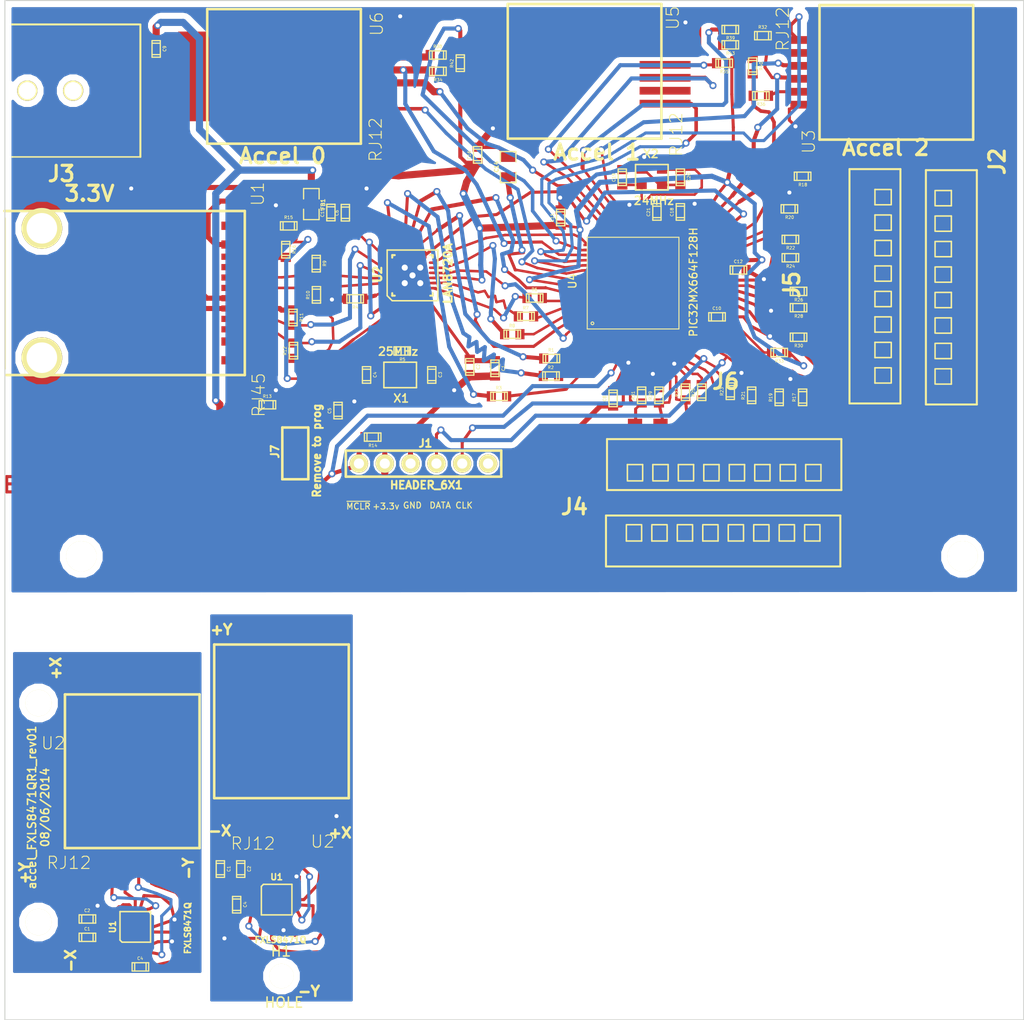
<source format=kicad_pcb>
(kicad_pcb (version 3) (host pcbnew "(2013-08-24 BZR 4298)-stable")
  (layers (15 F.Cu signal) (0 B.Cu signal) (18 B.Paste user) (19 F.Paste user) (20 B.SilkS user) (21 F.SilkS user) (22 B.Mask user) (23 F.Mask user) (28 Edge.Cuts user))
  (net 0 "")
  (net 1 +3.3v)
  (net 2 ACCEL1_VDD)
  (net 3 ACCEL2_VDD)
  (net 4 ACCEL3_VDD)
  (net 5 AVDD)
  (net 6 ECRSDV)
  (net 7 EMDC)
  (net 8 EMDIO)
  (net 9 EREFCLK)
  (net 10 ERXD0)
  (net 11 ERXD1)
  (net 12 ERXERR)
  (net 13 ETXD0)
  (net 14 ETXD1)
  (net 15 ETXEN)
  (net 16 GND)
  (net 17 GreenLED)
  (net 18 ICSPCLK_RB1)
  (net 19 ICSPDAT_RB0)
  (net 20 INT0)
  (net 21 INT1)
  (net 22 INT2)
  (net 23 INT4)
  (net 24 N-0000011)
  (net 25 N-0000020)
  (net 26 N-0000021)
  (net 27 N-0000022)
  (net 28 N-0000023)
  (net 29 N-0000031)
  (net 30 N-0000032)
  (net 31 N-0000035)
  (net 32 N-0000040)
  (net 33 N-0000044)
  (net 34 N-0000057)
  (net 35 N-0000067)
  (net 36 N-0000068)
  (net 37 N-0000069)
  (net 38 N-0000071)
  (net 39 N-0000072)
  (net 40 N-0000073)
  (net 41 N-0000076)
  (net 42 N-0000083)
  (net 43 N-0000085)
  (net 44 N-0000088)
  (net 45 RB10)
  (net 46 RB11)
  (net 47 RB12)
  (net 48 RB13)
  (net 49 RB14)
  (net 50 RB2)
  (net 51 RB3)
  (net 52 RB4)
  (net 53 RB5)
  (net 54 RB6)
  (net 55 RB7)
  (net 56 RB8)
  (net 57 RB9)
  (net 58 RXN)
  (net 59 RXP)
  (net 60 SCL)
  (net 61 SCL1)
  (net 62 SCL3)
  (net 63 SCL5)
  (net 64 SDA)
  (net 65 SDA1)
  (net 66 SDA3)
  (net 67 SDA5)
  (net 68 TXN)
  (net 69 TXP)
  (net 70 Vdd)
  (net 71 YellowLED)
  (net 72 nRST)
  (net 73 ~MCLR~)
  (module TED_DC_2.1mm_SMT (layer F.Cu) (at 92.7 71.3 180)
    (fp_text reference J3 (at 0.15748 -8.15848 180) (layer F.SilkS) (effects (font (thickness 0.3048))))
    (fp_text value DC_2.1MM hide)
    (pad "" np_thru_hole circle (at -1.00076 0 180) (size 1.99898 1.99898) (drill 1.69926) (layers *.Cu *.Mask F.SilkS))
    (pad 1 smd rect (at 3.50012 5.4102 180) (size 1.99898 1.99898) (layers F.Cu F.Paste F.Mask) (net 1 +3.3v))
    (pad 1 smd rect (at -2.60096 5.4102 180) (size 1.99898 1.99898) (layers F.Cu F.Paste F.Mask) (net 1 +3.3v))
    (pad 2 smd rect (at 3.50012 -5.41528 180) (size 1.99898 1.99898) (layers F.Cu F.Paste F.Mask) (net 16 GND))
    (pad 3 smd rect (at -2.60096 -5.41528 180) (size 1.99898 1.99898) (layers F.Cu F.Paste F.Mask))
    (pad "" np_thru_hole circle (at 3.50012 0 180) (size 1.99898 1.99898) (drill 1.69926) (layers *.Cu *.Mask F.SilkS))
  )
  (module TED_RJ45_12pin_SMD (layer F.Cu) (at 97.85 91.16 270)
    (fp_text reference U1 (at -9.73 -13.97 270) (layer F.SilkS) (effects (font (size 1.2 1.2) (thickness 0.09906))))
    (fp_text value RJ45 (at 10.01 -14.06 270) (layer F.SilkS) (effects (font (size 1.2 1.2) (thickness 0.09906))))
    (pad 12 smd rect (at -6.6 -12.7 270) (size 0.81 4.6) (layers F.Cu F.Paste F.Mask) (net 17 GreenLED) (clearance 0.2))
    (pad 11 smd rect (at -4.76 -12.7 270) (size 0.81 4.6) (layers F.Cu F.Paste F.Mask) (net 16 GND) (clearance 0.2))
    (pad 10 smd rect (at -3.56 -12.7 270) (size 0.61 4.6) (layers F.Cu F.Paste F.Mask) (net 16 GND) (clearance 0.2))
    (pad 9 smd rect (at -2.54 -12.7 270) (size 0.61 4.6) (layers F.Cu F.Paste F.Mask) (clearance 0.2))
    (pad 7 smd rect (at -0.5 -12.7 270) (size 0.61 4.6) (layers F.Cu F.Paste F.Mask) (net 59 RXP) (clearance 0.2))
    (pad 3 smd rect (at 3.56 -12.7 270) (size 0.61 4.6) (layers F.Cu F.Paste F.Mask) (net 69 TXP) (clearance 0.2))
    (pad 5 smd rect (at 1.52 -12.7 270) (size 0.61 4.6) (layers F.Cu F.Paste F.Mask) (net 5 AVDD) (clearance 0.2))
    (pad 1 smd rect (at 6.6 -12.7 270) (size 0.81 4.6) (layers F.Cu F.Paste F.Mask) (net 71 YellowLED) (clearance 0.2))
    (pad 2 smd rect (at 4.76 -12.7 270) (size 0.81 4.6) (layers F.Cu F.Paste F.Mask) (net 16 GND) (clearance 0.2))
    (pad 6 smd rect (at 0.51 -12.7 270) (size 0.61 4.6) (layers F.Cu F.Paste F.Mask) (net 5 AVDD) (clearance 0.2))
    (pad 4 smd rect (at 2.54 -12.7 270) (size 0.61 4.6) (layers F.Cu F.Paste F.Mask) (net 68 TXN) (clearance 0.2))
    (pad "" np_thru_hole circle (at 6.35 7.22 270) (size 4 4) (drill 3) (layers *.Cu *.Mask F.SilkS) (clearance 0.3))
    (pad "" np_thru_hole circle (at -6.35 7.22 270) (size 4 4) (drill 3) (layers *.Cu *.Mask F.SilkS) (clearance 0.3))
    (pad 8 smd rect (at -1.52 -12.7 270) (size 0.61 4.6) (layers F.Cu F.Paste F.Mask) (net 58 RXN) (clearance 0.2))
    (pad "" connect rect (at -9.3 7.22 270) (size 2.5 3.9) (layers F.Cu F.Mask))
    (pad "" connect rect (at 9.3 7.22 270) (size 2.5 3.9) (layers F.Cu F.Mask))
  )
  (module TED_SM0603 (layer F.Cu) (at 163 97 180)
    (fp_text reference R33 (at -0.02 -0.83 180) (layer F.SilkS) (effects (font (size 0.3 0.3) (thickness 0.05))))
    (fp_text value 10 hide)
    (pad 2 smd rect (at 0.75184 0 180) (size 0.89916 1.00076) (layers F.Cu F.Paste F.Mask) (net 34 N-0000057) (clearance 0.1))
    (pad 1 smd rect (at -0.75184 0 180) (size 0.89916 1.00076) (layers F.Cu F.Paste F.Mask) (net 1 +3.3v) (clearance 0.1))
  )
  (module TED_crystal_TSX3225 (layer F.Cu) (at 150.5 79.8)
    (fp_text reference X2 (at -0.1 -2.3) (layer F.SilkS) (effects (font (size 0.8 0.8))))
    (fp_text value 24MHz (at 0.2 2.3) (layer F.SilkS) (effects (font (size 0.8 0.8))))
    (pad 1 smd rect (at -1 0.75) (size 1 0.8) (layers F.Cu F.Paste F.Mask) (net 25 N-0000020))
    (pad 2 smd rect (at 1 0.75) (size 1 0.8) (layers F.Cu F.Paste F.Mask) (net 16 GND))
    (pad 4 smd rect (at -1 -0.75) (size 1 0.8) (layers F.Cu F.Paste F.Mask) (net 16 GND))
    (pad 3 smd rect (at 1 -0.75) (size 1 0.8) (layers F.Cu F.Paste F.Mask) (net 31 N-0000035))
  )
  (module TED_crystal_TSX3225 (layer F.Cu) (at 125.8 99.2 180)
    (fp_text reference X1 (at -0.1 -2.3 180) (layer F.SilkS) (effects (font (size 0.8 0.8))))
    (fp_text value 25MHz (at 0.2 2.3 180) (layer F.SilkS) (effects (font (size 0.8 0.8))))
    (pad 1 smd rect (at -1 0.75 180) (size 1 0.8) (layers F.Cu F.Paste F.Mask) (net 33 N-0000044))
    (pad 2 smd rect (at 1 0.75 180) (size 1 0.8) (layers F.Cu F.Paste F.Mask) (net 16 GND))
    (pad 4 smd rect (at -1 -0.75 180) (size 1 0.8) (layers F.Cu F.Paste F.Mask) (net 16 GND))
    (pad 3 smd rect (at 1 -0.75 180) (size 1 0.8) (layers F.Cu F.Paste F.Mask) (net 38 N-0000071))
  )
  (module TED_RJ12_855135002 (layer F.Cu) (at 114.4 69.9 90)
    (fp_text reference U6 (at 5.15 9.1 90) (layer F.SilkS) (effects (font (size 1.2 1.2) (thickness 0.09906))))
    (fp_text value RJ12 (at -6.21 8.99 90) (layer F.SilkS) (effects (font (size 1.2 1.2) (thickness 0.09906))))
    (pad 6 smd rect (at -3.175 7.9 90) (size 0.76 5) (layers F.Cu F.Paste F.Mask) (net 2 ACCEL1_VDD) (clearance 0.2))
    (pad 4 smd rect (at -0.635 7.9 90) (size 0.76 5) (layers F.Cu F.Paste F.Mask) (net 20 INT0) (clearance 0.2))
    (pad 2 smd rect (at 1.905 7.9 90) (size 0.76 5) (layers F.Cu F.Paste F.Mask) (net 43 N-0000085) (clearance 0.2))
    (pad 3 smd rect (at 0.635 7.9 90) (size 0.76 5) (layers F.Cu F.Paste F.Mask) (net 62 SCL3) (clearance 0.2))
    (pad 1 smd rect (at 3.175 7.9 90) (size 0.76 5) (layers F.Cu F.Paste F.Mask) (net 16 GND) (clearance 0.2))
    (pad 5 smd rect (at -1.905 7.9 90) (size 0.76 5) (layers F.Cu F.Paste F.Mask) (clearance 0.2))
    (pad PAD smd rect (at 0 -8.15 90) (size 8.8 4.5) (layers F.Cu F.Paste F.Mask))
  )
  (module TED_RJ12_855135002 (layer F.Cu) (at 143.9 69.4 90)
    (fp_text reference U5 (at 5.25 8.65 90) (layer F.SilkS) (effects (font (size 1.2 1.2) (thickness 0.09906))))
    (fp_text value RJ12 (at -6.21 8.99 90) (layer F.SilkS) (effects (font (size 1.2 1.2) (thickness 0.09906))))
    (pad 6 smd rect (at -3.175 7.9 90) (size 0.76 5) (layers F.Cu F.Paste F.Mask) (net 3 ACCEL2_VDD) (clearance 0.2))
    (pad 4 smd rect (at -0.635 7.9 90) (size 0.76 5) (layers F.Cu F.Paste F.Mask) (net 23 INT4) (clearance 0.2))
    (pad 2 smd rect (at 1.905 7.9 90) (size 0.76 5) (layers F.Cu F.Paste F.Mask) (net 42 N-0000083) (clearance 0.2))
    (pad 3 smd rect (at 0.635 7.9 90) (size 0.76 5) (layers F.Cu F.Paste F.Mask) (net 61 SCL1) (clearance 0.2))
    (pad 1 smd rect (at 3.175 7.9 90) (size 0.76 5) (layers F.Cu F.Paste F.Mask) (net 16 GND) (clearance 0.2))
    (pad 5 smd rect (at -1.905 7.9 90) (size 0.76 5) (layers F.Cu F.Paste F.Mask) (clearance 0.2))
    (pad PAD smd rect (at 0 -8.15 90) (size 8.8 4.5) (layers F.Cu F.Paste F.Mask))
  )
  (module TED_RJ12_855135002 (layer F.Cu) (at 174.5 69.5 270)
    (fp_text reference U3 (at 6.8 8.6 270) (layer F.SilkS) (effects (font (size 1.2 1.2) (thickness 0.09906))))
    (fp_text value RJ12 (at -4.25 11.15 270) (layer F.SilkS) (effects (font (size 1.2 1.2) (thickness 0.09906))))
    (pad 6 smd rect (at -3.175 7.9 270) (size 0.76 5) (layers F.Cu F.Paste F.Mask) (net 4 ACCEL3_VDD) (clearance 0.2))
    (pad 4 smd rect (at -0.635 7.9 270) (size 0.76 5) (layers F.Cu F.Paste F.Mask) (net 21 INT1) (clearance 0.2))
    (pad 2 smd rect (at 1.905 7.9 270) (size 0.76 5) (layers F.Cu F.Paste F.Mask) (net 44 N-0000088) (clearance 0.2))
    (pad 3 smd rect (at 0.635 7.9 270) (size 0.76 5) (layers F.Cu F.Paste F.Mask) (net 63 SCL5) (clearance 0.2))
    (pad 1 smd rect (at 3.175 7.9 270) (size 0.76 5) (layers F.Cu F.Paste F.Mask) (net 16 GND) (clearance 0.2))
    (pad 5 smd rect (at -1.905 7.9 270) (size 0.76 5) (layers F.Cu F.Paste F.Mask) (clearance 0.2))
    (pad PAD smd rect (at 0 -8.15 270) (size 8.8 4.5) (layers F.Cu F.Paste F.Mask))
  )
  (module TED_JUMPER_2x1_SMD (layer F.Cu) (at 115.5 106.9 90)
    (fp_text reference J7 (at 0.1778 -1.98628 90) (layer F.SilkS) (effects (font (size 0.762 0.762) (thickness 0.1905))))
    (fp_text value "Remove to prog" (at 0.26924 2.11328 90) (layer F.SilkS) (effects (font (size 0.762 0.762) (thickness 0.1905))))
    (pad 2 smd rect (at 1.27 1.27 90) (size 0.9906 2.54) (layers F.Cu F.Paste F.Mask) (net 32 N-0000040) (clearance 0.508))
    (pad 1 smd rect (at -1.27 -1.27 90) (size 0.9906 2.54) (layers F.Cu F.Paste F.Mask) (net 73 ~MCLR~) (clearance 0.508))
  )
  (module TED_Terminal_8x1_1814760 (layer F.Cu) (at 157.6 108)
    (fp_text reference J6 (at 0.15748 -8.15848) (layer F.SilkS) (effects (font (thickness 0.3048))))
    (fp_text value TERMINAL_8X1 hide)
    (pad 8 smd rect (at 8.75 -2.8) (size 1.4 3.4) (layers F.Cu F.Paste F.Mask) (net 55 RB7))
    (pad 7 smd rect (at 6.25 -2.8) (size 1.4 3.4) (layers F.Cu F.Paste F.Mask) (net 54 RB6))
    (pad 6 smd rect (at 3.75 -2.8) (size 1.4 3.4) (layers F.Cu F.Paste F.Mask) (net 19 ICSPDAT_RB0))
    (pad 1 smd rect (at -8.75 -2.8) (size 1.4 3.4) (layers F.Cu F.Paste F.Mask) (net 53 RB5))
    (pad 3 smd rect (at -3.75 -2.8) (size 1.4 3.4) (layers F.Cu F.Paste F.Mask) (net 51 RB3))
    (pad 2 smd rect (at -6.25 -2.8) (size 1.4 3.4) (layers F.Cu F.Paste F.Mask) (net 52 RB4))
    (pad PAD smd rect (at 11.7 0.35) (size 2.3 5.6) (layers F.Cu F.Paste F.Mask))
    (pad 4 smd rect (at -1.25 -2.8) (size 1.4 3.4) (layers F.Cu F.Paste F.Mask) (net 50 RB2))
    (pad 5 smd rect (at 1.25 -2.8) (size 1.4 3.4) (layers F.Cu F.Paste F.Mask) (net 18 ICSPCLK_RB1))
    (pad PAD smd rect (at -11.7 0.35) (size 2.3 5.6) (layers F.Cu F.Paste F.Mask))
  )
  (module TED_Terminal_8x1_1814760 (layer F.Cu) (at 172.4 90.5 90)
    (fp_text reference J5 (at 0.15748 -8.15848 90) (layer F.SilkS) (effects (font (thickness 0.3048))))
    (fp_text value TERMINAL_8X1 hide)
    (pad 8 smd rect (at 8.75 -2.8 90) (size 1.4 3.4) (layers F.Cu F.Paste F.Mask))
    (pad 7 smd rect (at 6.25 -2.8 90) (size 1.4 3.4) (layers F.Cu F.Paste F.Mask) (net 49 RB14))
    (pad 6 smd rect (at 3.75 -2.8 90) (size 1.4 3.4) (layers F.Cu F.Paste F.Mask) (net 48 RB13))
    (pad 1 smd rect (at -8.75 -2.8 90) (size 1.4 3.4) (layers F.Cu F.Paste F.Mask) (net 56 RB8))
    (pad 3 smd rect (at -3.75 -2.8 90) (size 1.4 3.4) (layers F.Cu F.Paste F.Mask) (net 45 RB10))
    (pad 2 smd rect (at -6.25 -2.8 90) (size 1.4 3.4) (layers F.Cu F.Paste F.Mask) (net 57 RB9))
    (pad PAD smd rect (at 11.7 0.35 90) (size 2.3 5.6) (layers F.Cu F.Paste F.Mask))
    (pad 4 smd rect (at -1.25 -2.8 90) (size 1.4 3.4) (layers F.Cu F.Paste F.Mask) (net 46 RB11))
    (pad 5 smd rect (at 1.25 -2.8 90) (size 1.4 3.4) (layers F.Cu F.Paste F.Mask) (net 47 RB12))
    (pad PAD smd rect (at -11.7 0.35 90) (size 2.3 5.6) (layers F.Cu F.Paste F.Mask))
  )
  (module TED_Terminal_8x1_1814760 (layer F.Cu) (at 157.5 115.5 180)
    (fp_text reference J4 (at 14.6 3.35 180) (layer F.SilkS) (effects (font (thickness 0.3048))))
    (fp_text value TERMINAL_8X1 hide)
    (pad 8 smd rect (at 8.75 -2.8 180) (size 1.4 3.4) (layers F.Cu F.Paste F.Mask) (net 1 +3.3v))
    (pad 7 smd rect (at 6.25 -2.8 180) (size 1.4 3.4) (layers F.Cu F.Paste F.Mask) (net 1 +3.3v))
    (pad 6 smd rect (at 3.75 -2.8 180) (size 1.4 3.4) (layers F.Cu F.Paste F.Mask) (net 1 +3.3v))
    (pad 1 smd rect (at -8.75 -2.8 180) (size 1.4 3.4) (layers F.Cu F.Paste F.Mask) (net 1 +3.3v))
    (pad 3 smd rect (at -3.75 -2.8 180) (size 1.4 3.4) (layers F.Cu F.Paste F.Mask) (net 1 +3.3v))
    (pad 2 smd rect (at -6.25 -2.8 180) (size 1.4 3.4) (layers F.Cu F.Paste F.Mask) (net 1 +3.3v))
    (pad PAD smd rect (at 11.7 0.35 180) (size 2.3 5.6) (layers F.Cu F.Paste F.Mask))
    (pad 4 smd rect (at -1.25 -2.8 180) (size 1.4 3.4) (layers F.Cu F.Paste F.Mask) (net 1 +3.3v))
    (pad 5 smd rect (at 1.25 -2.8 180) (size 1.4 3.4) (layers F.Cu F.Paste F.Mask) (net 1 +3.3v))
    (pad PAD smd rect (at -11.7 0.35 180) (size 2.3 5.6) (layers F.Cu F.Paste F.Mask))
  )
  (module TED_Terminal_8x1_1814760 (layer F.Cu) (at 179.9 90.6 270)
    (fp_text reference J2 (at -12.35 -4.5 270) (layer F.SilkS) (effects (font (thickness 0.3048))))
    (fp_text value TERMINAL_8X1 hide)
    (pad 8 smd rect (at 8.75 -2.8 270) (size 1.4 3.4) (layers F.Cu F.Paste F.Mask))
    (pad 7 smd rect (at 6.25 -2.8 270) (size 1.4 3.4) (layers F.Cu F.Paste F.Mask) (net 1 +3.3v))
    (pad 6 smd rect (at 3.75 -2.8 270) (size 1.4 3.4) (layers F.Cu F.Paste F.Mask) (net 1 +3.3v))
    (pad 1 smd rect (at -8.75 -2.8 270) (size 1.4 3.4) (layers F.Cu F.Paste F.Mask) (net 1 +3.3v))
    (pad 3 smd rect (at -3.75 -2.8 270) (size 1.4 3.4) (layers F.Cu F.Paste F.Mask) (net 1 +3.3v))
    (pad 2 smd rect (at -6.25 -2.8 270) (size 1.4 3.4) (layers F.Cu F.Paste F.Mask) (net 1 +3.3v))
    (pad PAD smd rect (at 11.7 0.35 270) (size 2.3 5.6) (layers F.Cu F.Paste F.Mask))
    (pad 4 smd rect (at -1.25 -2.8 270) (size 1.4 3.4) (layers F.Cu F.Paste F.Mask) (net 1 +3.3v))
    (pad 5 smd rect (at 1.25 -2.8 270) (size 1.4 3.4) (layers F.Cu F.Paste F.Mask) (net 1 +3.3v))
    (pad PAD smd rect (at -11.7 0.35 270) (size 2.3 5.6) (layers F.Cu F.Paste F.Mask))
  )
  (module TED_Hole_3mm (layer F.Cu) (at 181 117)
    (fp_text reference H2 hide)
    (fp_text value HOLE hide)
    (pad "" np_thru_hole circle (at 0 0) (size 3 3) (drill 3) (layers *.Cu *.Mask F.SilkS))
  )
  (module TED_Hole_3mm (layer F.Cu) (at 94.5 117)
    (fp_text reference H1 hide)
    (fp_text value HOLE hide)
    (pad "" np_thru_hole circle (at 0 0) (size 3 3) (drill 3) (layers *.Cu *.Mask F.SilkS))
  )
  (module TED_SM0805 (layer F.Cu) (at 136.4 78.8 90)
    (fp_text reference C14 (at 0.0254 -1.14808 90) (layer F.SilkS) (effects (font (size 0.381 0.381) (thickness 0.09398))))
    (fp_text value 10uF hide)
    (pad 1 smd rect (at -0.9525 0 90) (size 0.889 1.397) (layers F.Cu F.Paste F.Mask) (net 41 N-0000076))
    (pad 2 smd rect (at 0.9525 0 90) (size 0.889 1.397) (layers F.Cu F.Paste F.Mask) (net 16 GND))
  )
  (module TED_SM0603 (layer F.Cu) (at 114.57 86.91 270)
    (fp_text reference R16 (at -0.02 -0.83 270) (layer F.SilkS) (effects (font (size 0.3 0.3) (thickness 0.05))))
    (fp_text value "10k 1%" hide)
    (pad 2 smd rect (at 0.75184 0 270) (size 0.89916 1.00076) (layers F.Cu F.Paste F.Mask) (net 16 GND) (clearance 0.1))
    (pad 1 smd rect (at -0.75184 0 270) (size 0.89916 1.00076) (layers F.Cu F.Paste F.Mask) (net 26 N-0000021) (clearance 0.1))
  )
  (module TED_SM0603 (layer F.Cu) (at 114.86 84.57)
    (fp_text reference R15 (at -0.02 -0.83) (layer F.SilkS) (effects (font (size 0.3 0.3) (thickness 0.05))))
    (fp_text value 249 hide)
    (pad 2 smd rect (at 0.75184 0) (size 0.89916 1.00076) (layers F.Cu F.Paste F.Mask) (net 26 N-0000021) (clearance 0.1))
    (pad 1 smd rect (at -0.75184 0) (size 0.89916 1.00076) (layers F.Cu F.Paste F.Mask) (net 17 GreenLED) (clearance 0.1))
  )
  (module TED_SM0603 (layer F.Cu) (at 123.1 105.3 180)
    (fp_text reference R14 (at -0.02 -0.83 180) (layer F.SilkS) (effects (font (size 0.3 0.3) (thickness 0.05))))
    (fp_text value 4.7k hide)
    (pad 2 smd rect (at 0.75184 0 180) (size 0.89916 1.00076) (layers F.Cu F.Paste F.Mask) (net 73 ~MCLR~) (clearance 0.1))
    (pad 1 smd rect (at -0.75184 0 180) (size 0.89916 1.00076) (layers F.Cu F.Paste F.Mask) (net 1 +3.3v) (clearance 0.1))
  )
  (module TED_SM0603 (layer F.Cu) (at 112.77 102.13)
    (fp_text reference R13 (at -0.02 -0.83) (layer F.SilkS) (effects (font (size 0.3 0.3) (thickness 0.05))))
    (fp_text value 249 hide)
    (pad 2 smd rect (at 0.75184 0) (size 0.89916 1.00076) (layers F.Cu F.Paste F.Mask) (net 28 N-0000023) (clearance 0.1))
    (pad 1 smd rect (at -0.75184 0) (size 0.89916 1.00076) (layers F.Cu F.Paste F.Mask) (net 71 YellowLED) (clearance 0.1))
  )
  (module TED_SM0603 (layer F.Cu) (at 115.33 96.82 90)
    (fp_text reference R12 (at -0.02 -0.83 90) (layer F.SilkS) (effects (font (size 0.3 0.3) (thickness 0.05))))
    (fp_text value 49.9 hide)
    (pad 2 smd rect (at 0.75184 0 90) (size 0.89916 1.00076) (layers F.Cu F.Paste F.Mask) (net 69 TXP) (clearance 0.1))
    (pad 1 smd rect (at -0.75184 0 90) (size 0.89916 1.00076) (layers F.Cu F.Paste F.Mask) (net 5 AVDD) (clearance 0.1))
  )
  (module TED_SM0603 (layer F.Cu) (at 115.28 93.57 270)
    (fp_text reference R11 (at -0.02 -0.83 270) (layer F.SilkS) (effects (font (size 0.3 0.3) (thickness 0.05))))
    (fp_text value 49.9 hide)
    (pad 2 smd rect (at 0.75184 0 270) (size 0.89916 1.00076) (layers F.Cu F.Paste F.Mask) (net 68 TXN) (clearance 0.1))
    (pad 1 smd rect (at -0.75184 0 270) (size 0.89916 1.00076) (layers F.Cu F.Paste F.Mask) (net 5 AVDD) (clearance 0.1))
  )
  (module TED_SM0603 (layer F.Cu) (at 117.58 91.34 90)
    (fp_text reference R10 (at -0.02 -0.83 90) (layer F.SilkS) (effects (font (size 0.3 0.3) (thickness 0.05))))
    (fp_text value 49.9 hide)
    (pad 2 smd rect (at 0.75184 0 90) (size 0.89916 1.00076) (layers F.Cu F.Paste F.Mask) (net 59 RXP) (clearance 0.1))
    (pad 1 smd rect (at -0.75184 0 90) (size 0.89916 1.00076) (layers F.Cu F.Paste F.Mask) (net 5 AVDD) (clearance 0.1))
  )
  (module TED_SM0603 (layer F.Cu) (at 117.56 88.28 270)
    (fp_text reference R9 (at -0.02 -0.83 270) (layer F.SilkS) (effects (font (size 0.3 0.3) (thickness 0.05))))
    (fp_text value 49.9 hide)
    (pad 2 smd rect (at 0.75184 0 270) (size 0.89916 1.00076) (layers F.Cu F.Paste F.Mask) (net 58 RXN) (clearance 0.1))
    (pad 1 smd rect (at -0.75184 0 270) (size 0.89916 1.00076) (layers F.Cu F.Paste F.Mask) (net 5 AVDD) (clearance 0.1))
  )
  (module TED_SM0603 (layer F.Cu) (at 136.8 95.2)
    (fp_text reference R8 (at -0.02 -0.83) (layer F.SilkS) (effects (font (size 0.3 0.3) (thickness 0.05))))
    (fp_text value 33 hide)
    (pad 2 smd rect (at 0.75184 0) (size 0.89916 1.00076) (layers F.Cu F.Paste F.Mask) (net 6 ECRSDV) (clearance 0.1))
    (pad 1 smd rect (at -0.75184 0) (size 0.89916 1.00076) (layers F.Cu F.Paste F.Mask) (net 40 N-0000073) (clearance 0.1))
  )
  (module TED_SM0603 (layer F.Cu) (at 138.15 93.45)
    (fp_text reference R7 (at -0.02 -0.83) (layer F.SilkS) (effects (font (size 0.3 0.3) (thickness 0.05))))
    (fp_text value 33 hide)
    (pad 2 smd rect (at 0.75184 0) (size 0.89916 1.00076) (layers F.Cu F.Paste F.Mask) (net 10 ERXD0) (clearance 0.1))
    (pad 1 smd rect (at -0.75184 0) (size 0.89916 1.00076) (layers F.Cu F.Paste F.Mask) (net 29 N-0000031) (clearance 0.1))
  )
  (module TED_SM0603 (layer F.Cu) (at 139 91.65)
    (fp_text reference R6 (at -0.02 -0.83) (layer F.SilkS) (effects (font (size 0.3 0.3) (thickness 0.05))))
    (fp_text value 33 hide)
    (pad 2 smd rect (at 0.75184 0) (size 0.89916 1.00076) (layers F.Cu F.Paste F.Mask) (net 11 ERXD1) (clearance 0.1))
    (pad 1 smd rect (at -0.75184 0) (size 0.89916 1.00076) (layers F.Cu F.Paste F.Mask) (net 30 N-0000032) (clearance 0.1))
  )
  (module TED_SM0603 (layer F.Cu) (at 126 96.85 180)
    (fp_text reference R5 (at -0.02 -0.83 180) (layer F.SilkS) (effects (font (size 0.3 0.3) (thickness 0.05))))
    (fp_text value 1M hide)
    (pad 2 smd rect (at 0.75184 0 180) (size 0.89916 1.00076) (layers F.Cu F.Paste F.Mask) (net 38 N-0000071) (clearance 0.1))
    (pad 1 smd rect (at -0.75184 0 180) (size 0.89916 1.00076) (layers F.Cu F.Paste F.Mask) (net 33 N-0000044) (clearance 0.1))
  )
  (module TED_SM0603 (layer F.Cu) (at 135.5 101.3)
    (fp_text reference R3 (at -0.02 -0.83) (layer F.SilkS) (effects (font (size 0.3 0.3) (thickness 0.05))))
    (fp_text value 33 hide)
    (pad 2 smd rect (at 0.75184 0) (size 0.89916 1.00076) (layers F.Cu F.Paste F.Mask) (net 14 ETXD1) (clearance 0.1))
    (pad 1 smd rect (at -0.75184 0) (size 0.89916 1.00076) (layers F.Cu F.Paste F.Mask) (net 37 N-0000069) (clearance 0.1))
  )
  (module TED_SM0603 (layer F.Cu) (at 140.6 99.3)
    (fp_text reference R2 (at -0.02 -0.83) (layer F.SilkS) (effects (font (size 0.3 0.3) (thickness 0.05))))
    (fp_text value 33 hide)
    (pad 2 smd rect (at 0.75184 0) (size 0.89916 1.00076) (layers F.Cu F.Paste F.Mask) (net 13 ETXD0) (clearance 0.1))
    (pad 1 smd rect (at -0.75184 0) (size 0.89916 1.00076) (layers F.Cu F.Paste F.Mask) (net 36 N-0000068) (clearance 0.1))
  )
  (module TED_SM0603 (layer F.Cu) (at 140.64 97.59)
    (fp_text reference R1 (at -0.02 -0.83) (layer F.SilkS) (effects (font (size 0.3 0.3) (thickness 0.05))))
    (fp_text value 33 hide)
    (pad 2 smd rect (at 0.75184 0) (size 0.89916 1.00076) (layers F.Cu F.Paste F.Mask) (net 15 ETXEN) (clearance 0.1))
    (pad 1 smd rect (at -0.75184 0) (size 0.89916 1.00076) (layers F.Cu F.Paste F.Mask) (net 35 N-0000067) (clearance 0.1))
  )
  (module TED_SM0603 (layer F.Cu) (at 151 83.2 90)
    (fp_text reference C21 (at -0.02 -0.83 90) (layer F.SilkS) (effects (font (size 0.3 0.3) (thickness 0.05))))
    (fp_text value .1uF hide)
    (pad 2 smd rect (at 0.75184 0 90) (size 0.89916 1.00076) (layers F.Cu F.Paste F.Mask) (net 16 GND) (clearance 0.1))
    (pad 1 smd rect (at -0.75184 0 90) (size 0.89916 1.00076) (layers F.Cu F.Paste F.Mask) (net 1 +3.3v) (clearance 0.1))
  )
  (module TED_SM0603 (layer F.Cu) (at 153.3 79.8 270)
    (fp_text reference C20 (at -0.02 -0.83 270) (layer F.SilkS) (effects (font (size 0.3 0.3) (thickness 0.05))))
    (fp_text value 9pF hide)
    (pad 2 smd rect (at 0.75184 0 270) (size 0.89916 1.00076) (layers F.Cu F.Paste F.Mask) (net 16 GND) (clearance 0.1))
    (pad 1 smd rect (at -0.75184 0 270) (size 0.89916 1.00076) (layers F.Cu F.Paste F.Mask) (net 31 N-0000035) (clearance 0.1))
  )
  (module TED_SM0603 (layer F.Cu) (at 147.6 79.8 90)
    (fp_text reference C19 (at -0.02 -0.83 90) (layer F.SilkS) (effects (font (size 0.3 0.3) (thickness 0.05))))
    (fp_text value 9pF hide)
    (pad 2 smd rect (at 0.75184 0 90) (size 0.89916 1.00076) (layers F.Cu F.Paste F.Mask) (net 16 GND) (clearance 0.1))
    (pad 1 smd rect (at -0.75184 0 90) (size 0.89916 1.00076) (layers F.Cu F.Paste F.Mask) (net 25 N-0000020) (clearance 0.1))
  )
  (module TED_SM0603 (layer F.Cu) (at 153.3 83.2 90)
    (fp_text reference C18 (at -0.02 -0.83 90) (layer F.SilkS) (effects (font (size 0.3 0.3) (thickness 0.05))))
    (fp_text value .1uF hide)
    (pad 2 smd rect (at 0.75184 0 90) (size 0.89916 1.00076) (layers F.Cu F.Paste F.Mask) (net 16 GND) (clearance 0.1))
    (pad 1 smd rect (at -0.75184 0 90) (size 0.89916 1.00076) (layers F.Cu F.Paste F.Mask) (net 1 +3.3v) (clearance 0.1))
  )
  (module TED_SM0603 (layer F.Cu) (at 159 88.9)
    (fp_text reference C12 (at -0.02 -0.83) (layer F.SilkS) (effects (font (size 0.3 0.3) (thickness 0.05))))
    (fp_text value .1uF hide)
    (pad 2 smd rect (at 0.75184 0) (size 0.89916 1.00076) (layers F.Cu F.Paste F.Mask) (net 16 GND) (clearance 0.1))
    (pad 1 smd rect (at -0.75184 0) (size 0.89916 1.00076) (layers F.Cu F.Paste F.Mask) (net 1 +3.3v) (clearance 0.1))
  )
  (module TED_SM0603 (layer F.Cu) (at 141.55 83.75 90)
    (fp_text reference C11 (at -0.02 -0.83 90) (layer F.SilkS) (effects (font (size 0.3 0.3) (thickness 0.05))))
    (fp_text value .1uF hide)
    (pad 2 smd rect (at 0.75184 0 90) (size 0.89916 1.00076) (layers F.Cu F.Paste F.Mask) (net 16 GND) (clearance 0.1))
    (pad 1 smd rect (at -0.75184 0 90) (size 0.89916 1.00076) (layers F.Cu F.Paste F.Mask) (net 1 +3.3v) (clearance 0.1))
  )
  (module TED_SM0603 (layer F.Cu) (at 156.9 93.5)
    (fp_text reference C10 (at -0.02 -0.83) (layer F.SilkS) (effects (font (size 0.3 0.3) (thickness 0.05))))
    (fp_text value .1uF hide)
    (pad 2 smd rect (at 0.75184 0) (size 0.89916 1.00076) (layers F.Cu F.Paste F.Mask) (net 16 GND) (clearance 0.1))
    (pad 1 smd rect (at -0.75184 0) (size 0.89916 1.00076) (layers F.Cu F.Paste F.Mask) (net 34 N-0000057) (clearance 0.1))
  )
  (module TED_SM0603 (layer F.Cu) (at 101.85 67.2 270)
    (fp_text reference C9 (at -0.02 -0.83 270) (layer F.SilkS) (effects (font (size 0.3 0.3) (thickness 0.05))))
    (fp_text value 4.7uF hide)
    (pad 2 smd rect (at 0.75184 0 270) (size 0.89916 1.00076) (layers F.Cu F.Paste F.Mask) (net 16 GND) (clearance 0.1))
    (pad 1 smd rect (at -0.75184 0 270) (size 0.89916 1.00076) (layers F.Cu F.Paste F.Mask) (net 1 +3.3v) (clearance 0.1))
  )
  (module TED_SM0603 (layer F.Cu) (at 146.7 101.5 90)
    (fp_text reference C8 (at -0.02 -0.83 90) (layer F.SilkS) (effects (font (size 0.3 0.3) (thickness 0.05))))
    (fp_text value .1uF hide)
    (pad 2 smd rect (at 0.75184 0 90) (size 0.89916 1.00076) (layers F.Cu F.Paste F.Mask) (net 16 GND) (clearance 0.1))
    (pad 1 smd rect (at -0.75184 0 90) (size 0.89916 1.00076) (layers F.Cu F.Paste F.Mask) (net 1 +3.3v) (clearance 0.1))
  )
  (module TED_SM0603 (layer F.Cu) (at 120.42 83.28 90)
    (fp_text reference C6 (at -0.02 -0.83 90) (layer F.SilkS) (effects (font (size 0.3 0.3) (thickness 0.05))))
    (fp_text value .1uF hide)
    (pad 2 smd rect (at 0.75184 0 90) (size 0.89916 1.00076) (layers F.Cu F.Paste F.Mask) (net 16 GND) (clearance 0.1))
    (pad 1 smd rect (at -0.75184 0 90) (size 0.89916 1.00076) (layers F.Cu F.Paste F.Mask) (net 5 AVDD) (clearance 0.1))
  )
  (module TED_SM0603 (layer F.Cu) (at 119.7 102.7 90)
    (fp_text reference C5 (at -0.02 -0.83 90) (layer F.SilkS) (effects (font (size 0.3 0.3) (thickness 0.05))))
    (fp_text value .1uF hide)
    (pad 2 smd rect (at 0.75184 0 90) (size 0.89916 1.00076) (layers F.Cu F.Paste F.Mask) (net 16 GND) (clearance 0.1))
    (pad 1 smd rect (at -0.75184 0 90) (size 0.89916 1.00076) (layers F.Cu F.Paste F.Mask) (net 32 N-0000040) (clearance 0.1))
  )
  (module TED_SM0603 (layer F.Cu) (at 122.5 99.2 270)
    (fp_text reference C4 (at -0.02 -0.83 270) (layer F.SilkS) (effects (font (size 0.3 0.3) (thickness 0.05))))
    (fp_text value 18pF hide)
    (pad 2 smd rect (at 0.75184 0 270) (size 0.89916 1.00076) (layers F.Cu F.Paste F.Mask) (net 38 N-0000071) (clearance 0.1))
    (pad 1 smd rect (at -0.75184 0 270) (size 0.89916 1.00076) (layers F.Cu F.Paste F.Mask) (net 16 GND) (clearance 0.1))
  )
  (module TED_SM0603 (layer F.Cu) (at 128.9 99.2 270)
    (fp_text reference C3 (at -0.02 -0.83 270) (layer F.SilkS) (effects (font (size 0.3 0.3) (thickness 0.05))))
    (fp_text value 18pF hide)
    (pad 2 smd rect (at 0.75184 0 270) (size 0.89916 1.00076) (layers F.Cu F.Paste F.Mask) (net 16 GND) (clearance 0.1))
    (pad 1 smd rect (at -0.75184 0 270) (size 0.89916 1.00076) (layers F.Cu F.Paste F.Mask) (net 33 N-0000044) (clearance 0.1))
  )
  (module TED_SM0603 (layer F.Cu) (at 135.1 98.55 270)
    (fp_text reference C1 (at -0.02 -0.83 270) (layer F.SilkS) (effects (font (size 0.3 0.3) (thickness 0.05))))
    (fp_text value .1uF hide)
    (pad 2 smd rect (at 0.75184 0 270) (size 0.89916 1.00076) (layers F.Cu F.Paste F.Mask) (net 16 GND) (clearance 0.1))
    (pad 1 smd rect (at -0.75184 0 270) (size 0.89916 1.00076) (layers F.Cu F.Paste F.Mask) (net 39 N-0000072) (clearance 0.1))
  )
  (module TED_SM0805 (layer F.Cu) (at 117.08 82.43 270)
    (fp_text reference FB1 (at 0.0254 -1.14808 270) (layer F.SilkS) (effects (font (size 0.381 0.381) (thickness 0.09398))))
    (fp_text value 500mA hide)
    (pad 1 smd rect (at -0.9525 0 270) (size 0.889 1.397) (layers F.Cu F.Paste F.Mask) (net 1 +3.3v))
    (pad 2 smd rect (at 0.9525 0 270) (size 0.889 1.397) (layers F.Cu F.Paste F.Mask) (net 5 AVDD))
  )
  (module TED_SM0603 (layer F.Cu) (at 121.38 91.73 180)
    (fp_text reference R4 (at -0.02 -0.83 180) (layer F.SilkS) (effects (font (size 0.3 0.3) (thickness 0.05))))
    (fp_text value "12.1k 1%" hide)
    (pad 2 smd rect (at 0.75184 0 180) (size 0.89916 1.00076) (layers F.Cu F.Paste F.Mask) (net 16 GND) (clearance 0.1))
    (pad 1 smd rect (at -0.75184 0 180) (size 0.89916 1.00076) (layers F.Cu F.Paste F.Mask) (net 27 N-0000022) (clearance 0.1))
  )
  (module TED_QFN24 (layer F.Cu) (at 127.01 89.43 90)
    (fp_text reference U2 (at 0.1 -3.425 90) (layer F.SilkS) (effects (font (size 0.8 0.8) (thickness 0.2))))
    (fp_text value LAN8720A (at 0.175 3.475 90) (layer F.SilkS) (effects (font (size 0.8 0.8) (thickness 0.2))))
    (pad 25 smd rect (at 0 0) (size 2.49936 2.49936) (layers F.Cu F.Paste F.Mask) (net 16 GND))
    (pad 1 smd oval (at -1.99898 -1.24968 90) (size 0.8001 0.24892) (layers F.Cu F.Paste F.Mask) (net 5 AVDD))
    (pad 2 smd oval (at -1.99898 -0.7493 90) (size 0.8001 0.24892) (layers F.Cu F.Paste F.Mask) (net 26 N-0000021))
    (pad 3 smd oval (at -1.99898 -0.24892 90) (size 0.8001 0.24892) (layers F.Cu F.Paste F.Mask) (net 28 N-0000023))
    (pad 4 smd oval (at -1.99898 0.24892 90) (size 0.8001 0.24892) (layers F.Cu F.Paste F.Mask) (net 38 N-0000071))
    (pad 5 smd oval (at -1.99898 0.7493 90) (size 0.8001 0.24892) (layers F.Cu F.Paste F.Mask) (net 33 N-0000044))
    (pad 6 smd oval (at -1.99898 1.24968 90) (size 0.8001 0.24892) (layers F.Cu F.Paste F.Mask) (net 39 N-0000072))
    (pad 7 smd oval (at -1.24968 1.99898 180) (size 0.8001 0.24892) (layers F.Cu F.Paste F.Mask) (net 30 N-0000032))
    (pad 8 smd oval (at -0.7493 1.99898 180) (size 0.8001 0.24892) (layers F.Cu F.Paste F.Mask) (net 29 N-0000031))
    (pad 9 smd oval (at -0.24892 1.99898 180) (size 0.8001 0.24892) (layers F.Cu F.Paste F.Mask) (net 1 +3.3v))
    (pad 10 smd oval (at 0.24892 1.99898 180) (size 0.8001 0.24892) (layers F.Cu F.Paste F.Mask) (net 12 ERXERR))
    (pad 11 smd oval (at 0.7493 1.99898 180) (size 0.8001 0.24892) (layers F.Cu F.Paste F.Mask) (net 40 N-0000073))
    (pad 12 smd oval (at 1.24968 1.99898 180) (size 0.8001 0.24892) (layers F.Cu F.Paste F.Mask) (net 8 EMDIO))
    (pad 13 smd oval (at 1.99898 1.24968 270) (size 0.8001 0.24892) (layers F.Cu F.Paste F.Mask) (net 7 EMDC))
    (pad 14 smd oval (at 1.99898 0.7493 270) (size 0.8001 0.24892) (layers F.Cu F.Paste F.Mask) (net 9 EREFCLK))
    (pad 15 smd oval (at 1.99898 0.24892 270) (size 0.8001 0.24892) (layers F.Cu F.Paste F.Mask) (net 72 nRST))
    (pad 16 smd oval (at 1.99898 -0.24892 270) (size 0.8001 0.24892) (layers F.Cu F.Paste F.Mask) (net 35 N-0000067))
    (pad 17 smd oval (at 1.99898 -0.7493 270) (size 0.8001 0.24892) (layers F.Cu F.Paste F.Mask) (net 36 N-0000068))
    (pad 18 smd oval (at 1.99898 -1.24968 270) (size 0.8001 0.24892) (layers F.Cu F.Paste F.Mask) (net 37 N-0000069))
    (pad 19 smd oval (at 1.24968 -1.99898) (size 0.8001 0.24892) (layers F.Cu F.Paste F.Mask) (net 5 AVDD))
    (pad 20 smd oval (at 0.7493 -1.99898) (size 0.8001 0.24892) (layers F.Cu F.Paste F.Mask) (net 68 TXN))
    (pad 21 smd oval (at 0.24892 -1.99898) (size 0.8001 0.24892) (layers F.Cu F.Paste F.Mask) (net 69 TXP))
    (pad 22 smd oval (at -0.24892 -1.99898) (size 0.8001 0.24892) (layers F.Cu F.Paste F.Mask) (net 58 RXN))
    (pad 23 smd oval (at -0.7493 -1.99898) (size 0.8001 0.24892) (layers F.Cu F.Paste F.Mask) (net 59 RXP))
    (pad 24 smd oval (at -1.24968 -1.99898) (size 0.8001 0.24892) (layers F.Cu F.Paste F.Mask) (net 27 N-0000022))
    (pad 25 thru_hole circle (at 0 0) (size 0.6 0.6) (drill 0.6) (layers *.Cu) (net 16 GND))
    (pad 25 thru_hole circle (at 0.762 -0.762) (size 0.6 0.6) (drill 0.6) (layers *.Cu) (net 16 GND))
    (pad 25 thru_hole circle (at -0.762 -0.762) (size 0.6 0.6) (drill 0.6) (layers *.Cu) (net 16 GND))
    (pad 25 thru_hole circle (at 0.762 0.762) (size 0.6 0.6) (drill 0.6) (layers *.Cu) (net 16 GND))
    (pad 25 thru_hole circle (at -0.762 0.762) (size 0.6 0.6) (drill 0.6) (layers *.Cu) (net 16 GND))
    (pad 25 smd rect (at 0 0) (size 2.49936 2.49936) (layers B.Cu B.Paste B.Mask) (net 16 GND))
  )
  (module TED_SM0603 (layer F.Cu) (at 132.63 98.41 270)
    (fp_text reference C2 (at -0.02 -0.83 270) (layer F.SilkS) (effects (font (size 0.3 0.3) (thickness 0.05))))
    (fp_text value 1uF hide)
    (pad 2 smd rect (at 0.75184 0 270) (size 0.89916 1.00076) (layers F.Cu F.Paste F.Mask) (net 16 GND) (clearance 0.1))
    (pad 1 smd rect (at -0.75184 0 270) (size 0.89916 1.00076) (layers F.Cu F.Paste F.Mask) (net 39 N-0000072) (clearance 0.1))
  )
  (module TED_SM0603 (layer F.Cu) (at 119 83.26 90)
    (fp_text reference C15 (at -0.02 -0.83 90) (layer F.SilkS) (effects (font (size 0.3 0.3) (thickness 0.05))))
    (fp_text value 1uF hide)
    (pad 2 smd rect (at 0.75184 0 90) (size 0.89916 1.00076) (layers F.Cu F.Paste F.Mask) (net 16 GND) (clearance 0.1))
    (pad 1 smd rect (at -0.75184 0 90) (size 0.89916 1.00076) (layers F.Cu F.Paste F.Mask) (net 5 AVDD) (clearance 0.1))
  )
  (module TED_SM0603 (layer F.Cu) (at 133.4 77.6 90)
    (fp_text reference C16 (at -0.02 -0.83 90) (layer F.SilkS) (effects (font (size 0.3 0.3) (thickness 0.05))))
    (fp_text value .1uF hide)
    (pad 2 smd rect (at 0.75184 0 90) (size 0.89916 1.00076) (layers F.Cu F.Paste F.Mask) (net 16 GND) (clearance 0.1))
    (pad 1 smd rect (at -0.75184 0 90) (size 0.89916 1.00076) (layers F.Cu F.Paste F.Mask) (net 1 +3.3v) (clearance 0.1))
  )
  (module TED_HEADER_6x1_BOTTOM (layer F.Cu) (at 128.1 107.9)
    (fp_text reference J1 (at 0.1778 -1.98628) (layer F.SilkS) (effects (font (size 0.762 0.762) (thickness 0.1905))))
    (fp_text value HEADER_6X1 (at 0.26924 2.11328) (layer F.SilkS) (effects (font (size 0.762 0.762) (thickness 0.1905))))
    (pad 5 thru_hole circle (at 3.78968 0) (size 1.8 1.8) (drill 1) (layers *.Mask F.Cu F.SilkS) (net 18 ICSPCLK_RB1))
    (pad 6 thru_hole circle (at 6.32968 0) (size 1.8 1.8) (drill 1) (layers *.Mask F.Cu F.SilkS))
    (pad 1 thru_hole circle (at -6.35 0) (size 1.8 1.8) (drill 1) (layers *.Mask F.Cu F.SilkS) (net 73 ~MCLR~))
    (pad 2 thru_hole circle (at -3.81 0) (size 1.8 1.8) (drill 1) (layers *.Mask F.Cu F.SilkS) (net 1 +3.3v))
    (pad 4 thru_hole circle (at 1.25984 0) (size 1.8 1.8) (drill 1) (layers *.Mask F.Cu F.SilkS) (net 19 ICSPDAT_RB0))
    (pad 3 thru_hole circle (at -1.28016 0) (size 1.8 1.8) (drill 1) (layers *.Mask F.Cu F.SilkS) (net 16 GND))
  )
  (module TED_SM0603 (layer F.Cu) (at 165.3 101.4 90)
    (fp_text reference R17 (at -0.02 -0.83 90) (layer F.SilkS) (effects (font (size 0.3 0.3) (thickness 0.05))))
    (fp_text value 1k hide)
    (pad 2 smd rect (at 0.75184 0 90) (size 0.89916 1.00076) (layers F.Cu F.Paste F.Mask) (net 16 GND) (clearance 0.1))
    (pad 1 smd rect (at -0.75184 0 90) (size 0.89916 1.00076) (layers F.Cu F.Paste F.Mask) (net 55 RB7) (clearance 0.1))
  )
  (module TED_SM0603 (layer F.Cu) (at 165.3 79.7 180)
    (fp_text reference R18 (at -0.02 -0.83 180) (layer F.SilkS) (effects (font (size 0.3 0.3) (thickness 0.05))))
    (fp_text value 1k hide)
    (pad 2 smd rect (at 0.75184 0 180) (size 0.89916 1.00076) (layers F.Cu F.Paste F.Mask) (net 16 GND) (clearance 0.1))
    (pad 1 smd rect (at -0.75184 0 180) (size 0.89916 1.00076) (layers F.Cu F.Paste F.Mask) (net 49 RB14) (clearance 0.1))
  )
  (module TED_SM0603 (layer F.Cu) (at 163 101.4 90)
    (fp_text reference R19 (at -0.02 -0.83 90) (layer F.SilkS) (effects (font (size 0.3 0.3) (thickness 0.05))))
    (fp_text value 1k hide)
    (pad 2 smd rect (at 0.75184 0 90) (size 0.89916 1.00076) (layers F.Cu F.Paste F.Mask) (net 16 GND) (clearance 0.1))
    (pad 1 smd rect (at -0.75184 0 90) (size 0.89916 1.00076) (layers F.Cu F.Paste F.Mask) (net 54 RB6) (clearance 0.1))
  )
  (module TED_SM0603 (layer F.Cu) (at 164 82.9 180)
    (fp_text reference R20 (at -0.02 -0.83 180) (layer F.SilkS) (effects (font (size 0.3 0.3) (thickness 0.05))))
    (fp_text value 1k hide)
    (pad 2 smd rect (at 0.75184 0 180) (size 0.89916 1.00076) (layers F.Cu F.Paste F.Mask) (net 16 GND) (clearance 0.1))
    (pad 1 smd rect (at -0.75184 0 180) (size 0.89916 1.00076) (layers F.Cu F.Paste F.Mask) (net 48 RB13) (clearance 0.1))
  )
  (module TED_QFN64+1 (layer F.Cu) (at 148.66 90.19 90)
    (fp_text reference U4 (at 0.2 -5.95 90) (layer F.SilkS) (effects (font (size 0.762 0.762) (thickness 0.127))))
    (fp_text value PIC32MX664F128H (at 0.1 5.925 90) (layer F.SilkS) (effects (font (size 0.762 0.762) (thickness 0.127))))
    (pad 15 smd rect (at -4.45 3.25 180) (size 0.25 0.85) (layers F.Cu F.Paste F.Mask) (net 18 ICSPCLK_RB1))
    (pad 16 smd rect (at -4.45 3.75 180) (size 0.25 0.85) (layers F.Cu F.Paste F.Mask) (net 19 ICSPDAT_RB0))
    (pad 9 smd rect (at -4.45 0.25 180) (size 0.25 0.85) (layers F.Cu F.Paste F.Mask) (net 16 GND))
    (pad 10 smd rect (at -4.45 0.75 180) (size 0.25 0.85) (layers F.Cu F.Paste F.Mask) (net 1 +3.3v))
    (pad 12 smd rect (at -4.45 1.75 180) (size 0.25 0.85) (layers F.Cu F.Paste F.Mask) (net 52 RB4))
    (pad 11 smd rect (at -4.45 1.25 180) (size 0.25 0.85) (layers F.Cu F.Paste F.Mask) (net 53 RB5))
    (pad 14 smd rect (at -4.45 2.75 180) (size 0.25 0.85) (layers F.Cu F.Paste F.Mask) (net 50 RB2))
    (pad 13 smd rect (at -4.45 2.25 180) (size 0.25 0.85) (layers F.Cu F.Paste F.Mask) (net 51 RB3))
    (pad 5 smd rect (at -4.45 -1.75 180) (size 0.25 0.85) (layers F.Cu F.Paste F.Mask))
    (pad 6 smd rect (at -4.45 -1.25 180) (size 0.25 0.85) (layers F.Cu F.Paste F.Mask))
    (pad 8 smd rect (at -4.45 -0.25 180) (size 0.25 0.85) (layers F.Cu F.Paste F.Mask))
    (pad 7 smd rect (at -4.45 -0.75 180) (size 0.25 0.85) (layers F.Cu F.Paste F.Mask) (net 73 ~MCLR~))
    (pad 3 smd rect (at -4.45 -2.75 180) (size 0.25 0.85) (layers F.Cu F.Paste F.Mask) (net 14 ETXD1))
    (pad 4 smd rect (at -4.45 -2.25 180) (size 0.25 0.85) (layers F.Cu F.Paste F.Mask))
    (pad 2 smd rect (at -4.45 -3.25 180) (size 0.25 0.85) (layers F.Cu F.Paste F.Mask) (net 13 ETXD0))
    (pad 1 smd rect (at -4.45 -3.75 180) (size 0.25 0.85) (layers F.Cu F.Paste F.Mask) (net 15 ETXEN))
    (pad 64 smd rect (at -3.75 -4.45 270) (size 0.25 0.85) (layers F.Cu F.Paste F.Mask) (net 12 ERXERR))
    (pad 63 smd rect (at -3.25 -4.45 270) (size 0.25 0.85) (layers F.Cu F.Paste F.Mask) (net 9 EREFCLK))
    (pad 61 smd rect (at -2.25 -4.45 270) (size 0.25 0.85) (layers F.Cu F.Paste F.Mask) (net 10 ERXD0))
    (pad 62 smd rect (at -2.75 -4.45 270) (size 0.25 0.85) (layers F.Cu F.Paste F.Mask) (net 6 ECRSDV))
    (pad 58 smd rect (at -0.75 -4.45 270) (size 0.25 0.85) (layers F.Cu F.Paste F.Mask) (net 72 nRST))
    (pad 57 smd rect (at -0.25 -4.45 270) (size 0.25 0.85) (layers F.Cu F.Paste F.Mask) (net 1 +3.3v))
    (pad 59 smd rect (at -1.25 -4.45 270) (size 0.25 0.85) (layers F.Cu F.Paste F.Mask))
    (pad 60 smd rect (at -1.75 -4.45 270) (size 0.25 0.85) (layers F.Cu F.Paste F.Mask) (net 11 ERXD1))
    (pad 52 smd rect (at 2.25 -4.45 270) (size 0.25 0.85) (layers F.Cu F.Paste F.Mask) (net 4 ACCEL3_VDD))
    (pad 51 smd rect (at 2.75 -4.45 270) (size 0.25 0.85) (layers F.Cu F.Paste F.Mask) (net 62 SCL3))
    (pad 54 smd rect (at 1.25 -4.45 270) (size 0.25 0.85) (layers F.Cu F.Paste F.Mask) (net 2 ACCEL1_VDD))
    (pad 53 smd rect (at 1.75 -4.45 270) (size 0.25 0.85) (layers F.Cu F.Paste F.Mask) (net 3 ACCEL2_VDD))
    (pad 55 smd rect (at 0.75 -4.45 270) (size 0.25 0.85) (layers F.Cu F.Paste F.Mask))
    (pad 56 smd rect (at 0.25 -4.45 270) (size 0.25 0.85) (layers F.Cu F.Paste F.Mask) (net 41 N-0000076))
    (pad 49 smd rect (at 3.75 -4.45 270) (size 0.25 0.85) (layers F.Cu F.Paste F.Mask) (net 8 EMDIO))
    (pad 50 smd rect (at 3.25 -4.45 270) (size 0.25 0.85) (layers F.Cu F.Paste F.Mask) (net 66 SDA3))
    (pad 48 smd rect (at 4.45 -3.75 180) (size 0.25 0.85) (layers F.Cu F.Paste F.Mask))
    (pad 47 smd rect (at 4.45 -3.25 180) (size 0.25 0.85) (layers F.Cu F.Paste F.Mask))
    (pad 45 smd rect (at 4.45 -2.25 180) (size 0.25 0.85) (layers F.Cu F.Paste F.Mask) (net 23 INT4))
    (pad 46 smd rect (at 4.45 -2.75 180) (size 0.25 0.85) (layers F.Cu F.Paste F.Mask) (net 20 INT0))
    (pad 42 smd rect (at 4.45 -0.75 180) (size 0.25 0.85) (layers F.Cu F.Paste F.Mask) (net 21 INT1))
    (pad 41 smd rect (at 4.45 -0.25 180) (size 0.25 0.85) (layers F.Cu F.Paste F.Mask) (net 16 GND))
    (pad 43 smd rect (at 4.45 -1.25 180) (size 0.25 0.85) (layers F.Cu F.Paste F.Mask) (net 65 SDA1))
    (pad 44 smd rect (at 4.45 -1.75 180) (size 0.25 0.85) (layers F.Cu F.Paste F.Mask) (net 61 SCL1))
    (pad 36 smd rect (at 4.45 2.25 180) (size 0.25 0.85) (layers F.Cu F.Paste F.Mask))
    (pad 35 smd rect (at 4.45 2.75 180) (size 0.25 0.85) (layers F.Cu F.Paste F.Mask) (net 1 +3.3v))
    (pad 38 smd rect (at 4.45 1.25 180) (size 0.25 0.85) (layers F.Cu F.Paste F.Mask) (net 1 +3.3v))
    (pad 37 smd rect (at 4.45 1.75 180) (size 0.25 0.85) (layers F.Cu F.Paste F.Mask))
    (pad 39 smd rect (at 4.45 0.75 180) (size 0.25 0.85) (layers F.Cu F.Paste F.Mask) (net 31 N-0000035))
    (pad 40 smd rect (at 4.45 0.25 180) (size 0.25 0.85) (layers F.Cu F.Paste F.Mask) (net 25 N-0000020))
    (pad 33 smd rect (at 4.45 3.75 180) (size 0.25 0.85) (layers F.Cu F.Paste F.Mask))
    (pad 34 smd rect (at 4.45 3.25 180) (size 0.25 0.85) (layers F.Cu F.Paste F.Mask))
    (pad 31 smd rect (at 3.25 4.45 270) (size 0.25 0.85) (layers F.Cu F.Paste F.Mask) (net 67 SDA5))
    (pad 32 smd rect (at 3.75 4.45 270) (size 0.25 0.85) (layers F.Cu F.Paste F.Mask) (net 63 SCL5))
    (pad 25 smd rect (at 0.25 4.45 270) (size 0.25 0.85) (layers F.Cu F.Paste F.Mask) (net 16 GND))
    (pad 26 smd rect (at 0.75 4.45 270) (size 0.25 0.85) (layers F.Cu F.Paste F.Mask) (net 1 +3.3v))
    (pad 28 smd rect (at 1.75 4.45 270) (size 0.25 0.85) (layers F.Cu F.Paste F.Mask) (net 48 RB13))
    (pad 27 smd rect (at 1.27 4.45 270) (size 0.25 0.85) (layers F.Cu F.Paste F.Mask) (net 47 RB12))
    (pad 30 smd rect (at 2.75 4.45 270) (size 0.25 0.85) (layers F.Cu F.Paste F.Mask) (net 7 EMDC))
    (pad 29 smd rect (at 2.25 4.45 270) (size 0.25 0.85) (layers F.Cu F.Paste F.Mask) (net 49 RB14))
    (pad 21 smd rect (at -1.75 4.45 270) (size 0.25 0.85) (layers F.Cu F.Paste F.Mask) (net 56 RB8))
    (pad 22 smd rect (at -1.25 4.45 270) (size 0.25 0.85) (layers F.Cu F.Paste F.Mask) (net 57 RB9))
    (pad 24 smd rect (at -0.25 4.45 270) (size 0.25 0.85) (layers F.Cu F.Paste F.Mask) (net 46 RB11))
    (pad 23 smd rect (at -0.75 4.45 270) (size 0.25 0.85) (layers F.Cu F.Paste F.Mask) (net 45 RB10))
    (pad 19 smd rect (at -2.75 4.45 270) (size 0.25 0.85) (layers F.Cu F.Paste F.Mask) (net 34 N-0000057))
    (pad 20 smd rect (at -2.25 4.45 270) (size 0.25 0.85) (layers F.Cu F.Paste F.Mask) (net 16 GND))
    (pad 18 smd rect (at -3.25 4.45 270) (size 0.25 0.85) (layers F.Cu F.Paste F.Mask) (net 55 RB7))
    (pad 17 smd rect (at -3.75 4.45 270) (size 0.25 0.85) (layers F.Cu F.Paste F.Mask) (net 54 RB6))
    (pad 65 smd rect (at 0 0 270) (size 7.15 7.15) (layers F.Cu F.Paste F.Mask) (net 16 GND))
  )
  (module TED_SM0603 (layer F.Cu) (at 160.3 101.2 90)
    (fp_text reference R21 (at -0.02 -0.83 90) (layer F.SilkS) (effects (font (size 0.3 0.3) (thickness 0.05))))
    (fp_text value 1k hide)
    (pad 2 smd rect (at 0.75184 0 90) (size 0.89916 1.00076) (layers F.Cu F.Paste F.Mask) (net 16 GND) (clearance 0.1))
    (pad 1 smd rect (at -0.75184 0 90) (size 0.89916 1.00076) (layers F.Cu F.Paste F.Mask) (net 19 ICSPDAT_RB0) (clearance 0.1))
  )
  (module TED_SM0603 (layer F.Cu) (at 164.1 85.9 180)
    (fp_text reference R22 (at -0.02 -0.83 180) (layer F.SilkS) (effects (font (size 0.3 0.3) (thickness 0.05))))
    (fp_text value 1k hide)
    (pad 2 smd rect (at 0.75184 0 180) (size 0.89916 1.00076) (layers F.Cu F.Paste F.Mask) (net 16 GND) (clearance 0.1))
    (pad 1 smd rect (at -0.75184 0 180) (size 0.89916 1.00076) (layers F.Cu F.Paste F.Mask) (net 47 RB12) (clearance 0.1))
  )
  (module TED_SM0603 (layer F.Cu) (at 158.2 100.8 90)
    (fp_text reference R23 (at -0.02 -0.83 90) (layer F.SilkS) (effects (font (size 0.3 0.3) (thickness 0.05))))
    (fp_text value 1k hide)
    (pad 2 smd rect (at 0.75184 0 90) (size 0.89916 1.00076) (layers F.Cu F.Paste F.Mask) (net 16 GND) (clearance 0.1))
    (pad 1 smd rect (at -0.75184 0 90) (size 0.89916 1.00076) (layers F.Cu F.Paste F.Mask) (net 18 ICSPCLK_RB1) (clearance 0.1))
  )
  (module TED_SM0603 (layer F.Cu) (at 164.1 87.7 180)
    (fp_text reference R24 (at -0.02 -0.83 180) (layer F.SilkS) (effects (font (size 0.3 0.3) (thickness 0.05))))
    (fp_text value 1k hide)
    (pad 2 smd rect (at 0.75184 0 180) (size 0.89916 1.00076) (layers F.Cu F.Paste F.Mask) (net 16 GND) (clearance 0.1))
    (pad 1 smd rect (at -0.75184 0 180) (size 0.89916 1.00076) (layers F.Cu F.Paste F.Mask) (net 46 RB11) (clearance 0.1))
  )
  (module TED_SM0603 (layer F.Cu) (at 155.4 100.9 90)
    (fp_text reference R25 (at -0.02 -0.83 90) (layer F.SilkS) (effects (font (size 0.3 0.3) (thickness 0.05))))
    (fp_text value 1k hide)
    (pad 2 smd rect (at 0.75184 0 90) (size 0.89916 1.00076) (layers F.Cu F.Paste F.Mask) (net 16 GND) (clearance 0.1))
    (pad 1 smd rect (at -0.75184 0 90) (size 0.89916 1.00076) (layers F.Cu F.Paste F.Mask) (net 50 RB2) (clearance 0.1))
  )
  (module TED_SM0603 (layer F.Cu) (at 164.9 91 180)
    (fp_text reference R26 (at -0.02 -0.83 180) (layer F.SilkS) (effects (font (size 0.3 0.3) (thickness 0.05))))
    (fp_text value 1k hide)
    (pad 2 smd rect (at 0.75184 0 180) (size 0.89916 1.00076) (layers F.Cu F.Paste F.Mask) (net 16 GND) (clearance 0.1))
    (pad 1 smd rect (at -0.75184 0 180) (size 0.89916 1.00076) (layers F.Cu F.Paste F.Mask) (net 45 RB10) (clearance 0.1))
  )
  (module TED_SM0603 (layer F.Cu) (at 153.8 100.9 90)
    (fp_text reference R27 (at -0.02 -0.83 90) (layer F.SilkS) (effects (font (size 0.3 0.3) (thickness 0.05))))
    (fp_text value 1k hide)
    (pad 2 smd rect (at 0.75184 0 90) (size 0.89916 1.00076) (layers F.Cu F.Paste F.Mask) (net 16 GND) (clearance 0.1))
    (pad 1 smd rect (at -0.75184 0 90) (size 0.89916 1.00076) (layers F.Cu F.Paste F.Mask) (net 51 RB3) (clearance 0.1))
  )
  (module TED_SM0603 (layer F.Cu) (at 164.9 92.6 180)
    (fp_text reference R28 (at -0.02 -0.83 180) (layer F.SilkS) (effects (font (size 0.3 0.3) (thickness 0.05))))
    (fp_text value 1k hide)
    (pad 2 smd rect (at 0.75184 0 180) (size 0.89916 1.00076) (layers F.Cu F.Paste F.Mask) (net 16 GND) (clearance 0.1))
    (pad 1 smd rect (at -0.75184 0 180) (size 0.89916 1.00076) (layers F.Cu F.Paste F.Mask) (net 57 RB9) (clearance 0.1))
  )
  (module TED_SM0603 (layer F.Cu) (at 151.2 101.2 90)
    (fp_text reference R29 (at -0.02 -0.83 90) (layer F.SilkS) (effects (font (size 0.3 0.3) (thickness 0.05))))
    (fp_text value 1k hide)
    (pad 2 smd rect (at 0.75184 0 90) (size 0.89916 1.00076) (layers F.Cu F.Paste F.Mask) (net 16 GND) (clearance 0.1))
    (pad 1 smd rect (at -0.75184 0 90) (size 0.89916 1.00076) (layers F.Cu F.Paste F.Mask) (net 52 RB4) (clearance 0.1))
  )
  (module TED_SM0603 (layer F.Cu) (at 164.9 95.5 180)
    (fp_text reference R30 (at -0.02 -0.83 180) (layer F.SilkS) (effects (font (size 0.3 0.3) (thickness 0.05))))
    (fp_text value 1k hide)
    (pad 2 smd rect (at 0.75184 0 180) (size 0.89916 1.00076) (layers F.Cu F.Paste F.Mask) (net 16 GND) (clearance 0.1))
    (pad 1 smd rect (at -0.75184 0 180) (size 0.89916 1.00076) (layers F.Cu F.Paste F.Mask) (net 56 RB8) (clearance 0.1))
  )
  (module TED_SM0603 (layer F.Cu) (at 149.5 101.2 90)
    (fp_text reference R31 (at -0.02 -0.83 90) (layer F.SilkS) (effects (font (size 0.3 0.3) (thickness 0.05))))
    (fp_text value 1k hide)
    (pad 2 smd rect (at 0.75184 0 90) (size 0.89916 1.00076) (layers F.Cu F.Paste F.Mask) (net 16 GND) (clearance 0.1))
    (pad 1 smd rect (at -0.75184 0 90) (size 0.89916 1.00076) (layers F.Cu F.Paste F.Mask) (net 53 RB5) (clearance 0.1))
  )
  (module TED_SM0603 (layer F.Cu) (at 161.4 65.9)
    (fp_text reference R32 (at -0.02 -0.83) (layer F.SilkS) (effects (font (size 0.3 0.3) (thickness 0.05))))
    (fp_text value 2.4k hide)
    (pad 2 smd rect (at 0.75184 0) (size 0.89916 1.00076) (layers F.Cu F.Paste F.Mask) (net 63 SCL5) (clearance 0.1))
    (pad 1 smd rect (at -0.75184 0) (size 0.89916 1.00076) (layers F.Cu F.Paste F.Mask) (net 1 +3.3v) (clearance 0.1))
  )
  (module TED_SM0603 (layer F.Cu) (at 129.5 69.4 180)
    (fp_text reference R34 (at -0.02 -0.83 180) (layer F.SilkS) (effects (font (size 0.3 0.3) (thickness 0.05))))
    (fp_text value 2.4k hide)
    (pad 2 smd rect (at 0.75184 0 180) (size 0.89916 1.00076) (layers F.Cu F.Paste F.Mask) (net 62 SCL3) (clearance 0.1))
    (pad 1 smd rect (at -0.75184 0 180) (size 0.89916 1.00076) (layers F.Cu F.Paste F.Mask) (net 1 +3.3v) (clearance 0.1))
  )
  (module TED_SM0603 (layer F.Cu) (at 157.6 68.6 180)
    (fp_text reference R35 (at -0.02 -0.83 180) (layer F.SilkS) (effects (font (size 0.3 0.3) (thickness 0.05))))
    (fp_text value 2.4k hide)
    (pad 2 smd rect (at 0.75184 0 180) (size 0.89916 1.00076) (layers F.Cu F.Paste F.Mask) (net 61 SCL1) (clearance 0.1))
    (pad 1 smd rect (at -0.75184 0 180) (size 0.89916 1.00076) (layers F.Cu F.Paste F.Mask) (net 1 +3.3v) (clearance 0.1))
  )
  (module TED_SM0603 (layer F.Cu) (at 161.2 71.8 180)
    (fp_text reference R36 (at -0.02 -0.83 180) (layer F.SilkS) (effects (font (size 0.3 0.3) (thickness 0.05))))
    (fp_text value 33 hide)
    (pad 2 smd rect (at 0.75184 0 180) (size 0.89916 1.00076) (layers F.Cu F.Paste F.Mask) (net 67 SDA5) (clearance 0.1))
    (pad 1 smd rect (at -0.75184 0 180) (size 0.89916 1.00076) (layers F.Cu F.Paste F.Mask) (net 44 N-0000088) (clearance 0.1))
  )
  (module TED_SM0603 (layer F.Cu) (at 129.5 67.8)
    (fp_text reference R38 (at -0.02 -0.83) (layer F.SilkS) (effects (font (size 0.3 0.3) (thickness 0.05))))
    (fp_text value 33 hide)
    (pad 2 smd rect (at 0.75184 0) (size 0.89916 1.00076) (layers F.Cu F.Paste F.Mask) (net 66 SDA3) (clearance 0.1))
    (pad 1 smd rect (at -0.75184 0) (size 0.89916 1.00076) (layers F.Cu F.Paste F.Mask) (net 43 N-0000085) (clearance 0.1))
  )
  (module TED_SM0603 (layer F.Cu) (at 158.2 65.3 180)
    (fp_text reference R39 (at -0.02 -0.83 180) (layer F.SilkS) (effects (font (size 0.3 0.3) (thickness 0.05))))
    (fp_text value 33 hide)
    (pad 2 smd rect (at 0.75184 0 180) (size 0.89916 1.00076) (layers F.Cu F.Paste F.Mask) (net 65 SDA1) (clearance 0.1))
    (pad 1 smd rect (at -0.75184 0 180) (size 0.89916 1.00076) (layers F.Cu F.Paste F.Mask) (net 42 N-0000083) (clearance 0.1))
  )
  (module TED_SM0603 (layer F.Cu) (at 160.4 68.9 270)
    (fp_text reference R40 (at -0.02 -0.83 270) (layer F.SilkS) (effects (font (size 0.3 0.3) (thickness 0.05))))
    (fp_text value 2.4k hide)
    (pad 2 smd rect (at 0.75184 0 270) (size 0.89916 1.00076) (layers F.Cu F.Paste F.Mask) (net 67 SDA5) (clearance 0.1))
    (pad 1 smd rect (at -0.75184 0 270) (size 0.89916 1.00076) (layers F.Cu F.Paste F.Mask) (net 1 +3.3v) (clearance 0.1))
  )
  (module TED_SM0603 (layer F.Cu) (at 131.7 68.6 90)
    (fp_text reference R42 (at -0.02 -0.83 90) (layer F.SilkS) (effects (font (size 0.3 0.3) (thickness 0.05))))
    (fp_text value 2.4k hide)
    (pad 2 smd rect (at 0.75184 0 90) (size 0.89916 1.00076) (layers F.Cu F.Paste F.Mask) (net 66 SDA3) (clearance 0.1))
    (pad 1 smd rect (at -0.75184 0 90) (size 0.89916 1.00076) (layers F.Cu F.Paste F.Mask) (net 1 +3.3v) (clearance 0.1))
  )
  (module TED_SM0603 (layer F.Cu) (at 158.2 66.8 180)
    (fp_text reference R43 (at -0.02 -0.83 180) (layer F.SilkS) (effects (font (size 0.3 0.3) (thickness 0.05))))
    (fp_text value 2.4k hide)
    (pad 2 smd rect (at 0.75184 0 180) (size 0.89916 1.00076) (layers F.Cu F.Paste F.Mask) (net 65 SDA1) (clearance 0.1))
    (pad 1 smd rect (at -0.75184 0 180) (size 0.89916 1.00076) (layers F.Cu F.Paste F.Mask) (net 1 +3.3v) (clearance 0.1))
  )
  (module TED_QFN16_3x5 (layer F.Cu) (at 99.8 153.375 90)
    (fp_text reference U1 (at 0 -2.22 90) (layer F.SilkS) (effects (font (size 0.6 0.6))))
    (fp_text value FXLS8471Q (at -0.125 5.15 90) (layer F.SilkS) (effects (font (size 0.6 0.6))))
    (pad 2 smd rect (at -1.275 -0.5 90) (size 0.8 0.3) (layers F.Cu F.Paste F.Mask) (net 24 N-0000011))
    (pad 1 smd rect (at -1.275 -1 90) (size 0.8 0.3) (layers F.Cu F.Paste F.Mask) (net 70 Vdd))
    (pad 13 smd rect (at 1.275 -1 90) (size 0.8 0.3) (layers F.Cu F.Paste F.Mask) (net 16 GND))
    (pad 3 smd rect (at -1.275 -0.005 90) (size 0.8 0.3) (layers F.Cu F.Paste F.Mask) (net 16 GND))
    (pad 4 smd rect (at -1.275 0.5 90) (size 0.8 0.3) (layers F.Cu F.Paste F.Mask) (net 60 SCL))
    (pad 5 smd rect (at -1.275 1 90) (size 0.8 0.3) (layers F.Cu F.Paste F.Mask) (net 16 GND))
    (pad 6 smd rect (at -0.5 1.275 90) (size 0.3 0.8) (layers F.Cu F.Paste F.Mask) (net 64 SDA))
    (pad 7 smd rect (at -0.035 1.275 90) (size 0.3 0.8) (layers F.Cu F.Paste F.Mask) (net 16 GND))
    (pad 8 smd rect (at 0.5 1.275 90) (size 0.3 0.8) (layers F.Cu F.Paste F.Mask))
    (pad 9 smd rect (at 1.275 1 90) (size 0.8 0.3) (layers F.Cu F.Paste F.Mask) (net 22 INT2))
    (pad 10 smd rect (at 1.275 0.5 90) (size 0.8 0.3) (layers F.Cu F.Paste F.Mask) (net 16 GND))
    (pad 11 smd rect (at 1.275 -0.005 90) (size 0.8 0.3) (layers F.Cu F.Paste F.Mask) (net 21 INT1))
    (pad 12 smd rect (at 1.275 -0.5 90) (size 0.8 0.3) (layers F.Cu F.Paste F.Mask) (net 16 GND))
    (pad 14 smd rect (at 0.5 -1.275 90) (size 0.3 0.8) (layers F.Cu F.Paste F.Mask) (net 70 Vdd))
    (pad 15 smd rect (at -0.015 -1.275 90) (size 0.3 0.8) (layers F.Cu F.Paste F.Mask))
    (pad 16 smd rect (at -0.5 -1.275 90) (size 0.3 0.8) (layers F.Cu F.Paste F.Mask))
  )
  (module TED_Hole_2_6mm (layer F.Cu) (at 90.3 131.4 90)
    (fp_text reference H2 hide)
    (fp_text value HOLE hide)
    (pad "" np_thru_hole circle (at 0 0 90) (size 2.6 2.6) (drill 2.6) (layers *.Cu *.Mask F.SilkS))
  )
  (module TED_Hole_2_6mm (layer F.Cu) (at 90.3 152.9 90)
    (fp_text reference H1 hide)
    (fp_text value HOLE hide)
    (pad "" np_thru_hole circle (at 0 0 90) (size 2.6 2.6) (drill 2.6) (layers *.Cu *.Mask F.SilkS))
  )
  (module TED_RJ12_855135002 (layer F.Cu) (at 99.5 138.1)
    (fp_text reference U2 (at -7.75 -2.75) (layer F.SilkS) (effects (font (size 1.2 1.2) (thickness 0.09906))))
    (fp_text value RJ12 (at -6.21 8.99) (layer F.SilkS) (effects (font (size 1.2 1.2) (thickness 0.09906))))
    (pad 6 smd rect (at -3.175 7.9) (size 0.76 5) (layers F.Cu F.Paste F.Mask) (net 70 Vdd) (clearance 0.2))
    (pad 4 smd rect (at -0.635 7.9) (size 0.76 5) (layers F.Cu F.Paste F.Mask) (net 21 INT1) (clearance 0.2))
    (pad 2 smd rect (at 1.905 7.9) (size 0.76 5) (layers F.Cu F.Paste F.Mask) (net 64 SDA) (clearance 0.2))
    (pad 3 smd rect (at 0.635 7.9) (size 0.76 5) (layers F.Cu F.Paste F.Mask) (net 60 SCL) (clearance 0.2))
    (pad 1 smd rect (at 3.175 7.9) (size 0.76 5) (layers F.Cu F.Paste F.Mask) (net 16 GND) (clearance 0.2))
    (pad 5 smd rect (at -1.905 7.9) (size 0.76 5) (layers F.Cu F.Paste F.Mask) (net 22 INT2) (clearance 0.2))
    (pad PAD smd rect (at 0 -8.15) (size 8.8 4.5) (layers F.Cu F.Paste F.Mask))
  )
  (module TED_SM0603 (layer F.Cu) (at 100.3 157.3)
    (fp_text reference C4 (at -0.02 -0.83) (layer F.SilkS) (effects (font (size 0.3 0.3) (thickness 0.05))))
    (fp_text value .1uF hide)
    (pad 2 smd rect (at 0.75184 0) (size 0.89916 1.00076) (layers F.Cu F.Paste F.Mask) (net 16 GND) (clearance 0.1))
    (pad 1 smd rect (at -0.75184 0) (size 0.89916 1.00076) (layers F.Cu F.Paste F.Mask) (net 24 N-0000011) (clearance 0.1))
  )
  (module TED_SM0603 (layer F.Cu) (at 95.1 152.6)
    (fp_text reference C2 (at -0.02 -0.83) (layer F.SilkS) (effects (font (size 0.3 0.3) (thickness 0.05))))
    (fp_text value .1uF hide)
    (pad 2 smd rect (at 0.75184 0) (size 0.89916 1.00076) (layers F.Cu F.Paste F.Mask) (net 16 GND) (clearance 0.1))
    (pad 1 smd rect (at -0.75184 0) (size 0.89916 1.00076) (layers F.Cu F.Paste F.Mask) (net 70 Vdd) (clearance 0.1))
  )
  (module TED_SM0603 (layer F.Cu) (at 95.1 154.4)
    (fp_text reference C1 (at -0.02 -0.83) (layer F.SilkS) (effects (font (size 0.3 0.3) (thickness 0.05))))
    (fp_text value 1uF hide)
    (pad 2 smd rect (at 0.75184 0) (size 0.89916 1.00076) (layers F.Cu F.Paste F.Mask) (net 16 GND) (clearance 0.1))
    (pad 1 smd rect (at -0.75184 0) (size 0.89916 1.00076) (layers F.Cu F.Paste F.Mask) (net 70 Vdd) (clearance 0.1))
  )
  (module TED_SM0603 (layer F.Cu) (at 108.15 147.7 270)
    (fp_text reference C1 (at -0.02 -0.83 270) (layer F.SilkS) (effects (font (size 0.3 0.3) (thickness 0.05))))
    (fp_text value 1uF hide)
    (pad 2 smd rect (at 0.75184 0 270) (size 0.89916 1.00076) (layers F.Cu F.Paste F.Mask) (net 16 GND) (clearance 0.1))
    (pad 1 smd rect (at -0.75184 0 270) (size 0.89916 1.00076) (layers F.Cu F.Paste F.Mask) (net 70 Vdd) (clearance 0.1))
  )
  (module TED_SM0603 (layer F.Cu) (at 110.15 147.7 270)
    (fp_text reference C2 (at -0.02 -0.83 270) (layer F.SilkS) (effects (font (size 0.3 0.3) (thickness 0.05))))
    (fp_text value .1uF hide)
    (pad 2 smd rect (at 0.75184 0 270) (size 0.89916 1.00076) (layers F.Cu F.Paste F.Mask) (net 16 GND) (clearance 0.1))
    (pad 1 smd rect (at -0.75184 0 270) (size 0.89916 1.00076) (layers F.Cu F.Paste F.Mask) (net 70 Vdd) (clearance 0.1))
  )
  (module TED_SM0603 (layer F.Cu) (at 109.75 151.2 270)
    (fp_text reference C4 (at -0.02 -0.83 270) (layer F.SilkS) (effects (font (size 0.3 0.3) (thickness 0.05))))
    (fp_text value .1uF hide)
    (pad 2 smd rect (at 0.75184 0 270) (size 0.89916 1.00076) (layers F.Cu F.Paste F.Mask) (net 16 GND) (clearance 0.1))
    (pad 1 smd rect (at -0.75184 0 270) (size 0.89916 1.00076) (layers F.Cu F.Paste F.Mask) (net 24 N-0000011) (clearance 0.1))
  )
  (module TED_RJ12_855135002 (layer F.Cu) (at 114.15 133.2)
    (fp_text reference U2 (at 4.05 11.8) (layer F.SilkS) (effects (font (size 1.2 1.2) (thickness 0.09906))))
    (fp_text value RJ12 (at -2.8 12) (layer F.SilkS) (effects (font (size 1.2 1.2) (thickness 0.09906))))
    (pad 6 smd rect (at -3.175 7.9) (size 0.76 5) (layers F.Cu F.Paste F.Mask) (net 70 Vdd) (clearance 0.2))
    (pad 4 smd rect (at -0.635 7.9) (size 0.76 5) (layers F.Cu F.Paste F.Mask) (net 21 INT1) (clearance 0.2))
    (pad 2 smd rect (at 1.905 7.9) (size 0.76 5) (layers F.Cu F.Paste F.Mask) (net 64 SDA) (clearance 0.2))
    (pad 3 smd rect (at 0.635 7.9) (size 0.76 5) (layers F.Cu F.Paste F.Mask) (net 60 SCL) (clearance 0.2))
    (pad 1 smd rect (at 3.175 7.9) (size 0.76 5) (layers F.Cu F.Paste F.Mask) (net 16 GND) (clearance 0.2))
    (pad 5 smd rect (at -1.905 7.9) (size 0.76 5) (layers F.Cu F.Paste F.Mask) (net 22 INT2) (clearance 0.2))
    (pad PAD smd rect (at 0 -8.15) (size 8.8 4.5) (layers F.Cu F.Paste F.Mask))
  )
  (module TED_Hole_2_4mm (layer F.Cu) (at 114.15 158.2)
    (fp_text reference H1 (at -0.05 -2.425) (layer F.SilkS))
    (fp_text value HOLE (at 0.25 2.6) (layer F.SilkS))
    (pad "" np_thru_hole circle (at 0 0) (size 2.4 2.4) (drill 2.4) (layers *.Cu *.Mask F.SilkS))
  )
  (module TED_QFN16_3x5 (layer F.Cu) (at 113.675 150.7)
    (fp_text reference U1 (at 0 -2.22) (layer F.SilkS) (effects (font (size 0.6 0.6))))
    (fp_text value FXLS8471Q (at 0.375 3.95) (layer F.SilkS) (effects (font (size 0.6 0.6))))
    (pad 2 smd rect (at -1.275 -0.5) (size 0.8 0.3) (layers F.Cu F.Paste F.Mask) (net 24 N-0000011))
    (pad 1 smd rect (at -1.275 -1) (size 0.8 0.3) (layers F.Cu F.Paste F.Mask) (net 70 Vdd))
    (pad 13 smd rect (at 1.275 -1) (size 0.8 0.3) (layers F.Cu F.Paste F.Mask) (net 16 GND))
    (pad 3 smd rect (at -1.275 -0.005) (size 0.8 0.3) (layers F.Cu F.Paste F.Mask) (net 16 GND))
    (pad 4 smd rect (at -1.275 0.5) (size 0.8 0.3) (layers F.Cu F.Paste F.Mask) (net 60 SCL))
    (pad 5 smd rect (at -1.275 1) (size 0.8 0.3) (layers F.Cu F.Paste F.Mask) (net 16 GND))
    (pad 6 smd rect (at -0.5 1.275) (size 0.3 0.8) (layers F.Cu F.Paste F.Mask) (net 64 SDA))
    (pad 7 smd rect (at -0.035 1.275) (size 0.3 0.8) (layers F.Cu F.Paste F.Mask) (net 16 GND))
    (pad 8 smd rect (at 0.5 1.275) (size 0.3 0.8) (layers F.Cu F.Paste F.Mask))
    (pad 9 smd rect (at 1.275 1) (size 0.8 0.3) (layers F.Cu F.Paste F.Mask) (net 22 INT2))
    (pad 10 smd rect (at 1.275 0.5) (size 0.8 0.3) (layers F.Cu F.Paste F.Mask) (net 16 GND))
    (pad 11 smd rect (at 1.275 -0.005) (size 0.8 0.3) (layers F.Cu F.Paste F.Mask) (net 21 INT1))
    (pad 12 smd rect (at 1.275 -0.5) (size 0.8 0.3) (layers F.Cu F.Paste F.Mask) (net 16 GND))
    (pad 14 smd rect (at 0.5 -1.275) (size 0.3 0.8) (layers F.Cu F.Paste F.Mask) (net 70 Vdd))
    (pad 15 smd rect (at -0.015 -1.275) (size 0.3 0.8) (layers F.Cu F.Paste F.Mask))
    (pad 16 smd rect (at -0.5 -1.275) (size 0.3 0.8) (layers F.Cu F.Paste F.Mask))
  )
  (gr_text "Accel 2" (at 173.45 76.9) (layer F.SilkS) (effects (font (size 1.5 1.5) (thickness 0.3))))
  (gr_text "Accel 1" (at 145.1 77.35) (layer F.SilkS) (effects (font (size 1.5 1.5) (thickness 0.3))))
  (gr_text "Accel 0" (at 114.25 77.7) (layer F.SilkS) (effects (font (size 1.5 1.5) (thickness 0.3))))
  (gr_text 3.3V (at 95.3 81.4) (layer F.SilkS) (effects (font (size 1.5 1.5) (thickness 0.3))))
  (gr_text +3.3v (at 124.4 112.1) (layer F.SilkS) (effects (font (size 0.6 0.6) (thickness 0.1))))
  (gr_text 08/06/2014 (at 102 112.5) (layer F.Cu) (effects (font (size 1.5 1.5) (thickness 0.2))))
  (gr_text EthAccelTouch_rev02 (at 98.5 110) (layer F.Cu) (effects (font (size 1.5 1.5) (thickness 0.3))))
  (gr_text "DATA CLK" (at 130.8 112) (layer F.SilkS) (effects (font (size 0.6 0.6) (thickness 0.1))))
  (gr_line (start 187 62.45) (end 87 62.45) (angle 90) (layer Edge.Cuts) (width 0.1))
  (gr_line (start 187 162.5) (end 187 62.5) (angle 90) (layer Edge.Cuts) (width 0.1))
  (gr_line (start 87 162.5) (end 187 162.5) (angle 90) (layer Edge.Cuts) (width 0.1))
  (gr_line (start 87 62.5) (end 87 162.5) (angle 90) (layer Edge.Cuts) (width 0.1))
  (gr_text GND (at 127 112) (layer F.SilkS) (effects (font (size 0.6 0.6) (thickness 0.1))))
  (gr_text ~MCLR~ (at 121.7 112.1) (layer F.SilkS) (effects (font (size 0.6 0.6) (thickness 0.1))))
  (gr_text -X (at 93.45 156.7 90) (layer F.SilkS) (effects (font (size 1 1) (thickness 0.25))))
  (gr_text -Y (at 105 147.65 90) (layer F.SilkS) (effects (font (size 1 1) (thickness 0.25))))
  (gr_text +X (at 92 128 90) (layer F.SilkS) (effects (font (size 1 1) (thickness 0.25))))
  (gr_text +Y (at 88.95 148.1 90) (layer F.SilkS) (effects (font (size 1 1) (thickness 0.25))))
  (gr_text "accel_FXLS8471QR1_rev01\n08/06/2014" (at 90.3 141.65 90) (layer F.SilkS) (effects (font (size 0.8 0.8))))
  (gr_text -X (at 108.1 143.95) (layer F.SilkS) (effects (font (size 1 1) (thickness 0.25))))
  (gr_text -Y (at 116.85 159.7) (layer F.SilkS) (effects (font (size 1 1) (thickness 0.25))))
  (gr_text +X (at 119.9 144.15) (layer F.SilkS) (effects (font (size 1 1) (thickness 0.25))))
  (gr_text +Y (at 108.25 124.2) (layer F.SilkS) (effects (font (size 1 1) (thickness 0.25))))
  (segment (start 165.4 98.3) (end 165.3 98.3) (width 0.25) (layer F.Cu) (net 1))
  (segment (start 159.8 93.5) (end 159.8 89.396882) (width 0.4) (layer B.Cu) (net 1))
  (segment (start 163.6 97.552632) (end 160.6 95.5) (width 0.4) (layer B.Cu) (net 1))
  (segment (start 165.4 98.3) (end 163.6 97.552632) (width 0.4) (layer B.Cu) (net 1))
  (segment (start 160.6 95.5) (end 159.8 93.5) (width 0.4) (layer B.Cu) (net 1))
  (via (at 165.4 98.3) (size 0.7) (layers F.Cu B.Cu) (net 1))
  (segment (start 161.296778 87.900104) (end 159.8 89.396882) (width 0.4) (layer B.Cu) (net 1))
  (segment (start 164 97) (end 163.75184 97) (width 0.25) (layer F.Cu) (net 1))
  (segment (start 165.3 98.3) (end 164 97) (width 0.25) (layer F.Cu) (net 1))
  (segment (start 146.7 102.25184) (end 145.44816 102.25184) (width 0.5) (layer F.Cu) (net 1))
  (segment (start 140.8 106.9) (end 140.8 119.1) (width 0.5) (layer F.Cu) (net 1))
  (segment (start 145.44816 102.25184) (end 140.8 106.9) (width 0.5) (layer F.Cu) (net 1))
  (segment (start 182.7 84.35) (end 182.7 81.85) (width 0.7) (layer F.Cu) (net 1))
  (segment (start 182.7 86.85) (end 182.7 84.35) (width 0.7) (layer F.Cu) (net 1))
  (segment (start 182.7 89.35) (end 182.7 86.85) (width 0.7) (layer F.Cu) (net 1))
  (segment (start 182.7 91.85) (end 182.7 89.35) (width 0.7) (layer F.Cu) (net 1))
  (segment (start 182.7 94.35) (end 182.7 91.85) (width 0.7) (layer F.Cu) (net 1))
  (segment (start 182.7 96.85) (end 182.7 94.35) (width 0.7) (layer F.Cu) (net 1))
  (segment (start 166.25 118.3) (end 166.25 119.05) (width 0.7) (layer F.Cu) (net 1))
  (segment (start 184.95 96.85) (end 182.7 96.85) (width 0.7) (layer F.Cu) (net 1))
  (segment (start 185.6 97.5) (end 184.95 96.85) (width 0.7) (layer F.Cu) (net 1))
  (segment (start 185.6 108) (end 185.6 97.5) (width 0.7) (layer F.Cu) (net 1))
  (segment (start 172.9 119.6) (end 176.5 110.5) (width 0.7) (layer F.Cu) (net 1))
  (segment (start 176.5 110.5) (end 185.6 108) (width 0.7) (layer F.Cu) (net 1))
  (segment (start 167.5 119.6) (end 172.9 119.6) (width 0.7) (layer F.Cu) (net 1))
  (segment (start 166.25 119.05) (end 167.5 119.6) (width 0.7) (layer F.Cu) (net 1))
  (segment (start 163.75 118.3) (end 166.25 118.3) (width 0.7) (layer F.Cu) (net 1))
  (segment (start 161.25 118.3) (end 163.75 118.3) (width 0.7) (layer F.Cu) (net 1))
  (segment (start 158.75 118.3) (end 161.25 118.3) (width 0.7) (layer F.Cu) (net 1))
  (segment (start 156.25 118.3) (end 158.75 118.3) (width 0.7) (layer F.Cu) (net 1))
  (segment (start 153.75 118.3) (end 156.25 118.3) (width 0.7) (layer F.Cu) (net 1))
  (segment (start 151.25 118.3) (end 153.75 118.3) (width 0.7) (layer F.Cu) (net 1))
  (segment (start 148.75 118.3) (end 151.25 118.3) (width 0.7) (layer F.Cu) (net 1))
  (segment (start 123.4 110.9) (end 132.6 110.9) (width 0.7) (layer F.Cu) (net 1))
  (segment (start 132.6 110.9) (end 140.8 119.1) (width 0.7) (layer F.Cu) (net 1))
  (segment (start 148.75 118.85) (end 148.75 118.3) (width 0.7) (layer F.Cu) (net 1))
  (segment (start 140.8 119.1) (end 142.6 119.7) (width 0.7) (layer F.Cu) (net 1))
  (segment (start 142.6 119.7) (end 147.9 119.7) (width 0.7) (layer F.Cu) (net 1))
  (segment (start 147.9 119.7) (end 148.75 118.85) (width 0.7) (layer F.Cu) (net 1))
  (segment (start 110.1 79.1) (end 110 79.1) (width 0.7) (layer B.Cu) (net 1))
  (segment (start 124.29 110.01) (end 124.29 107.9) (width 0.7) (layer F.Cu) (net 1))
  (segment (start 123.3 111) (end 123.4 110.9) (width 0.7) (layer F.Cu) (net 1))
  (segment (start 123.4 110.9) (end 124.29 110.01) (width 0.7) (layer F.Cu) (net 1))
  (segment (start 112.7 111) (end 123.3 111) (width 0.7) (layer F.Cu) (net 1))
  (segment (start 108.1 106.4) (end 112.7 111) (width 0.7) (layer F.Cu) (net 1))
  (segment (start 108.1 102.1) (end 108.1 106.4) (width 0.7) (layer F.Cu) (net 1))
  (segment (start 107.7 101.7) (end 108.1 102.1) (width 0.7) (layer F.Cu) (net 1))
  (via (at 107.7 101.7) (size 0.7) (layers F.Cu B.Cu) (net 1))
  (segment (start 107.7 81.4) (end 107.7 101.7) (width 0.7) (layer B.Cu) (net 1))
  (segment (start 110 79.1) (end 107.7 81.4) (width 0.7) (layer B.Cu) (net 1))
  (segment (start 101.85 66.44816) (end 101.85 65.05) (width 0.7) (layer F.Cu) (net 1))
  (segment (start 117.08 79.22) (end 117.08 81.4775) (width 0.7) (layer F.Cu) (net 1))
  (segment (start 117.2 79.1) (end 117.08 79.22) (width 0.7) (layer F.Cu) (net 1))
  (via (at 117.2 79.1) (size 0.7) (layers F.Cu B.Cu) (net 1))
  (segment (start 110.1 79.1) (end 117.2 79.1) (width 0.7) (layer B.Cu) (net 1))
  (segment (start 106.1 75.1) (end 110.1 79.1) (width 0.7) (layer B.Cu) (net 1))
  (segment (start 106.1 66.2) (end 106.1 75.1) (width 0.7) (layer B.Cu) (net 1))
  (segment (start 104.5 64.6) (end 106.1 66.2) (width 0.7) (layer B.Cu) (net 1))
  (segment (start 102.3 64.6) (end 104.5 64.6) (width 0.7) (layer B.Cu) (net 1))
  (segment (start 102 64.9) (end 102.3 64.6) (width 0.7) (layer B.Cu) (net 1))
  (via (at 102 64.9) (size 0.7) (layers F.Cu B.Cu) (net 1))
  (segment (start 101.85 65.05) (end 102 64.9) (width 0.7) (layer F.Cu) (net 1))
  (segment (start 133.4 78.35184) (end 132.25184 78.35184) (width 0.35) (layer F.Cu) (net 1))
  (segment (start 131.7 77.8) (end 131.7 69.35184) (width 0.4) (layer F.Cu) (net 1))
  (segment (start 132.25184 78.35184) (end 131.7 77.8) (width 0.35) (layer F.Cu) (net 1))
  (segment (start 153.3 83.95184) (end 154.74816 83.95184) (width 0.3) (layer F.Cu) (net 1))
  (segment (start 154.74816 83.95184) (end 156.6 82.1) (width 0.3) (layer F.Cu) (net 1))
  (segment (start 153.3 83.95184) (end 151 83.95184) (width 0.3) (layer F.Cu) (net 1))
  (segment (start 158.35184 68.6) (end 158.95184 66.8) (width 0.3) (layer F.Cu) (net 1))
  (segment (start 160.4 68.14816) (end 160.64816 65.9) (width 0.3) (layer F.Cu) (net 1))
  (segment (start 158.35184 68.6) (end 158.35184 68.04816) (width 0.3) (layer F.Cu) (net 1))
  (segment (start 158.45184 68.14816) (end 160.4 68.14816) (width 0.3) (layer F.Cu) (net 1))
  (segment (start 158.35184 68.04816) (end 158.45184 68.14816) (width 0.3) (layer F.Cu) (net 1))
  (segment (start 158.35184 71.65184) (end 158.35184 68.6) (width 0.3) (layer F.Cu) (net 1))
  (segment (start 149.91 85.74) (end 149.91 85.04184) (width 0.25) (layer F.Cu) (net 1))
  (segment (start 149.91 85.04184) (end 151 83.95184) (width 0.25) (layer F.Cu) (net 1))
  (segment (start 151.41 85.74) (end 151.41 85.19) (width 0.25) (layer F.Cu) (net 1))
  (segment (start 153.3 84.4) (end 153.3 83.95184) (width 0.25) (layer F.Cu) (net 1))
  (segment (start 152.9 84.8) (end 153.3 84.4) (width 0.25) (layer F.Cu) (net 1))
  (segment (start 151.8 84.8) (end 152.9 84.8) (width 0.25) (layer F.Cu) (net 1))
  (segment (start 151.41 85.19) (end 151.8 84.8) (width 0.25) (layer F.Cu) (net 1))
  (segment (start 131.7 69.35184) (end 130.3 69.35184) (width 0.7) (layer F.Cu) (net 1))
  (segment (start 130.3 69.35184) (end 130.25184 69.4) (width 0.7) (layer F.Cu) (net 1))
  (segment (start 153.11 89.44) (end 157.70816 89.44) (width 0.25) (layer F.Cu) (net 1))
  (segment (start 157.70816 89.44) (end 158.24816 88.9) (width 0.25) (layer F.Cu) (net 1))
  (segment (start 149.4 96.3) (end 149.3 98) (width 0.25) (layer F.Cu) (net 1))
  (segment (start 149.41 94.64) (end 149.4 96.3) (width 0.25) (layer F.Cu) (net 1))
  (segment (start 147.44816 102.25184) (end 146.7 102.25184) (width 0.3) (layer F.Cu) (net 1))
  (segment (start 147.7 102) (end 147.44816 102.25184) (width 0.3) (layer F.Cu) (net 1))
  (segment (start 147.7 100.1) (end 147.7 102) (width 0.3) (layer F.Cu) (net 1))
  (segment (start 149.3 98) (end 147.7 100.1) (width 0.3) (layer F.Cu) (net 1))
  (segment (start 124.29 107.9) (end 124.29 105.73816) (width 0.5) (layer F.Cu) (net 1))
  (segment (start 124.29 105.73816) (end 123.85184 105.3) (width 0.5) (layer F.Cu) (net 1))
  (segment (start 158.24816 88.9) (end 158.2 88) (width 0.4) (layer F.Cu) (net 1))
  (segment (start 158.2 88) (end 161.296778 87.900104) (width 0.4) (layer F.Cu) (net 1))
  (segment (start 161.296778 87.900104) (end 161.3 87.9) (width 0.4) (layer F.Cu) (net 1))
  (segment (start 144.21 90.44) (end 142.23 90.44) (width 0.25) (layer F.Cu) (net 1))
  (segment (start 143.61816 84.78184) (end 141.55 84.50184) (width 0.25) (layer F.Cu) (net 1))
  (segment (start 143.45 84.95) (end 143.61816 84.78184) (width 0.25) (layer F.Cu) (net 1))
  (via (at 143.45 84.95) (size 0.7) (layers F.Cu B.Cu) (net 1))
  (segment (start 143.3 88.55) (end 143.45 84.95) (width 0.4) (layer B.Cu) (net 1))
  (segment (start 138.55 89.8) (end 143.3 88.55) (width 0.4) (layer B.Cu) (net 1))
  (segment (start 138.5 89.85) (end 138.55 89.8) (width 0.25) (layer B.Cu) (net 1))
  (via (at 138.5 89.85) (size 0.7) (layers F.Cu B.Cu) (net 1))
  (segment (start 142.23 90.44) (end 138.5 89.85) (width 0.25) (layer F.Cu) (net 1))
  (segment (start 119.597871 80.594506) (end 118.139984 80.578548) (width 0.7) (layer F.Cu) (net 1))
  (segment (start 133.309604 78.338093) (end 133.4 78.44) (width 0.7) (layer F.Cu) (net 1))
  (segment (start 131.81098 79.129556) (end 133.309604 78.338093) (width 0.7) (layer F.Cu) (net 1))
  (segment (start 133.4 78.44) (end 132.32 80.26) (width 0.7) (layer F.Cu) (net 1))
  (segment (start 132 81.4) (end 133.6 84.8) (width 0.7) (layer B.Cu) (net 1))
  (segment (start 132.32 80.26) (end 132 81.4) (width 0.7) (layer F.Cu) (net 1))
  (via (at 132 81.4) (size 0.7) (layers F.Cu B.Cu) (net 1))
  (segment (start 118.139984 80.578548) (end 117.08 81.4775) (width 0.7) (layer F.Cu) (net 1))
  (segment (start 122.1 79.4) (end 119.597871 80.594506) (width 0.7) (layer F.Cu) (net 1))
  (segment (start 133.6 84.8) (end 141.55 84.50184) (width 0.7) (layer F.Cu) (net 1))
  (segment (start 129.00898 89.67892) (end 132.16 89.67) (width 0.25) (layer F.Cu) (net 1))
  (segment (start 132.16 89.67) (end 133.822 89.888) (width 0.25) (layer F.Cu) (net 1))
  (segment (start 133.6 84.8) (end 133.43 84.63) (width 0.25) (layer F.Cu) (net 1))
  (via (at 133.6 84.8) (size 0.7) (layers F.Cu B.Cu) (net 1))
  (segment (start 133.75 86.6) (end 133.6 84.8) (width 0.5) (layer B.Cu) (net 1))
  (segment (start 133.7 88.415926) (end 133.75 86.6) (width 0.5) (layer B.Cu) (net 1))
  (segment (start 133.822 89.888) (end 133.7 88.415926) (width 0.5) (layer B.Cu) (net 1))
  (via (at 133.822 89.888) (size 0.7) (layers F.Cu B.Cu) (net 1))
  (segment (start 95.30096 65.8898) (end 89.19988 65.8898) (width 1.2) (layer F.Cu) (net 1))
  (segment (start 101.7 66.34816) (end 95.75932 66.34816) (width 0.8) (layer F.Cu) (net 1))
  (segment (start 95.75932 66.34816) (end 95.30096 65.8898) (width 0.8) (layer F.Cu) (net 1))
  (segment (start 125.6697 79.650063) (end 131.81098 79.129556) (width 0.7) (layer F.Cu) (net 1))
  (segment (start 122.1 79.4) (end 125.62154 79.654145) (width 0.7) (layer F.Cu) (net 1))
  (segment (start 157.1 81.3) (end 157.9 80.3) (width 0.3) (layer F.Cu) (net 1))
  (segment (start 156.6 82.1) (end 157.1 81.3) (width 0.3) (layer F.Cu) (net 1))
  (segment (start 158.5 74.9) (end 158.35184 71.65184) (width 0.3) (layer F.Cu) (net 1))
  (via (at 157.9 80.3) (size 0.7) (layers F.Cu B.Cu) (net 1))
  (via (at 161.296778 87.900104) (size 0.7) (layers F.Cu B.Cu) (net 1))
  (segment (start 157.9 80.3) (end 160.6 82.4) (width 0.4) (layer B.Cu) (net 1))
  (segment (start 160.6 87.203326) (end 161.296778 87.900104) (width 0.4) (layer B.Cu) (net 1))
  (segment (start 160.6 87.203326) (end 160.6 82.4) (width 0.4) (layer B.Cu) (net 1))
  (segment (start 143.45 84.95) (end 143.1 83.1) (width 0.5) (layer B.Cu) (net 1))
  (segment (start 156.4 79.7) (end 157.9 80.3) (width 0.5) (layer B.Cu) (net 1))
  (segment (start 145.4 80.3) (end 156.4 79.7) (width 0.5) (layer B.Cu) (net 1))
  (segment (start 143.1 83.1) (end 145.4 80.3) (width 0.5) (layer B.Cu) (net 1))
  (segment (start 125.62154 79.654145) (end 125.6697 79.650063) (width 0.7) (layer F.Cu) (net 1))
  (segment (start 158.5 77.8) (end 158.5 74.9) (width 0.3) (layer F.Cu) (net 1))
  (segment (start 157.9 80.3) (end 158.5 77.8) (width 0.4) (layer F.Cu) (net 1))
  (via (at 128.25 73.2) (size 0.7) (layers F.Cu B.Cu) (net 2))
  (segment (start 134.2 79) (end 130.330861 75.475697) (width 0.35) (layer B.Cu) (net 2))
  (segment (start 130.330861 75.475697) (end 128.25 73.2) (width 0.35) (layer B.Cu) (net 2))
  (segment (start 144.21 88.94) (end 143.65 88.95) (width 0.25) (layer F.Cu) (net 2))
  (segment (start 143.65 88.95) (end 142.1 89.25) (width 0.25) (layer F.Cu) (net 2))
  (segment (start 138.8 87) (end 137.35 81) (width 0.35) (layer B.Cu) (net 2))
  (segment (start 137.75 88.1) (end 138.8 87) (width 0.35) (layer B.Cu) (net 2))
  (via (at 137.75 88.1) (size 0.7) (layers F.Cu B.Cu) (net 2))
  (segment (start 139.25 88.7) (end 137.75 88.1) (width 0.25) (layer F.Cu) (net 2))
  (segment (start 142.1 89.25) (end 139.25 88.7) (width 0.25) (layer F.Cu) (net 2))
  (segment (start 137.35 81) (end 134.2 79) (width 0.35) (layer B.Cu) (net 2))
  (segment (start 128.125 73.075) (end 122.3 73.075) (width 0.35) (layer F.Cu) (net 2))
  (segment (start 128.25 73.2) (end 128.125 73.075) (width 0.25) (layer F.Cu) (net 2))
  (segment (start 142.55 84.75) (end 142.55 84.45) (width 0.3) (layer B.Cu) (net 3))
  (segment (start 142.7 86.7) (end 142.55 84.75) (width 0.3) (layer B.Cu) (net 3))
  (segment (start 144.21 88.44) (end 143.7 88.45) (width 0.25) (layer F.Cu) (net 3))
  (segment (start 143.7 88.45) (end 142 88.65) (width 0.25) (layer F.Cu) (net 3))
  (segment (start 139 88) (end 142.05 88) (width 0.3) (layer B.Cu) (net 3))
  (via (at 139 88) (size 0.7) (layers F.Cu B.Cu) (net 3))
  (segment (start 142 88.65) (end 139 88) (width 0.25) (layer F.Cu) (net 3))
  (segment (start 142.05 88) (end 142.7 86.7) (width 0.3) (layer B.Cu) (net 3))
  (segment (start 154.375 72.575) (end 151.8 72.575) (width 0.35) (layer F.Cu) (net 3))
  (segment (start 154.85 73.05) (end 154.375 72.575) (width 0.35) (layer F.Cu) (net 3))
  (segment (start 154.85 75.45) (end 154.85 73.05) (width 0.35) (layer F.Cu) (net 3))
  (segment (start 153.85 76.45) (end 154.85 75.45) (width 0.35) (layer F.Cu) (net 3))
  (via (at 153.85 76.45) (size 0.7) (layers F.Cu B.Cu) (net 3))
  (segment (start 153.5 76.8) (end 153.85 76.45) (width 0.35) (layer B.Cu) (net 3))
  (segment (start 149.35 76.8) (end 153.5 76.8) (width 0.3) (layer B.Cu) (net 3))
  (segment (start 146.25 78.5) (end 149.35 76.8) (width 0.3) (layer B.Cu) (net 3))
  (segment (start 141.1 80) (end 146.25 78.5) (width 0.3) (layer B.Cu) (net 3))
  (segment (start 140.4 80.4) (end 141.1 80) (width 0.3) (layer B.Cu) (net 3))
  (segment (start 140.4 82.3) (end 140.4 80.4) (width 0.3) (layer B.Cu) (net 3))
  (segment (start 142.55 84.45) (end 140.4 82.3) (width 0.3) (layer B.Cu) (net 3))
  (segment (start 149.9 75.45) (end 159.5 75.45) (width 0.3) (layer B.Cu) (net 4))
  (segment (start 139.7 80) (end 140.85 79.2) (width 0.3) (layer B.Cu) (net 4))
  (segment (start 140.85 79.2) (end 146.05 77.8) (width 0.3) (layer B.Cu) (net 4))
  (segment (start 146.05 77.8) (end 149.9 75.45) (width 0.3) (layer B.Cu) (net 4))
  (segment (start 140.1 87.45) (end 139.727097 86.972903) (width 0.25) (layer F.Cu) (net 4))
  (segment (start 141.9 88.1) (end 140.1 87.45) (width 0.25) (layer F.Cu) (net 4))
  (segment (start 144.21 87.94) (end 143.65 87.95) (width 0.25) (layer F.Cu) (net 4))
  (segment (start 143.65 87.95) (end 141.9 88.1) (width 0.25) (layer F.Cu) (net 4))
  (segment (start 141.8 85.1) (end 139.7 82.45) (width 0.3) (layer B.Cu) (net 4))
  (segment (start 142 86.3) (end 141.8 85.1) (width 0.3) (layer B.Cu) (net 4))
  (segment (start 141.8 86.95) (end 142 86.3) (width 0.3) (layer B.Cu) (net 4))
  (segment (start 140.7 87.1) (end 141.8 86.95) (width 0.3) (layer B.Cu) (net 4))
  (segment (start 139.6 87.1) (end 140.7 87.1) (width 0.3) (layer B.Cu) (net 4))
  (via (at 139.6 87.1) (size 0.7) (layers F.Cu B.Cu) (net 4))
  (segment (start 139.727097 86.972903) (end 139.6 87.1) (width 0.25) (layer F.Cu) (net 4))
  (segment (start 139.7 82.45) (end 139.7 80) (width 0.3) (layer B.Cu) (net 4))
  (segment (start 164.875 66.325) (end 166.6 66.325) (width 0.25) (layer F.Cu) (net 4))
  (segment (start 164.15 65.6) (end 164.875 66.325) (width 0.35) (layer F.Cu) (net 4))
  (segment (start 164.15 64.85) (end 164.15 65.6) (width 0.35) (layer F.Cu) (net 4))
  (segment (start 164.95 64.05) (end 164.15 64.85) (width 0.35) (layer F.Cu) (net 4))
  (via (at 164.95 64.05) (size 0.7) (layers F.Cu B.Cu) (net 4))
  (segment (start 164.95 72.75) (end 164.95 64.05) (width 0.35) (layer B.Cu) (net 4))
  (segment (start 161.5 76.2) (end 164.95 72.75) (width 0.3) (layer B.Cu) (net 4))
  (segment (start 160.25 76.2) (end 161.5 76.2) (width 0.3) (layer B.Cu) (net 4))
  (segment (start 159.5 75.45) (end 160.25 76.2) (width 0.3) (layer B.Cu) (net 4))
  (segment (start 122.77 86.17) (end 122.55816 86.17) (width 0.25) (layer F.Cu) (net 5))
  (segment (start 122.55816 86.17) (end 120.42 84.03184) (width 0.25) (layer F.Cu) (net 5))
  (segment (start 119 84.01184) (end 117.70934 84.01184) (width 0.5) (layer F.Cu) (net 5))
  (segment (start 117.70934 84.01184) (end 117.08 83.3825) (width 0.5) (layer F.Cu) (net 5))
  (segment (start 117.08 83.3825) (end 116.5725 83.2825) (width 0.5) (layer F.Cu) (net 5))
  (segment (start 105.81 81.87) (end 105.81 90.38) (width 0.5) (layer F.Cu) (net 5))
  (segment (start 106.48 80.8) (end 105.81 81.87) (width 0.5) (layer F.Cu) (net 5))
  (segment (start 115.05 81.95) (end 113.65 80.8) (width 0.5) (layer F.Cu) (net 5))
  (segment (start 113.65 80.8) (end 106.48 80.8) (width 0.5) (layer F.Cu) (net 5))
  (segment (start 116.5725 83.2825) (end 115.05 81.95) (width 0.5) (layer F.Cu) (net 5))
  (segment (start 105.81 91.83) (end 105.81 90.38) (width 0.5) (layer F.Cu) (net 5))
  (segment (start 105.81 90.64) (end 105.81 90.38) (width 0.5) (layer F.Cu) (net 5))
  (segment (start 119.1675 93.85) (end 119.1675 93.67934) (width 0.25) (layer F.Cu) (net 5))
  (segment (start 117.49 97.58) (end 118.8 96.7) (width 0.25) (layer F.Cu) (net 5))
  (segment (start 115.33 97.57184) (end 117.49 97.58) (width 0.25) (layer F.Cu) (net 5))
  (segment (start 119.1675 93.67934) (end 117.58 92.09184) (width 0.25) (layer F.Cu) (net 5))
  (segment (start 118.8 96.7) (end 119.2375 95.7325) (width 0.25) (layer F.Cu) (net 5))
  (segment (start 119.2375 95.7325) (end 119.1675 93.85) (width 0.25) (layer F.Cu) (net 5))
  (segment (start 110.55 91.67) (end 110.55 92.68) (width 0.5) (layer F.Cu) (net 5))
  (segment (start 110.55 92.68) (end 106.66 92.68) (width 0.5) (layer F.Cu) (net 5))
  (segment (start 106.66 92.68) (end 105.81 91.83) (width 0.5) (layer F.Cu) (net 5))
  (segment (start 110.55 91.67) (end 106.84 91.67) (width 0.5) (layer F.Cu) (net 5))
  (segment (start 106.84 91.67) (end 105.81 90.64) (width 0.5) (layer F.Cu) (net 5))
  (segment (start 120.42 84.03184) (end 119.6 84.85) (width 0.3) (layer F.Cu) (net 5))
  (segment (start 119.6 84.85) (end 117.56 86.89) (width 0.3) (layer F.Cu) (net 5))
  (segment (start 117.56 86.89) (end 117.56 87.52816) (width 0.3) (layer F.Cu) (net 5))
  (segment (start 115.28 92.81816) (end 114.13816 92.83816) (width 0.5) (layer F.Cu) (net 5))
  (segment (start 113.98 92.68) (end 110.55 92.68) (width 0.5) (layer F.Cu) (net 5))
  (segment (start 114.13816 92.83816) (end 113.98 92.68) (width 0.5) (layer F.Cu) (net 5))
  (segment (start 115.28 92.81816) (end 116.83368 92.83816) (width 0.25) (layer F.Cu) (net 5))
  (segment (start 116.83368 92.83816) (end 117.58 92.09184) (width 0.25) (layer F.Cu) (net 5))
  (segment (start 119.03 84.04) (end 120.42 84.03184) (width 0.7) (layer F.Cu) (net 5))
  (segment (start 125.01102 88.18032) (end 124.678 87.935909) (width 0.25) (layer F.Cu) (net 5))
  (segment (start 124.678 87.935909) (end 124.424 87.749493) (width 0.25) (layer F.Cu) (net 5))
  (segment (start 122.848465 93.362625) (end 122.848465 93.354166) (width 0.4) (layer F.Cu) (net 5))
  (segment (start 125.22 91.748333) (end 122.848465 93.354166) (width 0.3) (layer F.Cu) (net 5))
  (segment (start 125.76032 91.42898) (end 125.22 91.748333) (width 0.25) (layer F.Cu) (net 5))
  (via (at 122.91 93.4) (size 0.7) (layers F.Cu B.Cu) (net 5))
  (segment (start 122.91 93.4) (end 122.848465 93.362625) (width 0.4) (layer F.Cu) (net 5))
  (via (at 122.77 86.17) (size 0.7) (layers F.Cu B.Cu) (net 5))
  (segment (start 122.77 86.17) (end 122.91 93.4) (width 0.4) (layer B.Cu) (net 5))
  (segment (start 124.424 87.749493) (end 122.77 86.17) (width 0.25) (layer F.Cu) (net 5))
  (segment (start 144.21 92.94) (end 142.75 92.95) (width 0.25) (layer F.Cu) (net 6))
  (segment (start 138.9 95.2) (end 137.55184 95.2) (width 0.25) (layer F.Cu) (net 6))
  (segment (start 142.75 92.95) (end 138.9 95.2) (width 0.25) (layer F.Cu) (net 6))
  (segment (start 154.8 87.4) (end 156.3 86.1) (width 0.3) (layer F.Cu) (net 7))
  (segment (start 144.040344 83.901533) (end 144.040344 83.901534) (width 0.3) (layer F.Cu) (net 7))
  (segment (start 144.1 84.1) (end 144.040344 83.901533) (width 0.3) (layer F.Cu) (net 7))
  (via (at 144.1 84.1) (size 0.7) (layers F.Cu B.Cu) (net 7))
  (segment (start 159.5 83.4) (end 156.7 81.1) (width 0.4) (layer B.Cu) (net 7))
  (segment (start 156.7 81.1) (end 145.9 81.3) (width 0.4) (layer B.Cu) (net 7))
  (segment (start 145.9 81.3) (end 144.1 84.1) (width 0.4) (layer B.Cu) (net 7))
  (via (at 159.5 83.4) (size 0.7) (layers F.Cu B.Cu) (net 7))
  (segment (start 128.25968 87.43102) (end 128.79 87.020996) (width 0.3) (layer F.Cu) (net 7))
  (segment (start 128.79 87.020996) (end 133.15 83.65) (width 0.3) (layer F.Cu) (net 7))
  (segment (start 133.15 83.65) (end 135.26 83.46) (width 0.3) (layer F.Cu) (net 7))
  (segment (start 143.83 83.93) (end 144.040344 83.901534) (width 0.3) (layer F.Cu) (net 7))
  (segment (start 135.26 83.46) (end 138.6 81.28) (width 0.3) (layer F.Cu) (net 7))
  (segment (start 138.6 81.28) (end 141.9 81.2) (width 0.3) (layer F.Cu) (net 7))
  (segment (start 141.9 81.2) (end 143.83 83.93) (width 0.3) (layer F.Cu) (net 7))
  (segment (start 154.8 87.4) (end 153.11 87.44) (width 0.3) (layer F.Cu) (net 7))
  (segment (start 156.3 86.1) (end 159.5 83.4) (width 0.3) (layer F.Cu) (net 7))
  (segment (start 142.84006 85.42842) (end 143.48842 85.71842) (width 0.25) (layer F.Cu) (net 8))
  (segment (start 129.82 87.782604) (end 130.38823 87.176464) (width 0.25) (layer F.Cu) (net 8))
  (segment (start 130.38823 87.176464) (end 134.223858 85.764826) (width 0.25) (layer F.Cu) (net 8))
  (segment (start 134.223858 85.764826) (end 136.09022 85.467372) (width 0.25) (layer F.Cu) (net 8))
  (segment (start 136.09022 85.467372) (end 142.84006 85.42842) (width 0.25) (layer F.Cu) (net 8))
  (segment (start 129.00898 88.18032) (end 129.82 87.782604) (width 0.25) (layer F.Cu) (net 8))
  (segment (start 143.48842 85.71842) (end 144.21 86.44) (width 0.25) (layer F.Cu) (net 8))
  (segment (start 144.21 93.44) (end 143.34 93.44) (width 0.25) (layer F.Cu) (net 9))
  (segment (start 143.34 93.44) (end 141.2 94.7) (width 0.25) (layer F.Cu) (net 9))
  (segment (start 141.2 94.7) (end 138.9 96.4) (width 0.3) (layer F.Cu) (net 9))
  (segment (start 138.9 96.4) (end 135 96.4) (width 0.3) (layer F.Cu) (net 9))
  (segment (start 135 96.4) (end 133.76 94.93) (width 0.3) (layer F.Cu) (net 9))
  (segment (start 133.76 94.93) (end 133.17 93.84) (width 0.3) (layer F.Cu) (net 9))
  (segment (start 133.17 93.84) (end 133.35 93.25) (width 0.3) (layer F.Cu) (net 9))
  (via (at 133.35 93.25) (size 0.7) (layers F.Cu B.Cu) (net 9))
  (segment (start 133.35 93.25) (end 132.41 89.01) (width 0.4) (layer B.Cu) (net 9))
  (segment (start 132.41 89.01) (end 131.63 83.56) (width 0.4) (layer B.Cu) (net 9))
  (via (at 131.63 83.56) (size 0.7) (layers F.Cu B.Cu) (net 9))
  (segment (start 131.63 83.56) (end 129.5 84.96) (width 0.4) (layer F.Cu) (net 9))
  (segment (start 127.77 86.36) (end 127.7593 87.43102) (width 0.25) (layer F.Cu) (net 9))
  (segment (start 127.77 86.36) (end 129.5 84.96) (width 0.25) (layer F.Cu) (net 9))
  (segment (start 142.25 92.45) (end 144.21 92.44) (width 0.25) (layer F.Cu) (net 10))
  (segment (start 142.25 92.45) (end 139.25 93.61) (width 0.25) (layer F.Cu) (net 10))
  (segment (start 138.90184 93.45) (end 139.25 93.61) (width 0.25) (layer F.Cu) (net 10))
  (segment (start 144.21 91.94) (end 140.04184 91.94) (width 0.25) (layer F.Cu) (net 11))
  (segment (start 140.04184 91.94) (end 139.75184 91.65) (width 0.25) (layer F.Cu) (net 11))
  (via (at 136.1 90.45) (size 0.7) (layers F.Cu B.Cu) (net 12))
  (segment (start 144.21 93.94) (end 142.93 94.5) (width 0.25) (layer F.Cu) (net 12))
  (segment (start 142.93 94.5) (end 142.1 95.2) (width 0.25) (layer F.Cu) (net 12))
  (segment (start 141.8 95.6) (end 137.95 91.041954) (width 0.4) (layer B.Cu) (net 12))
  (segment (start 137.95 91.041954) (end 137.1 90.3) (width 0.4) (layer B.Cu) (net 12))
  (segment (start 137.1 90.3) (end 136.1 90.45) (width 0.4) (layer B.Cu) (net 12))
  (via (at 141.8 95.6) (size 0.7) (layers F.Cu B.Cu) (net 12))
  (segment (start 141.8 95.6) (end 142.117385 95.2137) (width 0.25) (layer F.Cu) (net 12))
  (segment (start 142.1 95.2) (end 142.117385 95.2137) (width 0.25) (layer F.Cu) (net 12))
  (segment (start 129.00898 89.18108) (end 130.42 89.21) (width 0.25) (layer F.Cu) (net 12))
  (segment (start 130.42 89.21) (end 131.65 88.96) (width 0.25) (layer F.Cu) (net 12))
  (segment (start 131.65 88.96) (end 134.25 89.05) (width 0.25) (layer F.Cu) (net 12))
  (segment (start 134.25 89.05) (end 136.1 90.45) (width 0.25) (layer F.Cu) (net 12))
  (segment (start 136.1 90.45) (end 136.119515 90.434353) (width 0.25) (layer F.Cu) (net 12))
  (segment (start 145.41134 95.33994) (end 145.40134 94.64866) (width 0.25) (layer F.Cu) (net 13))
  (segment (start 144.16 96.66) (end 143.31 97.62) (width 0.25) (layer F.Cu) (net 13))
  (segment (start 141.35184 99.3) (end 143.31 97.62) (width 0.25) (layer F.Cu) (net 13))
  (segment (start 145.41134 95.33994) (end 144.16 96.66) (width 0.25) (layer F.Cu) (net 13))
  (segment (start 145.40134 94.64866) (end 145.41 94.64) (width 0.25) (layer F.Cu) (net 13))
  (segment (start 145.93 95.98) (end 145.901685 94.648315) (width 0.25) (layer F.Cu) (net 14))
  (segment (start 145.901685 94.648315) (end 145.91 94.64) (width 0.25) (layer F.Cu) (net 14))
  (segment (start 145.930035 95.939505) (end 145.93 95.98) (width 0.25) (layer F.Cu) (net 14))
  (segment (start 145.93 95.98) (end 144.35 98.04) (width 0.25) (layer F.Cu) (net 14))
  (segment (start 144.35 98.04) (end 143.62 99.03) (width 0.25) (layer F.Cu) (net 14))
  (segment (start 143.62 99.03) (end 142.1 100.610275) (width 0.25) (layer F.Cu) (net 14))
  (segment (start 142.1 100.610275) (end 136.25184 101.3) (width 0.3) (layer F.Cu) (net 14))
  (segment (start 144.91 94.64) (end 143.82 95.53) (width 0.25) (layer F.Cu) (net 15))
  (segment (start 143.82 95.53) (end 142.74 96.59) (width 0.25) (layer F.Cu) (net 15))
  (segment (start 142.74 96.59) (end 141.39184 97.59) (width 0.25) (layer F.Cu) (net 15))
  (segment (start 147.6 79.04816) (end 149.49816 79.04816) (width 0.4) (layer F.Cu) (net 16))
  (segment (start 149.49816 79.04816) (end 149.5 79.05) (width 0.4) (layer F.Cu) (net 16))
  (segment (start 149.75 77.8) (end 148.552038 78.687701) (width 0.4) (layer B.Cu) (net 16))
  (via (at 141.5 81.8) (size 0.7) (layers F.Cu B.Cu) (net 16))
  (segment (start 141.55 82.99816) (end 141.5 81.8) (width 0.4) (layer F.Cu) (net 16))
  (segment (start 149.75 78.8) (end 149.5 79.05) (width 0.25) (layer F.Cu) (net 16))
  (via (at 149.75 77.8) (size 0.7) (layers F.Cu B.Cu) (net 16))
  (segment (start 149.75 77.8) (end 149.75 78.8) (width 0.25) (layer F.Cu) (net 16))
  (segment (start 142.3 81.8) (end 141.5 81.8) (width 0.4) (layer B.Cu) (net 16))
  (segment (start 145.098162 79.524756) (end 142.3 81.8) (width 0.4) (layer B.Cu) (net 16))
  (segment (start 146.421309 79.33881) (end 145.098162 79.524756) (width 0.4) (layer B.Cu) (net 16))
  (segment (start 148.552038 78.687701) (end 146.421309 79.33881) (width 0.4) (layer B.Cu) (net 16))
  (segment (start 110.55 95.92) (end 113.02 95.92) (width 0.25) (layer F.Cu) (net 16))
  (via (at 113.6 100.7) (size 0.7) (layers F.Cu B.Cu) (net 16))
  (segment (start 113.6 96.5) (end 113.6 100.7) (width 0.25) (layer F.Cu) (net 16))
  (segment (start 113.02 95.92) (end 113.6 96.5) (width 0.25) (layer F.Cu) (net 16))
  (segment (start 119.7 101.94816) (end 121.15184 101.94816) (width 0.7) (layer F.Cu) (net 16))
  (via (at 121.3 101.8) (size 0.7) (layers F.Cu B.Cu) (net 16))
  (segment (start 121.15184 101.94816) (end 121.3 101.8) (width 0.7) (layer F.Cu) (net 16))
  (segment (start 128.9 99.95184) (end 128.9 100.1) (width 0.4) (layer F.Cu) (net 16))
  (segment (start 128.9 100.1) (end 130.290588 101.490588) (width 0.4) (layer F.Cu) (net 16))
  (segment (start 126.8 99.95) (end 128.89816 99.95) (width 0.4) (layer F.Cu) (net 16))
  (segment (start 128.89816 99.95) (end 128.9 99.95184) (width 0.4) (layer F.Cu) (net 16))
  (segment (start 124.8 98.45) (end 125.15 98.45) (width 0.4) (layer F.Cu) (net 16))
  (segment (start 126.65 99.95) (end 126.8 99.95) (width 0.4) (layer F.Cu) (net 16))
  (segment (start 125.15 98.45) (end 126.65 99.95) (width 0.4) (layer F.Cu) (net 16))
  (segment (start 122.5 98.44816) (end 124.79816 98.44816) (width 0.4) (layer F.Cu) (net 16))
  (segment (start 124.79816 98.44816) (end 124.8 98.45) (width 0.4) (layer F.Cu) (net 16))
  (segment (start 166.6 72.675) (end 165.225 72.675) (width 0.3) (layer F.Cu) (net 16))
  (via (at 164.6 74.8) (size 0.7) (layers F.Cu B.Cu) (net 16))
  (segment (start 164 74.2) (end 164.6 74.8) (width 0.3) (layer F.Cu) (net 16))
  (segment (start 164 73.1) (end 164 74.2) (width 0.3) (layer F.Cu) (net 16))
  (segment (start 165.225 72.675) (end 164 73.1) (width 0.3) (layer F.Cu) (net 16))
  (segment (start 136.4 77.8475) (end 136.4 77.8) (width 0.35) (layer F.Cu) (net 16))
  (segment (start 135.44816 76.84816) (end 133.4 76.84816) (width 0.35) (layer F.Cu) (net 16))
  (segment (start 136.4 77.8) (end 135.44816 76.84816) (width 0.35) (layer F.Cu) (net 16))
  (segment (start 148.41 85.74) (end 148.41 82.61) (width 0.25) (layer F.Cu) (net 16))
  (via (at 148.3 82.5) (size 0.7) (layers F.Cu B.Cu) (net 16))
  (segment (start 148.41 82.61) (end 148.3 82.5) (width 0.25) (layer F.Cu) (net 16))
  (segment (start 151.8 66.225) (end 152.175 66.225) (width 0.3) (layer F.Cu) (net 16))
  (via (at 153.8 64.6) (size 0.7) (layers F.Cu B.Cu) (net 16))
  (segment (start 152.175 66.225) (end 153.8 64.6) (width 0.3) (layer F.Cu) (net 16))
  (segment (start 151.5 80.55) (end 151.25 80.55) (width 0.25) (layer F.Cu) (net 16))
  (segment (start 151.25 80.55) (end 149.75 79.05) (width 0.25) (layer F.Cu) (net 16))
  (segment (start 149.75 79.05) (end 149.5 79.05) (width 0.25) (layer F.Cu) (net 16))
  (segment (start 153.3 82.44816) (end 154.54816 82.24816) (width 0.25) (layer F.Cu) (net 16))
  (via (at 154.7 82.4) (size 0.7) (layers F.Cu B.Cu) (net 16))
  (segment (start 154.54816 82.24816) (end 154.7 82.4) (width 0.25) (layer F.Cu) (net 16))
  (segment (start 151 82.44816) (end 153.3 82.44816) (width 0.25) (layer F.Cu) (net 16))
  (segment (start 151.5 80.55) (end 153.29816 80.55) (width 0.25) (layer F.Cu) (net 16))
  (segment (start 153.29816 80.55) (end 153.3 80.55184) (width 0.25) (layer F.Cu) (net 16))
  (segment (start 122.3 66.725) (end 125.075 66.725) (width 0.7) (layer F.Cu) (net 16))
  (via (at 125.8 64) (size 0.7) (layers F.Cu B.Cu) (net 16))
  (segment (start 125.8 66) (end 125.8 64) (width 0.7) (layer F.Cu) (net 16))
  (segment (start 125.075 66.725) (end 125.8 66) (width 0.7) (layer F.Cu) (net 16))
  (segment (start 101.85 67.95184) (end 101.85 78.45) (width 0.7) (layer F.Cu) (net 16))
  (segment (start 89.31528 76.71528) (end 91.5 79.1) (width 1) (layer F.Cu) (net 16))
  (segment (start 91.5 79.1) (end 97.6 79.1) (width 1) (layer F.Cu) (net 16))
  (segment (start 97.6 79.1) (end 99.4 80.9) (width 1) (layer F.Cu) (net 16))
  (via (at 99.4 80.9) (size 0.7) (layers F.Cu B.Cu) (net 16))
  (segment (start 89.31528 76.71528) (end 89.19988 76.71528) (width 1) (layer F.Cu) (net 16))
  (segment (start 101.85 78.45) (end 99.4 80.9) (width 0.7) (layer F.Cu) (net 16))
  (segment (start 164.54816 79.7) (end 164 81.3) (width 0.3) (layer F.Cu) (net 16))
  (segment (start 163.9 82.1) (end 164 81.3) (width 0.3) (layer F.Cu) (net 16))
  (via (at 164 81.3) (size 0.7) (layers F.Cu B.Cu) (net 16))
  (segment (start 163.9 82.1) (end 163.24816 82.9) (width 0.3) (layer F.Cu) (net 16))
  (segment (start 164 81.3) (end 164 81.3) (width 0.3) (layer F.Cu) (net 16))
  (segment (start 163.34816 85.9) (end 162.6 86.1) (width 0.25) (layer F.Cu) (net 16))
  (segment (start 162.1 88.7) (end 162.1 89.2) (width 0.25) (layer F.Cu) (net 16))
  (segment (start 162.6 86.1) (end 162.1 88.7) (width 0.25) (layer F.Cu) (net 16))
  (segment (start 163.34816 87.7) (end 162.1 89.2) (width 0.25) (layer F.Cu) (net 16))
  (segment (start 162.1 89.2) (end 161.5 89.8) (width 0.3) (layer F.Cu) (net 16))
  (segment (start 164.14816 91) (end 163.3 91.8) (width 0.25) (layer F.Cu) (net 16))
  (segment (start 163.3 92.8) (end 162.2 92.9) (width 0.25) (layer F.Cu) (net 16))
  (via (at 162.2 92.9) (size 0.7) (layers F.Cu B.Cu) (net 16))
  (segment (start 163.3 92.8) (end 164.14816 92.6) (width 0.25) (layer F.Cu) (net 16))
  (segment (start 163.3 91.8) (end 162.2 92.9) (width 0.25) (layer F.Cu) (net 16))
  (segment (start 164.14816 95.5) (end 161.950354 95.415248) (width 0.3) (layer F.Cu) (net 16))
  (segment (start 161.950354 95.415248) (end 162.1 95.4) (width 0.25) (layer F.Cu) (net 16))
  (segment (start 157.65184 93.5) (end 159.5 93.5) (width 0.3) (layer F.Cu) (net 16))
  (segment (start 159.5 93.5) (end 160.2 94.4) (width 0.3) (layer F.Cu) (net 16))
  (segment (start 160.2 94.4) (end 162.1 95.4) (width 0.3) (layer F.Cu) (net 16))
  (via (at 162.1 95.4) (size 0.7) (layers F.Cu B.Cu) (net 16))
  (segment (start 163 100.64816) (end 164.2 99.7) (width 0.25) (layer F.Cu) (net 16))
  (segment (start 165.3 100.4) (end 164.1 99.6) (width 0.25) (layer F.Cu) (net 16))
  (via (at 164.1 99.6) (size 0.7) (layers F.Cu B.Cu) (net 16))
  (segment (start 165.3 100.4) (end 165.3 100.64816) (width 0.25) (layer F.Cu) (net 16))
  (segment (start 164.2 99.7) (end 164.1 99.6) (width 0.25) (layer F.Cu) (net 16))
  (segment (start 158.2 100.04816) (end 158.2 99.4) (width 0.25) (layer F.Cu) (net 16))
  (segment (start 158.2 99.4) (end 159.3 99) (width 0.25) (layer F.Cu) (net 16))
  (segment (start 152.7 98.1) (end 153.8 98.4) (width 0.25) (layer F.Cu) (net 16))
  (segment (start 153.8 99.2) (end 152.7 98.1) (width 0.25) (layer F.Cu) (net 16))
  (via (at 152.7 98.1) (size 0.7) (layers F.Cu B.Cu) (net 16))
  (segment (start 153.8 100.14816) (end 153.8 99.2) (width 0.25) (layer F.Cu) (net 16))
  (segment (start 155.4 99.5) (end 155.4 100.14816) (width 0.25) (layer F.Cu) (net 16))
  (segment (start 155 99.1) (end 155.4 99.5) (width 0.25) (layer F.Cu) (net 16))
  (segment (start 154.5 99.1) (end 155 99.1) (width 0.25) (layer F.Cu) (net 16))
  (segment (start 153.8 98.4) (end 154.5 99.1) (width 0.25) (layer F.Cu) (net 16))
  (segment (start 150.6 99.1) (end 150.6 99.34816) (width 0.25) (layer F.Cu) (net 16))
  (segment (start 149.5 100.2) (end 150.6 99.1) (width 0.3) (layer F.Cu) (net 16))
  (via (at 150.6 99.1) (size 0.7) (layers F.Cu B.Cu) (net 16))
  (segment (start 149.5 100.44816) (end 149.5 100.2) (width 0.25) (layer F.Cu) (net 16))
  (segment (start 150.6 99.34816) (end 151.2 100.44816) (width 0.3) (layer F.Cu) (net 16))
  (segment (start 146.7 100.74816) (end 147.8 98.4) (width 0.3) (layer F.Cu) (net 16))
  (segment (start 148.2 98) (end 148.28 98.04) (width 0.4) (layer B.Cu) (net 16))
  (via (at 148.2 98) (size 0.7) (layers F.Cu B.Cu) (net 16))
  (segment (start 147.8 98.4) (end 148.2 98) (width 0.3) (layer F.Cu) (net 16))
  (segment (start 160.3 100.44816) (end 159.9 99.5) (width 0.25) (layer F.Cu) (net 16))
  (segment (start 159.3 99) (end 159.3 98.9) (width 0.25) (layer B.Cu) (net 16))
  (via (at 159.3 99) (size 0.7) (layers F.Cu B.Cu) (net 16))
  (segment (start 159.9 99.5) (end 159.3 99) (width 0.25) (layer F.Cu) (net 16))
  (segment (start 126.81984 107.9) (end 126.8 104.9) (width 0.5) (layer F.Cu) (net 16))
  (segment (start 126.8 104.9) (end 130.290588 101.490588) (width 0.5) (layer F.Cu) (net 16))
  (segment (start 132.514767 99.403088) (end 135.1 99.30184) (width 0.7) (layer F.Cu) (net 16))
  (segment (start 130.290588 101.490588) (end 131.1 100.7) (width 0.5) (layer F.Cu) (net 16))
  (segment (start 132.445759 99.52356) (end 131.1 100.7) (width 0.7) (layer F.Cu) (net 16))
  (via (at 131.1 100.7) (size 0.7) (layers F.Cu B.Cu) (net 16))
  (segment (start 132.445759 99.52356) (end 132.514767 99.403088) (width 0.7) (layer F.Cu) (net 16))
  (segment (start 153.11 92.44) (end 154.13 92.44) (width 0.25) (layer F.Cu) (net 16))
  (segment (start 154.13 92.44) (end 155.3 92.4) (width 0.25) (layer F.Cu) (net 16))
  (segment (start 155.3 92.4) (end 156.3 92.4) (width 0.25) (layer F.Cu) (net 16))
  (segment (start 157.65 93.2) (end 157.65184 93.5) (width 0.25) (layer F.Cu) (net 16))
  (segment (start 157.65 93.12) (end 157.65 93.2) (width 0.25) (layer F.Cu) (net 16))
  (segment (start 157.6 92.7) (end 157.65 93.12) (width 0.25) (layer F.Cu) (net 16))
  (segment (start 156.31 92.41) (end 157.6 92.7) (width 0.25) (layer F.Cu) (net 16))
  (segment (start 156.3 92.4) (end 156.31 92.41) (width 0.25) (layer F.Cu) (net 16))
  (segment (start 157.255201 89.94) (end 158.53 89.95) (width 0.25) (layer F.Cu) (net 16))
  (segment (start 158.53 89.95) (end 158.9 89.9) (width 0.25) (layer F.Cu) (net 16))
  (segment (start 157.255201 89.94) (end 153.11 89.94) (width 0.25) (layer F.Cu) (net 16))
  (segment (start 159.75184 88.9) (end 161.5 89.88) (width 0.4) (layer F.Cu) (net 16))
  (segment (start 158.9 89.9) (end 161.5 89.88) (width 0.3) (layer F.Cu) (net 16))
  (segment (start 148.911029 95.370406) (end 148.901029 94.648971) (width 0.25) (layer F.Cu) (net 16))
  (segment (start 148.901029 94.648971) (end 148.91 94.64) (width 0.25) (layer F.Cu) (net 16))
  (segment (start 153.11 89.94) (end 148.91 89.94) (width 0.25) (layer F.Cu) (net 16))
  (segment (start 148.91 89.94) (end 148.66 90.19) (width 0.25) (layer F.Cu) (net 16))
  (segment (start 148.91 94.64) (end 148.91 90.44) (width 0.25) (layer F.Cu) (net 16))
  (segment (start 148.91 90.44) (end 148.66 90.19) (width 0.25) (layer F.Cu) (net 16))
  (segment (start 148.41 85.74) (end 148.41 89.94) (width 0.25) (layer F.Cu) (net 16))
  (segment (start 148.41 89.94) (end 148.66 90.19) (width 0.25) (layer F.Cu) (net 16))
  (segment (start 133.4 76.84816) (end 134.8 75.1) (width 0.7) (layer F.Cu) (net 16))
  (segment (start 134.8 75.1) (end 134.9 75) (width 0.5) (layer F.Cu) (net 16))
  (segment (start 120.42 82.52816) (end 119.02 82.52816) (width 0.5) (layer F.Cu) (net 16))
  (segment (start 119.02 82.52816) (end 119 82.50816) (width 0.5) (layer F.Cu) (net 16))
  (segment (start 121.91 82.57816) (end 121.91 81.79) (width 0.5) (layer F.Cu) (net 16))
  (segment (start 121.91 81.79) (end 122.5 80.9) (width 0.5) (layer F.Cu) (net 16))
  (via (at 122.5 80.9) (size 0.7) (layers F.Cu B.Cu) (net 16))
  (segment (start 122.5 80.9) (end 122.5 80.8) (width 0.5) (layer B.Cu) (net 16))
  (segment (start 110.55 86.4) (end 107.67 86.4) (width 0.5) (layer F.Cu) (net 16))
  (segment (start 107.67 86.4) (end 106.95 85.68) (width 0.5) (layer F.Cu) (net 16))
  (segment (start 106.95 85.68) (end 106.95 83.3) (width 0.5) (layer F.Cu) (net 16))
  (segment (start 106.95 83.3) (end 108.11 82.14) (width 0.5) (layer F.Cu) (net 16))
  (segment (start 108.11 82.14) (end 112.4 82.14) (width 0.5) (layer F.Cu) (net 16))
  (segment (start 112.4 82.14) (end 113.6 82.55) (width 0.5) (layer F.Cu) (net 16))
  (via (at 113.6 82.55) (size 0.7) (layers F.Cu B.Cu) (net 16))
  (segment (start 110.55 87.6) (end 110.55 86.4) (width 0.5) (layer F.Cu) (net 16))
  (segment (start 114.57 87.66184) (end 110.61184 87.66184) (width 0.5) (layer F.Cu) (net 16))
  (segment (start 110.61184 87.66184) (end 110.55 87.6) (width 0.5) (layer F.Cu) (net 16))
  (segment (start 134.9 75) (end 134.95 74.95) (width 1) (layer B.Cu) (net 16))
  (via (at 134.9 75) (size 0.7) (layers F.Cu B.Cu) (net 16))
  (segment (start 120.62816 91.73) (end 119.1 91.8) (width 0.7) (layer F.Cu) (net 16))
  (segment (start 119.1 91.8) (end 119.1 91.83) (width 0.7) (layer B.Cu) (net 16))
  (via (at 119.1 91.8) (size 0.7) (layers F.Cu B.Cu) (net 16))
  (segment (start 148.91146 95.33994) (end 148.911029 95.370406) (width 0.25) (layer F.Cu) (net 16))
  (segment (start 148.911029 95.370406) (end 148.9 96.15) (width 0.25) (layer F.Cu) (net 16))
  (segment (start 148.9 96.15) (end 148.65 96.75) (width 0.25) (layer F.Cu) (net 16))
  (segment (start 148.65 96.75) (end 148.22 97.81) (width 0.25) (layer F.Cu) (net 16))
  (segment (start 148.22 97.81) (end 148.2 97.9) (width 0.25) (layer F.Cu) (net 16))
  (segment (start 159.75184 88.9) (end 161.5 89.8) (width 0.25) (layer F.Cu) (net 16))
  (via (at 161.5 89.8) (size 0.7) (layers F.Cu B.Cu) (net 16))
  (segment (start 161.5 89.8) (end 161.5 89.78) (width 0.25) (layer B.Cu) (net 16))
  (segment (start 121.91 82.57816) (end 120.894513 82.521393) (width 0.7) (layer F.Cu) (net 16))
  (segment (start 120.894513 82.521393) (end 120.42 82.52816) (width 0.7) (layer F.Cu) (net 16))
  (segment (start 135.1 99.30184) (end 132.63 99.3625) (width 0.7) (layer F.Cu) (net 16))
  (segment (start 101.4 155.1) (end 100.9 155.1) (width 0.3) (layer F.Cu) (net 16))
  (segment (start 101.4 155.1) (end 102.015517 154.836207) (width 0.3) (layer F.Cu) (net 16))
  (segment (start 103.4 154.8) (end 102.015517 154.836207) (width 0.3) (layer F.Cu) (net 16))
  (segment (start 100.8 155) (end 100.8 154.65) (width 0.3) (layer F.Cu) (net 16))
  (segment (start 100.9 155.1) (end 100.8 155) (width 0.3) (layer F.Cu) (net 16))
  (segment (start 95.85184 152.6) (end 95.85184 151.54816) (width 0.3) (layer F.Cu) (net 16))
  (via (at 96.1 151.3) (size 0.7) (layers F.Cu B.Cu) (net 16))
  (segment (start 95.85184 151.54816) (end 96.1 151.3) (width 0.3) (layer F.Cu) (net 16))
  (segment (start 100.3 152.1) (end 100.3 151.5) (width 0.3) (layer F.Cu) (net 16))
  (segment (start 103.3 151.2) (end 103.65 152.65) (width 0.3) (layer F.Cu) (net 16))
  (segment (start 102.35 150.4) (end 103.3 151.2) (width 0.3) (layer F.Cu) (net 16))
  (segment (start 100.65 150.3) (end 102.35 150.4) (width 0.3) (layer F.Cu) (net 16))
  (segment (start 100.3 151.5) (end 100.65 150.3) (width 0.3) (layer F.Cu) (net 16))
  (segment (start 101.075 153.41) (end 101.5 153.4) (width 0.3) (layer F.Cu) (net 16))
  (segment (start 103.604883 155.004883) (end 103.604883 156.721551) (width 0.3) (layer F.Cu) (net 16))
  (segment (start 103.4 154.8) (end 103.604883 155.004883) (width 0.3) (layer F.Cu) (net 16))
  (via (at 103.4 154.8) (size 0.7) (layers F.Cu B.Cu) (net 16))
  (via (at 103.65 152.65) (size 0.7) (layers F.Cu B.Cu) (net 16))
  (segment (start 103.65 152.65) (end 103.75 152.75) (width 0.3) (layer B.Cu) (net 16))
  (segment (start 101.5 153.4) (end 103.65 152.65) (width 0.3) (layer F.Cu) (net 16))
  (segment (start 99.795 154.65) (end 99.795 155.995) (width 0.3) (layer F.Cu) (net 16))
  (segment (start 101.05184 156.55184) (end 101.05184 157.3) (width 0.3) (layer F.Cu) (net 16))
  (segment (start 100.9 156.4) (end 101.05184 156.55184) (width 0.3) (layer F.Cu) (net 16))
  (segment (start 100.2 156.4) (end 100.9 156.4) (width 0.3) (layer F.Cu) (net 16))
  (segment (start 99.795 155.995) (end 100.2 156.4) (width 0.3) (layer F.Cu) (net 16))
  (segment (start 102.675 146) (end 102.675 148.175) (width 0.3) (layer F.Cu) (net 16))
  (segment (start 103.7 156.7) (end 103.604883 156.721551) (width 0.3) (layer F.Cu) (net 16))
  (segment (start 103.604883 156.721551) (end 101.05184 157.3) (width 0.3) (layer F.Cu) (net 16))
  (segment (start 105.4 155.7) (end 103.7 156.7) (width 0.3) (layer F.Cu) (net 16))
  (segment (start 105.4 150.2) (end 105.4 155.7) (width 0.3) (layer F.Cu) (net 16))
  (segment (start 103.4 148.9) (end 104.5 149.1) (width 0.3) (layer F.Cu) (net 16))
  (segment (start 104.5 149.1) (end 105.4 150.2) (width 0.3) (layer F.Cu) (net 16))
  (segment (start 102.7 148.7) (end 103.4 148.9) (width 0.3) (layer F.Cu) (net 16))
  (segment (start 102.675 148.175) (end 102.7 148.7) (width 0.3) (layer F.Cu) (net 16))
  (segment (start 99.3 152.1) (end 99.3 151.3) (width 0.3) (layer F.Cu) (net 16))
  (segment (start 98.6 151.2) (end 98.4 151.4) (width 0.3) (layer F.Cu) (net 16))
  (segment (start 99.2 151.2) (end 98.6 151.2) (width 0.3) (layer F.Cu) (net 16))
  (segment (start 99.3 151.3) (end 99.2 151.2) (width 0.3) (layer F.Cu) (net 16))
  (segment (start 98.8 152.1) (end 98.8 151.5) (width 0.3) (layer F.Cu) (net 16))
  (segment (start 96.8 152.2) (end 95.85184 152.6) (width 0.3) (layer F.Cu) (net 16))
  (segment (start 97.9 151.7) (end 96.8 152.2) (width 0.3) (layer F.Cu) (net 16))
  (segment (start 98.2 151.4) (end 97.9 151.7) (width 0.3) (layer F.Cu) (net 16))
  (segment (start 98.7 151.4) (end 98.4 151.4) (width 0.3) (layer F.Cu) (net 16))
  (segment (start 98.4 151.4) (end 98.2 151.4) (width 0.3) (layer F.Cu) (net 16))
  (segment (start 98.8 151.5) (end 98.7 151.4) (width 0.3) (layer F.Cu) (net 16))
  (segment (start 95.85184 154.4) (end 95.85184 152.6) (width 0.3) (layer F.Cu) (net 16))
  (via (at 119.55 142.5) (size 0.7) (layers F.Cu B.Cu) (net 16))
  (segment (start 117.325 141.1) (end 117.325 142.975) (width 0.3) (layer F.Cu) (net 16))
  (segment (start 117.575 143.225) (end 117.325 142.975) (width 0.3) (layer F.Cu) (net 16))
  (segment (start 118.4 143.45) (end 117.575 143.225) (width 0.3) (layer F.Cu) (net 16))
  (segment (start 118.8 143.25) (end 118.4 143.45) (width 0.3) (layer F.Cu) (net 16))
  (segment (start 119.325 142.725) (end 118.8 143.25) (width 0.3) (layer F.Cu) (net 16))
  (segment (start 119.325 142.725) (end 119.55 142.5) (width 0.3) (layer F.Cu) (net 16))
  (segment (start 108.15 148.45184) (end 110.15 148.45184) (width 0.3) (layer F.Cu) (net 16))
  (segment (start 109.75 151.95184) (end 108.40184 151.95184) (width 0.3) (layer F.Cu) (net 16))
  (segment (start 108.15 151.7) (end 108.15 148.45184) (width 0.3) (layer F.Cu) (net 16))
  (segment (start 108.40184 151.95184) (end 108.15 151.7) (width 0.3) (layer F.Cu) (net 16))
  (segment (start 115.59632 148.42316) (end 115.37316 148.17316) (width 0.3) (layer F.Cu) (net 16))
  (via (at 115.62316 148.42316) (size 0.7) (layers F.Cu B.Cu) (net 16))
  (segment (start 115.4 148.2) (end 115.62316 148.42316) (width 0.3) (layer F.Cu) (net 16))
  (via (at 108.55 154.5) (size 0.7) (layers F.Cu B.Cu) (net 16))
  (segment (start 114.35 153.7) (end 114.25 153.8) (width 0.3) (layer B.Cu) (net 16))
  (via (at 114.35 153.7) (size 0.7) (layers F.Cu B.Cu) (net 16))
  (segment (start 111.95 152.3) (end 111.95 151.8) (width 0.3) (layer F.Cu) (net 16))
  (segment (start 111.95 152.3) (end 112.213793 152.915517) (width 0.3) (layer F.Cu) (net 16))
  (segment (start 108.55 154.5) (end 111.95 154.5) (width 0.3) (layer F.Cu) (net 16))
  (segment (start 111.95 154.5) (end 112.213793 152.915517) (width 0.3) (layer F.Cu) (net 16))
  (segment (start 112.05 151.7) (end 112.4 151.7) (width 0.3) (layer F.Cu) (net 16))
  (segment (start 111.95 151.8) (end 112.05 151.7) (width 0.3) (layer F.Cu) (net 16))
  (segment (start 114.95 151.2) (end 115.55 151.2) (width 0.3) (layer F.Cu) (net 16))
  (segment (start 115.45 154.2) (end 114.35 153.7) (width 0.3) (layer F.Cu) (net 16))
  (segment (start 117.25 153.5) (end 115.45 154.2) (width 0.3) (layer F.Cu) (net 16))
  (segment (start 117.25 151.3) (end 117.25 153.5) (width 0.3) (layer F.Cu) (net 16))
  (segment (start 115.55 151.2) (end 117.25 151.3) (width 0.3) (layer F.Cu) (net 16))
  (segment (start 113.64 151.975) (end 113.65 152.6) (width 0.3) (layer F.Cu) (net 16))
  (segment (start 108.345117 154.704883) (end 108.35 152.7) (width 0.3) (layer F.Cu) (net 16))
  (segment (start 108.55 154.5) (end 108.345117 154.704883) (width 0.3) (layer F.Cu) (net 16))
  (segment (start 113.65 152.6) (end 114.35 153.7) (width 0.3) (layer F.Cu) (net 16))
  (segment (start 112.4 150.695) (end 111.055 150.695) (width 0.3) (layer F.Cu) (net 16))
  (segment (start 110.49816 151.95184) (end 109.75 151.95184) (width 0.3) (layer F.Cu) (net 16))
  (segment (start 110.65 151.8) (end 110.49816 151.95184) (width 0.3) (layer F.Cu) (net 16))
  (segment (start 110.65 151.1) (end 110.65 151.8) (width 0.3) (layer F.Cu) (net 16))
  (segment (start 111.055 150.695) (end 110.65 151.1) (width 0.3) (layer F.Cu) (net 16))
  (segment (start 108.35 152.7) (end 109.75 151.95184) (width 0.3) (layer F.Cu) (net 16))
  (segment (start 114.95 150.2) (end 115.75 150.2) (width 0.3) (layer F.Cu) (net 16))
  (segment (start 115.85 149.5) (end 115.65 149.3) (width 0.3) (layer F.Cu) (net 16))
  (segment (start 115.85 150.1) (end 115.85 149.5) (width 0.3) (layer F.Cu) (net 16))
  (segment (start 115.75 150.2) (end 115.85 150.1) (width 0.3) (layer F.Cu) (net 16))
  (segment (start 114.95 149.7) (end 115.55 149.7) (width 0.3) (layer F.Cu) (net 16))
  (segment (start 115.9 148.45) (end 115.62316 148.45) (width 0.3) (layer F.Cu) (net 16))
  (segment (start 115.9 148.95) (end 115.9 148.45) (width 0.3) (layer F.Cu) (net 16))
  (segment (start 115.65 149.1) (end 115.9 148.95) (width 0.3) (layer F.Cu) (net 16))
  (segment (start 115.65 149.6) (end 115.65 149.3) (width 0.3) (layer F.Cu) (net 16))
  (segment (start 115.65 149.3) (end 115.65 149.1) (width 0.3) (layer F.Cu) (net 16))
  (segment (start 115.55 149.7) (end 115.65 149.6) (width 0.3) (layer F.Cu) (net 16))
  (segment (start 114.10816 84.57) (end 110.56 84.57) (width 0.25) (layer F.Cu) (net 17))
  (segment (start 110.56 84.57) (end 110.55 84.56) (width 0.25) (layer F.Cu) (net 17))
  (segment (start 154.794644 97.309357) (end 155.390643 97.809357) (width 0.25) (layer F.Cu) (net 18))
  (segment (start 131.88968 105.81032) (end 131.88968 107.9) (width 0.3) (layer F.Cu) (net 18))
  (segment (start 132.9 104.4) (end 131.88968 105.81032) (width 0.3) (layer F.Cu) (net 18))
  (via (at 132.9 104.4) (size 0.7) (layers F.Cu B.Cu) (net 18))
  (segment (start 133 104.3) (end 132.9 104.4) (width 0.25) (layer B.Cu) (net 18))
  (segment (start 136 104.3) (end 133 104.3) (width 0.4) (layer B.Cu) (net 18))
  (segment (start 138.8 102) (end 136 104.3) (width 0.4) (layer B.Cu) (net 18))
  (segment (start 151.2 102) (end 138.8 102) (width 0.4) (layer B.Cu) (net 18))
  (segment (start 155.6 97.6) (end 151.2 102) (width 0.4) (layer B.Cu) (net 18))
  (via (at 155.6 97.6) (size 0.7) (layers F.Cu B.Cu) (net 18))
  (segment (start 155.390643 97.809357) (end 155.6 97.6) (width 0.25) (layer F.Cu) (net 18))
  (segment (start 158.2 101.55184) (end 158.35184 101.55184) (width 0.25) (layer F.Cu) (net 18))
  (segment (start 159.07 102.27) (end 159.07 104.56) (width 0.25) (layer F.Cu) (net 18))
  (segment (start 158.35184 101.55184) (end 159.07 102.27) (width 0.25) (layer F.Cu) (net 18))
  (segment (start 156.7 98.4) (end 156.7 98.7) (width 0.25) (layer F.Cu) (net 18))
  (segment (start 153.854803 96.771383) (end 154.794644 97.309357) (width 0.25) (layer F.Cu) (net 18))
  (segment (start 154.794644 97.309357) (end 156.7 98.4) (width 0.25) (layer F.Cu) (net 18))
  (segment (start 151.91 95.54) (end 153.854803 96.771383) (width 0.25) (layer F.Cu) (net 18))
  (segment (start 151.91 94.64) (end 151.91 95.54) (width 0.25) (layer F.Cu) (net 18))
  (segment (start 157.45184 101.55184) (end 158.2 101.55184) (width 0.25) (layer F.Cu) (net 18))
  (segment (start 157.2 101.3) (end 157.45184 101.55184) (width 0.25) (layer F.Cu) (net 18))
  (segment (start 157.2 99.2) (end 157.2 101.3) (width 0.25) (layer F.Cu) (net 18))
  (segment (start 156.7 98.7) (end 157.2 99.2) (width 0.25) (layer F.Cu) (net 18))
  (segment (start 157.825895 97.353717) (end 157.8 97.5) (width 0.25) (layer F.Cu) (net 19))
  (segment (start 129.35984 105.04016) (end 129.35984 107.9) (width 0.3) (layer F.Cu) (net 19))
  (segment (start 129.8 104.6) (end 129.35984 105.04016) (width 0.3) (layer F.Cu) (net 19))
  (via (at 129.8 104.6) (size 0.7) (layers F.Cu B.Cu) (net 19))
  (segment (start 130.8 105.6) (end 129.8 104.6) (width 0.4) (layer B.Cu) (net 19))
  (segment (start 136.7 105.6) (end 130.8 105.6) (width 0.4) (layer B.Cu) (net 19))
  (segment (start 139.1 103.2) (end 136.7 105.6) (width 0.4) (layer B.Cu) (net 19))
  (segment (start 152.2 103.2) (end 139.1 103.2) (width 0.4) (layer B.Cu) (net 19))
  (segment (start 157.4 98) (end 152.2 103.2) (width 0.4) (layer B.Cu) (net 19))
  (via (at 157.4 98) (size 0.7) (layers F.Cu B.Cu) (net 19))
  (segment (start 157.8 97.5) (end 157.4 98) (width 0.25) (layer F.Cu) (net 19))
  (segment (start 161.61 104.56) (end 161.61 103.26184) (width 0.25) (layer F.Cu) (net 19))
  (segment (start 161.61 103.26184) (end 160.3 101.95184) (width 0.25) (layer F.Cu) (net 19))
  (segment (start 160.3 101.95184) (end 161.04816 101.95184) (width 0.25) (layer F.Cu) (net 19))
  (segment (start 159.4 98) (end 161.3 99.6) (width 0.25) (layer F.Cu) (net 19))
  (segment (start 159.4 98) (end 158.6 98) (width 0.25) (layer F.Cu) (net 19))
  (segment (start 161.4 101) (end 161.3 99.6) (width 0.25) (layer F.Cu) (net 19))
  (segment (start 161.04816 101.95184) (end 161.4 101) (width 0.25) (layer F.Cu) (net 19))
  (segment (start 152.41 94.64) (end 153.1 95.5) (width 0.25) (layer F.Cu) (net 19))
  (segment (start 156.3 96.5) (end 157.825895 97.353717) (width 0.25) (layer F.Cu) (net 19))
  (segment (start 157.825895 97.353717) (end 158.6 98) (width 0.25) (layer F.Cu) (net 19))
  (segment (start 158.6 98) (end 158.614904 97.997727) (width 0.25) (layer F.Cu) (net 19))
  (segment (start 153.1 95.5) (end 156.3 96.5) (width 0.25) (layer F.Cu) (net 19))
  (segment (start 129.7 71.4) (end 129.1 71.4) (width 0.7) (layer F.Cu) (net 20))
  (via (at 129.7 71.4) (size 0.7) (layers F.Cu B.Cu) (net 20))
  (segment (start 129.7 71.4) (end 132.4 75) (width 0.4) (layer B.Cu) (net 20))
  (segment (start 135.5 76.9) (end 137.9 78.1) (width 0.4) (layer B.Cu) (net 20))
  (segment (start 134.3 76.5) (end 135.5 76.9) (width 0.4) (layer B.Cu) (net 20))
  (segment (start 132.4 75) (end 134.3 76.5) (width 0.4) (layer B.Cu) (net 20))
  (segment (start 137.9 78.1) (end 138.8 79.1) (width 0.4) (layer B.Cu) (net 20))
  (via (at 138.8 79.1) (size 0.7) (layers F.Cu B.Cu) (net 20))
  (segment (start 138.8 79.1) (end 141.2 80.6) (width 0.3) (layer F.Cu) (net 20))
  (segment (start 141.2 80.6) (end 142.1 80.6) (width 0.25) (layer F.Cu) (net 20))
  (segment (start 142.1 80.6) (end 145.9 84.8) (width 0.25) (layer F.Cu) (net 20))
  (segment (start 145.91 85.74) (end 145.9 84.8) (width 0.25) (layer F.Cu) (net 20))
  (segment (start 128.235 70.535) (end 122.3 70.535) (width 0.7) (layer F.Cu) (net 20))
  (segment (start 129.1 71.4) (end 128.235 70.535) (width 0.7) (layer F.Cu) (net 20))
  (segment (start 160.5 72.8) (end 160.520548 72.8) (width 0.4) (layer B.Cu) (net 21))
  (segment (start 162.935 68.565) (end 163.4 68.8) (width 0.4) (layer F.Cu) (net 21))
  (segment (start 163.4 68.8) (end 166.6 68.865) (width 0.4) (layer F.Cu) (net 21))
  (segment (start 162.9 68.6) (end 162.935 68.565) (width 0.4) (layer F.Cu) (net 21))
  (via (at 162.9 68.6) (size 0.7) (layers F.Cu B.Cu) (net 21))
  (segment (start 160.5 68.7) (end 162.9 68.6) (width 0.4) (layer B.Cu) (net 21))
  (segment (start 160.520548 72.8) (end 160.5 68.7) (width 0.4) (layer B.Cu) (net 21))
  (segment (start 147.91 85.74) (end 147.9 83.3) (width 0.25) (layer F.Cu) (net 21))
  (segment (start 159.6 73.8) (end 160.5 72.8) (width 0.4) (layer B.Cu) (net 21))
  (segment (start 160.5 72.8) (end 160.537671 72.782877) (width 0.4) (layer B.Cu) (net 21))
  (segment (start 149.7 74.4) (end 159.6 73.8) (width 0.4) (layer B.Cu) (net 21))
  (segment (start 145.55 77.1) (end 149.7 74.4) (width 0.4) (layer B.Cu) (net 21))
  (via (at 145.55 77.1) (size 0.7) (layers F.Cu B.Cu) (net 21))
  (segment (start 147.9 83.3) (end 146.2 81.376316) (width 0.25) (layer F.Cu) (net 21))
  (segment (start 146.2 81.376316) (end 145.55 77.1) (width 0.25) (layer F.Cu) (net 21))
  (segment (start 99.795 152.1) (end 99.8 150.7) (width 0.3) (layer F.Cu) (net 21))
  (segment (start 98.8 150) (end 98.865 146) (width 0.3) (layer F.Cu) (net 21))
  (segment (start 99.8 150.7) (end 98.8 150) (width 0.3) (layer F.Cu) (net 21))
  (segment (start 113.515 141.1) (end 113.515 142.615) (width 0.3) (layer F.Cu) (net 21))
  (segment (start 117.9 147.7) (end 117.875 148.316406) (width 0.3) (layer F.Cu) (net 21))
  (segment (start 116.4 146.45) (end 117.9 147.7) (width 0.3) (layer F.Cu) (net 21))
  (segment (start 113.65 145.4) (end 116.4 146.45) (width 0.3) (layer F.Cu) (net 21))
  (segment (start 113.515 142.615) (end 113.65 145.4) (width 0.3) (layer F.Cu) (net 21))
  (segment (start 116.35 150.7) (end 117.75 149.2) (width 0.3) (layer F.Cu) (net 21))
  (segment (start 117.75 149.2) (end 117.875 148.316406) (width 0.3) (layer F.Cu) (net 21))
  (segment (start 117.875 148.316406) (end 117.875 148.316406) (width 0.3) (layer F.Cu) (net 21))
  (segment (start 114.95 150.695) (end 116.35 150.7) (width 0.3) (layer F.Cu) (net 21))
  (segment (start 100.8 152.1) (end 100.8 151.7) (width 0.3) (layer F.Cu) (net 22))
  (segment (start 97.495 150.295) (end 97.695 146) (width 0.3) (layer F.Cu) (net 22))
  (segment (start 97.8 150.5) (end 97.595 150.295) (width 0.3) (layer F.Cu) (net 22))
  (via (at 97.7 150.5) (size 0.7) (layers F.Cu B.Cu) (net 22))
  (segment (start 100.9 150.65) (end 97.7 150.5) (width 0.3) (layer B.Cu) (net 22))
  (segment (start 101.8 151.3) (end 100.9 150.65) (width 0.3) (layer B.Cu) (net 22))
  (via (at 101.8 151.3) (size 0.7) (layers F.Cu B.Cu) (net 22))
  (segment (start 101.206736 151.606663) (end 101.8 151.3) (width 0.3) (layer F.Cu) (net 22))
  (segment (start 100.8 151.7) (end 101.206736 151.606663) (width 0.3) (layer F.Cu) (net 22))
  (segment (start 116.9 148.45) (end 116.9 148.225) (width 0.3) (layer F.Cu) (net 22))
  (segment (start 112.245 142.87) (end 112.245 141.1) (width 0.3) (layer F.Cu) (net 22))
  (segment (start 112.15 143.95) (end 112.245 142.87) (width 0.3) (layer F.Cu) (net 22))
  (segment (start 115.225 147.25) (end 112.35 145.8) (width 0.3) (layer F.Cu) (net 22))
  (segment (start 112.35 145.8) (end 112.15 143.95) (width 0.3) (layer F.Cu) (net 22))
  (segment (start 115.9 147.45) (end 115.225 147.25) (width 0.3) (layer F.Cu) (net 22))
  (segment (start 116.05 147.4) (end 115.9 147.45) (width 0.3) (layer F.Cu) (net 22))
  (segment (start 116.9 148.225) (end 116.05 147.4) (width 0.3) (layer F.Cu) (net 22))
  (segment (start 116.85 151.6) (end 116.8 148.35) (width 0.3) (layer B.Cu) (net 22))
  (segment (start 115.35 151.7) (end 115.75 151.9) (width 0.3) (layer F.Cu) (net 22))
  (segment (start 115.75 151.9) (end 116.15 152.7) (width 0.3) (layer F.Cu) (net 22))
  (via (at 116.15 152.7) (size 0.7) (layers F.Cu B.Cu) (net 22))
  (segment (start 116.15 152.7) (end 116.85 151.6) (width 0.3) (layer B.Cu) (net 22))
  (segment (start 114.95 151.7) (end 115.35 151.7) (width 0.3) (layer F.Cu) (net 22))
  (segment (start 116.9 148.45) (end 116.805 148.545) (width 0.3) (layer F.Cu) (net 22))
  (via (at 116.9 148.45) (size 0.7) (layers F.Cu B.Cu) (net 22))
  (segment (start 116.8 148.35) (end 116.9 148.45) (width 0.3) (layer B.Cu) (net 22))
  (segment (start 141.625 78.125) (end 141.625 77.979337) (width 0.4) (layer B.Cu) (net 23))
  (segment (start 139.9 78.3) (end 141.625 78.125) (width 0.4) (layer B.Cu) (net 23))
  (segment (start 146.41 85.74) (end 146.4 84.5) (width 0.25) (layer F.Cu) (net 23))
  (segment (start 142.2 79.8) (end 139.9 78.3) (width 0.25) (layer F.Cu) (net 23))
  (segment (start 146.4 84.5) (end 142.2 79.8) (width 0.25) (layer F.Cu) (net 23))
  (via (at 139.9 78.3) (size 0.7) (layers F.Cu B.Cu) (net 23))
  (segment (start 155.735 70.035) (end 151.8 70.035) (width 0.4) (layer F.Cu) (net 23))
  (segment (start 156.5 70.8) (end 155.735 70.035) (width 0.4) (layer F.Cu) (net 23))
  (via (at 156.5 70.8) (size 0.7) (layers F.Cu B.Cu) (net 23))
  (segment (start 155.8 70.1) (end 156.5 70.8) (width 0.4) (layer B.Cu) (net 23))
  (segment (start 148.5 70.1) (end 155.8 70.1) (width 0.4) (layer B.Cu) (net 23))
  (segment (start 141.625 77.979337) (end 148.5 70.1) (width 0.4) (layer B.Cu) (net 23))
  (segment (start 99.3 154.65) (end 99.3 157.05184) (width 0.3) (layer F.Cu) (net 24))
  (segment (start 99.3 157.05184) (end 99.54816 157.3) (width 0.3) (layer F.Cu) (net 24))
  (segment (start 112.4 150.2) (end 109.99816 150.2) (width 0.3) (layer F.Cu) (net 24))
  (segment (start 109.99816 150.2) (end 109.75 150.44816) (width 0.3) (layer F.Cu) (net 24))
  (segment (start 149.5 80.55) (end 147.60184 80.55) (width 0.25) (layer F.Cu) (net 25))
  (segment (start 147.60184 80.55) (end 147.6 80.55184) (width 0.25) (layer F.Cu) (net 25))
  (segment (start 148.91 85.74) (end 148.91 83.01) (width 0.25) (layer F.Cu) (net 25))
  (segment (start 149.5 82.42) (end 149.5 80.55) (width 0.25) (layer F.Cu) (net 25))
  (segment (start 148.91 83.01) (end 149.5 82.42) (width 0.25) (layer F.Cu) (net 25))
  (segment (start 115.639985 99.566986) (end 114.746986 99.566986) (width 0.25) (layer F.Cu) (net 26))
  (segment (start 126.2607 91.42898) (end 126.25 92.1) (width 0.25) (layer F.Cu) (net 26))
  (segment (start 116.53088 99.56244) (end 115.639985 99.566986) (width 0.25) (layer F.Cu) (net 26))
  (segment (start 121.2 95.73) (end 116.53088 99.56244) (width 0.3) (layer F.Cu) (net 26))
  (segment (start 126.25 92.1) (end 121.2 95.73) (width 0.25) (layer F.Cu) (net 26))
  (segment (start 116.48184 86.15816) (end 114.57 86.15816) (width 0.25) (layer F.Cu) (net 26))
  (segment (start 116.74 85.9) (end 116.48184 86.15816) (width 0.25) (layer F.Cu) (net 26))
  (via (at 116.74 85.9) (size 0.7) (layers F.Cu B.Cu) (net 26))
  (segment (start 114.61 88.03) (end 116.74 85.9) (width 0.4) (layer B.Cu) (net 26))
  (segment (start 114.61 99.43) (end 114.61 88.03) (width 0.4) (layer B.Cu) (net 26))
  (segment (start 114.72 99.54) (end 114.61 99.43) (width 0.25) (layer B.Cu) (net 26))
  (via (at 114.72 99.54) (size 0.7) (layers F.Cu B.Cu) (net 26))
  (segment (start 114.746986 99.566986) (end 114.72 99.54) (width 0.25) (layer F.Cu) (net 26))
  (segment (start 115.61184 84.57) (end 115.61184 85.87816) (width 0.25) (layer F.Cu) (net 26))
  (segment (start 115.33184 86.15816) (end 114.57 86.15816) (width 0.25) (layer F.Cu) (net 26))
  (segment (start 115.61184 85.87816) (end 115.33184 86.15816) (width 0.25) (layer F.Cu) (net 26))
  (segment (start 125.01102 90.67968) (end 124.17 91.02) (width 0.25) (layer F.Cu) (net 27))
  (segment (start 124.17 91.02) (end 123.35 91.41) (width 0.25) (layer F.Cu) (net 27))
  (segment (start 123.35 91.41) (end 122.13184 91.73) (width 0.4) (layer F.Cu) (net 27))
  (segment (start 115.65 102.01) (end 113.64184 102.01) (width 0.5) (layer F.Cu) (net 28))
  (segment (start 115.65 102.01) (end 116.4 101.95) (width 0.4) (layer F.Cu) (net 28))
  (segment (start 126.76108 91.42898) (end 126.75 92.55) (width 0.25) (layer F.Cu) (net 28))
  (segment (start 121.86 96.352659) (end 116.4 101.95) (width 0.3) (layer F.Cu) (net 28))
  (segment (start 126.75 92.55) (end 121.86 96.352659) (width 0.25) (layer F.Cu) (net 28))
  (segment (start 113.64184 102.01) (end 113.52184 102.13) (width 0.25) (layer F.Cu) (net 28))
  (segment (start 129.00898 90.1793) (end 130.266 90.16244) (width 0.25) (layer F.Cu) (net 29))
  (segment (start 130.266 90.16244) (end 131.282 90.396) (width 0.25) (layer F.Cu) (net 29))
  (segment (start 131.282 90.396) (end 132.28 90.71) (width 0.25) (layer F.Cu) (net 29))
  (segment (start 132.28 90.71) (end 133.45 91.1) (width 0.25) (layer F.Cu) (net 29))
  (segment (start 133.45 91.1) (end 134.1 90.95) (width 0.25) (layer F.Cu) (net 29))
  (segment (start 134.1 90.95) (end 134.45 91.55) (width 0.25) (layer F.Cu) (net 29))
  (segment (start 134.45 91.55) (end 135.1 91.45) (width 0.25) (layer F.Cu) (net 29))
  (segment (start 135.1 91.45) (end 135.25 92.05) (width 0.25) (layer F.Cu) (net 29))
  (segment (start 135.25 92.05) (end 135.95 91.9) (width 0.25) (layer F.Cu) (net 29))
  (segment (start 135.95 91.9) (end 136.15 92.65) (width 0.25) (layer F.Cu) (net 29))
  (segment (start 136.15 92.65) (end 136.45 92.8) (width 0.25) (layer F.Cu) (net 29))
  (segment (start 136.45 92.8) (end 137.39816 93.45) (width 0.25) (layer F.Cu) (net 29))
  (via (at 135.95 93.6) (size 0.7) (layers F.Cu B.Cu) (net 30))
  (segment (start 135.95 93.6) (end 137.1 91.5) (width 0.4) (layer B.Cu) (net 30))
  (via (at 137.1 91.5) (size 0.7) (layers F.Cu B.Cu) (net 30))
  (segment (start 137.1 91.5) (end 138.24816 91.65) (width 0.25) (layer F.Cu) (net 30))
  (segment (start 129.00898 90.67968) (end 130.59 91.14) (width 0.25) (layer F.Cu) (net 30))
  (segment (start 130.59 91.14) (end 135.05 92.775048) (width 0.25) (layer F.Cu) (net 30))
  (segment (start 135.05 92.775048) (end 135.95 93.6) (width 0.25) (layer F.Cu) (net 30))
  (segment (start 153.3 79.04816) (end 154.74816 79.04816) (width 0.25) (layer F.Cu) (net 31))
  (segment (start 149.41 83.29) (end 149.41 85.74) (width 0.25) (layer F.Cu) (net 31))
  (segment (start 150 82.7) (end 149.41 83.29) (width 0.25) (layer F.Cu) (net 31))
  (segment (start 150 82) (end 150 82.7) (width 0.25) (layer F.Cu) (net 31))
  (segment (start 150.5 81.5) (end 150 82) (width 0.25) (layer F.Cu) (net 31))
  (segment (start 154.7 81.5) (end 150.5 81.5) (width 0.25) (layer F.Cu) (net 31))
  (segment (start 155.4 80.8) (end 154.7 81.5) (width 0.25) (layer F.Cu) (net 31))
  (segment (start 155.4 79.7) (end 155.4 80.8) (width 0.25) (layer F.Cu) (net 31))
  (segment (start 154.74816 79.04816) (end 155.4 79.7) (width 0.25) (layer F.Cu) (net 31))
  (segment (start 153.3 79.04816) (end 151.50184 79.04816) (width 0.25) (layer F.Cu) (net 31))
  (segment (start 151.50184 79.04816) (end 151.5 79.05) (width 0.25) (layer F.Cu) (net 31))
  (segment (start 116.77 105.63) (end 118.27 105.63) (width 0.7) (layer F.Cu) (net 32))
  (segment (start 119.7 104.2) (end 119.7 103.45184) (width 0.7) (layer F.Cu) (net 32))
  (segment (start 118.27 105.63) (end 119.7 104.2) (width 0.7) (layer F.Cu) (net 32))
  (segment (start 128.9 98.44816) (end 128.9 96.85) (width 0.4) (layer F.Cu) (net 33))
  (segment (start 126.75184 96.85) (end 128.9 96.85) (width 0.4) (layer F.Cu) (net 33))
  (segment (start 128.9 96.85) (end 128.9 94.2) (width 0.25) (layer F.Cu) (net 33))
  (segment (start 128.9 94.2) (end 127.7593 93.0593) (width 0.25) (layer F.Cu) (net 33))
  (segment (start 127.7593 93.0593) (end 127.7593 91.42898) (width 0.25) (layer F.Cu) (net 33))
  (segment (start 126.8 96.89816) (end 126.75184 96.85) (width 0.4) (layer F.Cu) (net 33))
  (segment (start 128.9 98.44816) (end 126.80184 98.44816) (width 0.4) (layer F.Cu) (net 33))
  (segment (start 126.80184 98.44816) (end 126.8 98.45) (width 0.4) (layer F.Cu) (net 33))
  (segment (start 162.24816 97) (end 161.5 97) (width 0.25) (layer F.Cu) (net 34))
  (segment (start 156.14816 94.04816) (end 156.14816 93.5) (width 0.25) (layer F.Cu) (net 34))
  (segment (start 156.9 94.8) (end 156.14816 94.04816) (width 0.25) (layer F.Cu) (net 34))
  (segment (start 159.3 94.8) (end 156.9 94.8) (width 0.25) (layer F.Cu) (net 34))
  (segment (start 161.5 97) (end 159.3 94.8) (width 0.25) (layer F.Cu) (net 34))
  (segment (start 153.11 92.94) (end 155.24 92.93) (width 0.25) (layer F.Cu) (net 34))
  (segment (start 155.24 92.93) (end 156.11 93.5) (width 0.25) (layer F.Cu) (net 34))
  (segment (start 156.11 93.5) (end 156.14816 93.5) (width 0.25) (layer F.Cu) (net 34))
  (segment (start 139.88816 97.59) (end 137.86 97.42) (width 0.4) (layer F.Cu) (net 35))
  (via (at 137.86 97.42) (size 0.7) (layers F.Cu B.Cu) (net 35))
  (segment (start 137.86 97.42) (end 134.57 95.92) (width 0.4) (layer B.Cu) (net 35))
  (segment (start 134.57 95.92) (end 132.19 93.21) (width 0.4) (layer B.Cu) (net 35))
  (segment (start 132.19 93.21) (end 130.77 85.22) (width 0.4) (layer B.Cu) (net 35))
  (segment (start 130.5 83.07) (end 129.4 81.2) (width 0.4) (layer B.Cu) (net 35))
  (segment (start 130.77 85.22) (end 130.5 83.07) (width 0.4) (layer B.Cu) (net 35))
  (via (at 129.4 81.2) (size 0.7) (layers F.Cu B.Cu) (net 35))
  (segment (start 129.4 81.2) (end 127.79 82.14) (width 0.4) (layer F.Cu) (net 35))
  (segment (start 127.79 82.14) (end 126.78 85.69) (width 0.3) (layer F.Cu) (net 35))
  (segment (start 126.78 85.69) (end 126.78 85.689108) (width 0.25) (layer F.Cu) (net 35))
  (segment (start 126.76108 87.43102) (end 126.78 85.689108) (width 0.25) (layer F.Cu) (net 35))
  (segment (start 126.78 85.689108) (end 126.779981 85.634201) (width 0.25) (layer F.Cu) (net 35))
  (segment (start 139.84816 99.3) (end 137.67 99) (width 0.4) (layer F.Cu) (net 36))
  (via (at 137.67 99) (size 0.7) (layers F.Cu B.Cu) (net 36))
  (segment (start 137.67 99) (end 135.77 98.75) (width 0.4) (layer B.Cu) (net 36))
  (segment (start 135.77 98.75) (end 135.89 97.68) (width 0.4) (layer B.Cu) (net 36))
  (segment (start 135.89 97.68) (end 134.8 98.4) (width 0.4) (layer B.Cu) (net 36))
  (segment (start 134.8 98.4) (end 135 97.2) (width 0.4) (layer B.Cu) (net 36))
  (segment (start 135 97.2) (end 134 97.8) (width 0.4) (layer B.Cu) (net 36))
  (segment (start 134 97.8) (end 134.11 96.47) (width 0.4) (layer B.Cu) (net 36))
  (segment (start 134.11 96.47) (end 133.36 96.94) (width 0.4) (layer B.Cu) (net 36))
  (segment (start 133.36 96.94) (end 133.29 95.96) (width 0.4) (layer B.Cu) (net 36))
  (segment (start 133.29 95.96) (end 132.5 96.4) (width 0.4) (layer B.Cu) (net 36))
  (segment (start 132.5 96.4) (end 132.6 95.5) (width 0.4) (layer B.Cu) (net 36))
  (segment (start 132.6 95.5) (end 132 95.1) (width 0.4) (layer B.Cu) (net 36))
  (segment (start 132 95.1) (end 130.97 92.16) (width 0.4) (layer B.Cu) (net 36))
  (segment (start 129.47 83.69) (end 126.53 81.4) (width 0.4) (layer B.Cu) (net 36))
  (segment (start 130.97 92.16) (end 129.47 83.69) (width 0.4) (layer B.Cu) (net 36))
  (via (at 126.53 81.4) (size 0.7) (layers F.Cu B.Cu) (net 36))
  (segment (start 126.53 81.4) (end 126.23 86.3) (width 0.3) (layer F.Cu) (net 36))
  (segment (start 126.23 86.3) (end 126.2607 87.43102) (width 0.25) (layer F.Cu) (net 36))
  (segment (start 134.74816 101.3) (end 133 101.1) (width 0.4) (layer F.Cu) (net 37))
  (via (at 133 101.1) (size 0.7) (layers F.Cu B.Cu) (net 37))
  (segment (start 133 101.1) (end 130.61 96.43) (width 0.4) (layer B.Cu) (net 37))
  (segment (start 130.61 96.43) (end 128.6 84.59) (width 0.4) (layer B.Cu) (net 37))
  (segment (start 128.6 84.59) (end 124.55 82.29) (width 0.4) (layer B.Cu) (net 37))
  (via (at 124.55 82.29) (size 0.7) (layers F.Cu B.Cu) (net 37))
  (segment (start 124.55 82.29) (end 125.05 86.79) (width 0.3) (layer F.Cu) (net 37))
  (segment (start 125.05 86.79) (end 125.76032 87.43102) (width 0.25) (layer F.Cu) (net 37))
  (segment (start 122.5 99.95184) (end 124.79816 99.95184) (width 0.4) (layer F.Cu) (net 38))
  (segment (start 124.79816 99.95184) (end 124.8 99.95) (width 0.4) (layer F.Cu) (net 38))
  (segment (start 122.64315 96.848347) (end 122.551653 96.848347) (width 0.4) (layer F.Cu) (net 38))
  (segment (start 121.25184 99.95184) (end 122.5 99.95184) (width 0.4) (layer F.Cu) (net 38))
  (segment (start 121.1 99.8) (end 121.25184 99.95184) (width 0.4) (layer F.Cu) (net 38))
  (segment (start 121.1 98.3) (end 121.1 99.8) (width 0.4) (layer F.Cu) (net 38))
  (segment (start 122.551653 96.848347) (end 121.1 98.3) (width 0.4) (layer F.Cu) (net 38))
  (segment (start 125.24816 96.85) (end 122.64315 96.848347) (width 0.5) (layer F.Cu) (net 38))
  (segment (start 127.25892 91.42898) (end 127.250955 93.099766) (width 0.25) (layer F.Cu) (net 38))
  (segment (start 122.77 96.59) (end 122.64315 96.848347) (width 0.25) (layer F.Cu) (net 38))
  (segment (start 127.250955 93.099766) (end 124.92 95.11) (width 0.25) (layer F.Cu) (net 38))
  (segment (start 124.92 95.11) (end 122.77 96.59) (width 0.25) (layer F.Cu) (net 38))
  (segment (start 135.1 97.79816) (end 132.77 97.79816) (width 0.5) (layer F.Cu) (net 39))
  (segment (start 132.77 97.79816) (end 132.63 97.65816) (width 0.5) (layer F.Cu) (net 39))
  (segment (start 128.69 92.022573) (end 132.63 97.4575) (width 0.3) (layer F.Cu) (net 39))
  (segment (start 128.25968 91.42898) (end 128.69 92.022573) (width 0.3) (layer F.Cu) (net 39))
  (segment (start 129.00898 88.6807) (end 130.17 88.69) (width 0.25) (layer F.Cu) (net 40))
  (segment (start 134.7 93.7) (end 136.04816 95.2) (width 0.4) (layer F.Cu) (net 40))
  (via (at 134.7 93.7) (size 0.7) (layers F.Cu B.Cu) (net 40))
  (segment (start 134.9 86.5) (end 134.91 86.386441) (width 0.4) (layer B.Cu) (net 40))
  (segment (start 134.91 86.386441) (end 135.1 87.8) (width 0.4) (layer B.Cu) (net 40))
  (segment (start 135.1 87.8) (end 134.7 93.064407) (width 0.4) (layer B.Cu) (net 40))
  (segment (start 134.7 93.064407) (end 134.7 93.7) (width 0.4) (layer B.Cu) (net 40))
  (via (at 134.9 86.5) (size 0.7) (layers F.Cu B.Cu) (net 40))
  (segment (start 132.32 87.92) (end 134.9 86.5) (width 0.25) (layer F.Cu) (net 40))
  (segment (start 130.17 88.69) (end 132.32 87.92) (width 0.25) (layer F.Cu) (net 40))
  (segment (start 144.21 89.94) (end 143.04 89.94) (width 0.25) (layer F.Cu) (net 41))
  (segment (start 143.04 89.94) (end 137.165616 88.884384) (width 0.25) (layer F.Cu) (net 41))
  (segment (start 137.86 87.15) (end 137.72 86.9) (width 0.25) (layer F.Cu) (net 41))
  (segment (start 137.15 88.9) (end 137.1 88.9) (width 0.3) (layer F.Cu) (net 41))
  (segment (start 137.1 88.9) (end 136.45 87.35) (width 0.3) (layer F.Cu) (net 41))
  (segment (start 136.45 87.35) (end 137.9 87.2) (width 0.3) (layer F.Cu) (net 41))
  (via (at 136.6 81.8) (size 0.7) (layers F.Cu B.Cu) (net 41))
  (segment (start 137.76 86.95) (end 136.6 81.8) (width 0.4) (layer B.Cu) (net 41))
  (via (at 137.76 86.95) (size 0.7) (layers F.Cu B.Cu) (net 41))
  (segment (start 137.165616 88.884384) (end 137.15 88.9) (width 0.25) (layer F.Cu) (net 41))
  (segment (start 136.6 81.8) (end 136.3 79.7) (width 0.5) (layer F.Cu) (net 41))
  (segment (start 158.95184 65.3) (end 158.35184 64.35184) (width 0.3) (layer F.Cu) (net 42))
  (segment (start 155.005 67.495) (end 151.8 67.495) (width 0.3) (layer F.Cu) (net 42))
  (segment (start 155.2 67) (end 155.005 67.495) (width 0.3) (layer F.Cu) (net 42))
  (segment (start 155.2 64.6) (end 155.2 67) (width 0.3) (layer F.Cu) (net 42))
  (segment (start 156 64.1) (end 155.2 64.6) (width 0.3) (layer F.Cu) (net 42))
  (segment (start 158.1 64.1) (end 156 64.1) (width 0.3) (layer F.Cu) (net 42))
  (segment (start 158.35184 64.35184) (end 158.1 64.1) (width 0.3) (layer F.Cu) (net 42))
  (segment (start 122.3 67.995) (end 128.55316 67.995) (width 0.7) (layer F.Cu) (net 43))
  (segment (start 128.55316 67.995) (end 128.74816 67.8) (width 0.7) (layer F.Cu) (net 43))
  (segment (start 166.6 71.405) (end 162.9 71.4) (width 0.3) (layer F.Cu) (net 44))
  (segment (start 162.9 71.4) (end 161.95684 71.805) (width 0.3) (layer F.Cu) (net 44))
  (segment (start 161.95684 71.805) (end 161.95184 71.8) (width 0.3) (layer F.Cu) (net 44))
  (segment (start 161.8 91.8) (end 162.2 91.8) (width 0.3) (layer F.Cu) (net 45))
  (segment (start 158.84 90.94) (end 161.8 91.8) (width 0.3) (layer F.Cu) (net 45))
  (segment (start 153.11 90.94) (end 158.84 90.94) (width 0.25) (layer F.Cu) (net 45))
  (segment (start 165.55184 91.15184) (end 165.65184 91) (width 0.25) (layer F.Cu) (net 45))
  (segment (start 165.2 89.6) (end 165.55184 91.15184) (width 0.25) (layer F.Cu) (net 45))
  (segment (start 163.7 89.7) (end 165.2 89.6) (width 0.3) (layer F.Cu) (net 45))
  (segment (start 162.2 91.8) (end 163.7 89.7) (width 0.3) (layer F.Cu) (net 45))
  (segment (start 165.65184 91) (end 165.9 91) (width 0.25) (layer F.Cu) (net 45))
  (segment (start 168.31 94.31) (end 169.66 94.31) (width 0.25) (layer F.Cu) (net 45))
  (segment (start 165.9 91) (end 168.31 94.31) (width 0.25) (layer F.Cu) (net 45))
  (segment (start 164.85184 87.7) (end 164.85184 87.95184) (width 0.25) (layer F.Cu) (net 46))
  (segment (start 167.97 91.77) (end 169.66 91.77) (width 0.25) (layer F.Cu) (net 46))
  (segment (start 164.85184 87.95184) (end 167.97 91.77) (width 0.25) (layer F.Cu) (net 46))
  (segment (start 161.8 91) (end 162 91) (width 0.25) (layer F.Cu) (net 46))
  (segment (start 160.04 90.44) (end 161.8 91) (width 0.3) (layer F.Cu) (net 46))
  (segment (start 153.11 90.44) (end 160.04 90.44) (width 0.25) (layer F.Cu) (net 46))
  (segment (start 165 88.5) (end 165 87.8) (width 0.25) (layer F.Cu) (net 46))
  (segment (start 163.2 89) (end 165 88.5) (width 0.25) (layer F.Cu) (net 46))
  (segment (start 162 91) (end 163.2 89) (width 0.3) (layer F.Cu) (net 46))
  (segment (start 161.8 85.7) (end 162.8 84.8) (width 0.25) (layer F.Cu) (net 47))
  (segment (start 162.8 84.8) (end 164.6 84.7) (width 0.25) (layer F.Cu) (net 47))
  (segment (start 156.08 88.92) (end 157.6 87.4) (width 0.25) (layer F.Cu) (net 47))
  (segment (start 157.6 87.4) (end 161.8 85.7) (width 0.25) (layer F.Cu) (net 47))
  (segment (start 153.11 88.92) (end 156.08 88.92) (width 0.25) (layer F.Cu) (net 47))
  (segment (start 165.65184 86.95184) (end 164.85184 85.9) (width 0.25) (layer F.Cu) (net 47))
  (segment (start 164.6 84.7) (end 165.65184 86.95184) (width 0.25) (layer F.Cu) (net 47))
  (segment (start 169.66 89.23) (end 168.33 89.23) (width 0.25) (layer F.Cu) (net 47))
  (segment (start 164.85184 86.25184) (end 164.85184 85.9) (width 0.25) (layer F.Cu) (net 47))
  (segment (start 168.33 89.23) (end 166.8 87.8) (width 0.25) (layer F.Cu) (net 47))
  (segment (start 166.8 87.8) (end 164.85184 86.25184) (width 0.25) (layer F.Cu) (net 47))
  (segment (start 153.11 88.44) (end 155.56 88.44) (width 0.25) (layer F.Cu) (net 48))
  (segment (start 164.8 83.9) (end 164.75184 82.9) (width 0.3) (layer F.Cu) (net 48))
  (segment (start 162.5 84.1) (end 164.8 83.9) (width 0.3) (layer F.Cu) (net 48))
  (segment (start 157.298021 86.89081) (end 161.5 85.1) (width 0.25) (layer F.Cu) (net 48))
  (segment (start 161.5 85.1) (end 162.5 84.1) (width 0.3) (layer F.Cu) (net 48))
  (segment (start 155.56 88.44) (end 157.298021 86.89081) (width 0.25) (layer F.Cu) (net 48))
  (segment (start 169.66 86.69) (end 166.99 86.69) (width 0.3) (layer F.Cu) (net 48))
  (segment (start 164.8 83.90368) (end 164.75184 82.9) (width 0.25) (layer F.Cu) (net 48))
  (segment (start 166.99 86.69) (end 164.8 83.90368) (width 0.3) (layer F.Cu) (net 48))
  (segment (start 159.675767 84.909394) (end 160.7 84.2) (width 0.25) (layer F.Cu) (net 49))
  (segment (start 155.36 87.94) (end 157.13 86.29) (width 0.25) (layer F.Cu) (net 49))
  (segment (start 157.13 86.29) (end 159.675767 84.909394) (width 0.25) (layer F.Cu) (net 49))
  (segment (start 153.11 87.94) (end 155.36 87.94) (width 0.25) (layer F.Cu) (net 49))
  (segment (start 166.1 79.5) (end 166.05184 79.7) (width 0.3) (layer F.Cu) (net 49))
  (segment (start 165.8 78) (end 166.1 79.5) (width 0.3) (layer F.Cu) (net 49))
  (segment (start 164.1 78) (end 165.8 78) (width 0.3) (layer F.Cu) (net 49))
  (segment (start 160.7 84.2) (end 164.1 78) (width 0.3) (layer F.Cu) (net 49))
  (segment (start 166.05184 79.7) (end 166.2 82.7) (width 0.25) (layer F.Cu) (net 49))
  (segment (start 166.2 82.7) (end 167.65 84.15) (width 0.3) (layer F.Cu) (net 49))
  (segment (start 167.65 84.15) (end 169.66 84.15) (width 0.3) (layer F.Cu) (net 49))
  (segment (start 155.7 98.7) (end 156.271906 99.209169) (width 0.25) (layer F.Cu) (net 50))
  (segment (start 156.53 100) (end 156.53 104.56) (width 0.25) (layer F.Cu) (net 50))
  (segment (start 156.271906 99.209169) (end 156.53 100) (width 0.25) (layer F.Cu) (net 50))
  (segment (start 155.4 101.65184) (end 155.95184 101.65184) (width 0.25) (layer F.Cu) (net 50))
  (segment (start 156.53 102.23) (end 156.53 104.56) (width 0.25) (layer F.Cu) (net 50))
  (segment (start 155.95184 101.65184) (end 156.53 102.23) (width 0.25) (layer F.Cu) (net 50))
  (segment (start 151.41 94.64) (end 151.41 95.91) (width 0.25) (layer F.Cu) (net 50))
  (segment (start 153.4 97.6) (end 155.7 98.7) (width 0.25) (layer F.Cu) (net 50))
  (segment (start 155.7 98.7) (end 155.663434 98.684102) (width 0.25) (layer F.Cu) (net 50))
  (segment (start 151.41 95.91) (end 153.4 97.6) (width 0.25) (layer F.Cu) (net 50))
  (segment (start 153.8 101.65184) (end 154.1 104.45) (width 0.3) (layer F.Cu) (net 51))
  (segment (start 154.1 104.45) (end 153.99 104.56) (width 0.25) (layer F.Cu) (net 51))
  (segment (start 152.9 99.4) (end 152.9 101.6) (width 0.25) (layer F.Cu) (net 51))
  (segment (start 151.429887 96.88221) (end 152.2 98.7) (width 0.25) (layer F.Cu) (net 51))
  (segment (start 152.2 98.7) (end 152.9 99.4) (width 0.25) (layer F.Cu) (net 51))
  (segment (start 153.5 101.7) (end 153.6 101.6) (width 0.25) (layer F.Cu) (net 51))
  (segment (start 152.9 101.6) (end 153.5 101.7) (width 0.25) (layer F.Cu) (net 51))
  (segment (start 150.904771 96.000018) (end 151.429887 96.88221) (width 0.25) (layer F.Cu) (net 51))
  (segment (start 151.429887 96.88221) (end 151.429887 96.88221) (width 0.25) (layer F.Cu) (net 51))
  (segment (start 150.91 94.64) (end 150.91 94.64) (width 0.25) (layer F.Cu) (net 51))
  (segment (start 150.91 94.64) (end 150.904771 96.000018) (width 0.25) (layer F.Cu) (net 51))
  (segment (start 151.2 101.95184) (end 151.7 104.31) (width 0.3) (layer F.Cu) (net 52))
  (segment (start 151.7 104.31) (end 151.45 104.56) (width 0.25) (layer F.Cu) (net 52))
  (segment (start 151.344301 98.356622) (end 151.7 99.2) (width 0.25) (layer F.Cu) (net 52))
  (segment (start 150.9 97.4) (end 151.344301 98.356622) (width 0.25) (layer F.Cu) (net 52))
  (segment (start 150.41 94.64) (end 150.400637 96.100645) (width 0.25) (layer F.Cu) (net 52))
  (segment (start 150.400637 96.100645) (end 150.9 97.4) (width 0.25) (layer F.Cu) (net 52))
  (segment (start 152.2 101.9) (end 151.2 101.95184) (width 0.25) (layer F.Cu) (net 52))
  (segment (start 152.3 101.4) (end 152.2 101.9) (width 0.25) (layer F.Cu) (net 52))
  (segment (start 152.3 99.7) (end 152.3 101.4) (width 0.25) (layer F.Cu) (net 52))
  (segment (start 151.7 99.2) (end 152.3 99.7) (width 0.25) (layer F.Cu) (net 52))
  (segment (start 148.91 104.56) (end 148.91 102.54184) (width 0.3) (layer F.Cu) (net 53))
  (segment (start 148.91 102.54184) (end 149.5 101.95184) (width 0.25) (layer F.Cu) (net 53))
  (segment (start 148.4 100.2) (end 148.4 101.7) (width 0.3) (layer F.Cu) (net 53))
  (segment (start 149.9 98.4) (end 148.4 100.2) (width 0.3) (layer F.Cu) (net 53))
  (segment (start 149.91 94.64) (end 149.9 96.2) (width 0.25) (layer F.Cu) (net 53))
  (segment (start 149.9 96.2) (end 149.9 98.1) (width 0.25) (layer F.Cu) (net 53))
  (segment (start 149.9 98.1) (end 149.9 98.4) (width 0.25) (layer F.Cu) (net 53))
  (segment (start 148.65184 101.95184) (end 149.5 101.95184) (width 0.3) (layer F.Cu) (net 53))
  (segment (start 148.4 101.7) (end 148.65184 101.95184) (width 0.25) (layer F.Cu) (net 53))
  (segment (start 163 102.15184) (end 163 102.2) (width 0.25) (layer F.Cu) (net 54))
  (segment (start 164.15 103.05) (end 164.15 104.56) (width 0.25) (layer F.Cu) (net 54))
  (segment (start 163 102.2) (end 164.15 103.05) (width 0.25) (layer F.Cu) (net 54))
  (segment (start 159.3 97.1) (end 159.8 97.5) (width 0.25) (layer F.Cu) (net 54))
  (segment (start 153.11 93.94) (end 153.74 93.94) (width 0.25) (layer F.Cu) (net 54))
  (segment (start 154.8 95) (end 159.3 97.1) (width 0.25) (layer F.Cu) (net 54))
  (segment (start 153.74 93.94) (end 154.8 95) (width 0.25) (layer F.Cu) (net 54))
  (segment (start 162.15184 101.85184) (end 163 102.15184) (width 0.25) (layer F.Cu) (net 54))
  (segment (start 162 101.7) (end 162.15184 101.85184) (width 0.25) (layer F.Cu) (net 54))
  (segment (start 161.9 99.2) (end 162 101.7) (width 0.25) (layer F.Cu) (net 54))
  (segment (start 159.8 97.5) (end 161.9 99.2) (width 0.25) (layer F.Cu) (net 54))
  (segment (start 166.69 104.56) (end 166.69 102.69) (width 0.25) (layer F.Cu) (net 55))
  (segment (start 165.95184 101.95184) (end 165.3 102.15184) (width 0.25) (layer F.Cu) (net 55))
  (segment (start 166.69 102.69) (end 165.95184 101.95184) (width 0.25) (layer F.Cu) (net 55))
  (segment (start 160.2 96.9) (end 161.9 98.4) (width 0.25) (layer F.Cu) (net 55))
  (segment (start 161.9 98.4) (end 162.9 99.1) (width 0.25) (layer F.Cu) (net 55))
  (segment (start 162.9 99.1) (end 164.3 98.8) (width 0.25) (layer F.Cu) (net 55))
  (segment (start 154.34 93.44) (end 155.2 94.6) (width 0.25) (layer F.Cu) (net 55))
  (segment (start 155.2 94.6) (end 160.2 96.9) (width 0.25) (layer F.Cu) (net 55))
  (segment (start 153.11 93.44) (end 154.34 93.44) (width 0.25) (layer F.Cu) (net 55))
  (segment (start 166.69 100.49) (end 166.69 104.56) (width 0.25) (layer F.Cu) (net 55))
  (segment (start 165.880135 99.516526) (end 166.69 100.49) (width 0.25) (layer F.Cu) (net 55))
  (segment (start 164.6 99.1) (end 165.880135 99.516526) (width 0.25) (layer F.Cu) (net 55))
  (segment (start 164.3 98.8) (end 164.6 99.1) (width 0.25) (layer F.Cu) (net 55))
  (segment (start 160.1 93) (end 160.8 93.9) (width 0.3) (layer F.Cu) (net 56))
  (segment (start 160.8 93.9) (end 162.1 94.5) (width 0.3) (layer F.Cu) (net 56))
  (segment (start 165.5 94.4) (end 165.65184 95.5) (width 0.3) (layer F.Cu) (net 56))
  (segment (start 163.3 94.5) (end 165.5 94.4) (width 0.3) (layer F.Cu) (net 56))
  (segment (start 162.1 94.5) (end 163.3 94.5) (width 0.3) (layer F.Cu) (net 56))
  (segment (start 165.65184 95.5) (end 165.65184 97.35184) (width 0.3) (layer F.Cu) (net 56))
  (segment (start 165.65184 97.35184) (end 167.69 99.39) (width 0.3) (layer F.Cu) (net 56))
  (segment (start 167.69 99.39) (end 169.66 99.39) (width 0.3) (layer F.Cu) (net 56))
  (segment (start 153.11 91.94) (end 157.84 91.94) (width 0.25) (layer F.Cu) (net 56))
  (segment (start 157.84 91.94) (end 160.1 93) (width 0.3) (layer F.Cu) (net 56))
  (segment (start 160.1 93) (end 160.155141 93.049735) (width 0.25) (layer F.Cu) (net 56))
  (segment (start 165.65184 92.6) (end 165.5 93.1) (width 0.25) (layer F.Cu) (net 57))
  (segment (start 168.05 96.85) (end 169.66 96.85) (width 0.3) (layer F.Cu) (net 57))
  (segment (start 165.5 93.1) (end 168.05 96.85) (width 0.3) (layer F.Cu) (net 57))
  (segment (start 160.6 92.3) (end 161.3 93.4) (width 0.3) (layer F.Cu) (net 57))
  (segment (start 158.34 91.44) (end 160.6 92.3) (width 0.3) (layer F.Cu) (net 57))
  (segment (start 153.11 91.44) (end 158.34 91.44) (width 0.25) (layer F.Cu) (net 57))
  (segment (start 165.5 93.19632) (end 165.65184 92.6) (width 0.25) (layer F.Cu) (net 57))
  (segment (start 165.4 93.7) (end 165.5 93.19632) (width 0.3) (layer F.Cu) (net 57))
  (segment (start 162.2 93.9) (end 165.4 93.7) (width 0.3) (layer F.Cu) (net 57))
  (segment (start 161.3 93.4) (end 162.2 93.9) (width 0.3) (layer F.Cu) (net 57))
  (segment (start 114.2 89.62) (end 117.67 89.27184) (width 0.25) (layer F.Cu) (net 58))
  (segment (start 110.55 89.64) (end 114.2 89.62) (width 0.25) (layer F.Cu) (net 58))
  (segment (start 117.67 89.27184) (end 117.67 89.27184) (width 0.25) (layer F.Cu) (net 58))
  (segment (start 117.99 89.32) (end 117.85816 89.33) (width 0.25) (layer F.Cu) (net 58))
  (segment (start 122.8 89.7) (end 117.99 89.32) (width 0.25) (layer F.Cu) (net 58))
  (segment (start 125.01102 89.67892) (end 122.8 89.7) (width 0.25) (layer F.Cu) (net 58))
  (segment (start 119.8 90.51) (end 118.28816 90.57) (width 0.25) (layer F.Cu) (net 59))
  (segment (start 124.16 90.19) (end 119.8 90.51) (width 0.25) (layer F.Cu) (net 59))
  (segment (start 125.01102 90.1793) (end 124.16 90.19) (width 0.25) (layer F.Cu) (net 59))
  (segment (start 118.28816 90.57) (end 117.58 90.58816) (width 0.25) (layer F.Cu) (net 59))
  (segment (start 110.55 90.66) (end 117.50816 90.66) (width 0.25) (layer F.Cu) (net 59))
  (segment (start 117.50816 90.66) (end 117.58 90.58816) (width 0.25) (layer F.Cu) (net 59))
  (segment (start 100.3 154.65) (end 100.3 155.4) (width 0.3) (layer F.Cu) (net 60))
  (segment (start 100.135 149.465) (end 100.135 146) (width 0.3) (layer F.Cu) (net 60))
  (segment (start 100.1 149.5) (end 100.135 149.465) (width 0.3) (layer F.Cu) (net 60))
  (via (at 100.1 149.5) (size 0.7) (layers F.Cu B.Cu) (net 60))
  (segment (start 101.9 150.1) (end 100.1 149.5) (width 0.3) (layer B.Cu) (net 60))
  (segment (start 103.3 150.7) (end 101.9 150.1) (width 0.3) (layer B.Cu) (net 60))
  (segment (start 103.3 151.4) (end 103.3 150.7) (width 0.3) (layer B.Cu) (net 60))
  (segment (start 102.4 156.1) (end 102.389836 152.308422) (width 0.3) (layer B.Cu) (net 60))
  (segment (start 102.389836 152.308422) (end 103.3 151.4) (width 0.3) (layer B.Cu) (net 60))
  (via (at 102.4 156.1) (size 0.7) (layers F.Cu B.Cu) (net 60))
  (segment (start 100.4 155.7) (end 102.4 156.1) (width 0.3) (layer F.Cu) (net 60))
  (segment (start 100.3 155.4) (end 100.4 155.7) (width 0.3) (layer F.Cu) (net 60))
  (segment (start 117.95 154.2) (end 118.35 153.5) (width 0.3) (layer F.Cu) (net 60))
  (segment (start 114.785 142.46) (end 114.785 141.1) (width 0.3) (layer F.Cu) (net 60))
  (segment (start 114.85 145) (end 114.785 142.46) (width 0.3) (layer F.Cu) (net 60))
  (segment (start 116.9 145.7) (end 114.85 145) (width 0.3) (layer F.Cu) (net 60))
  (segment (start 118.65 147.2) (end 116.9 145.7) (width 0.3) (layer F.Cu) (net 60))
  (segment (start 118.65 150.5) (end 118.65 147.2) (width 0.3) (layer F.Cu) (net 60))
  (segment (start 118.35 153.5) (end 118.65 150.5) (width 0.3) (layer F.Cu) (net 60))
  (segment (start 111.85 154.3) (end 112.75 154.9) (width 0.3) (layer B.Cu) (net 60))
  (segment (start 111.65 151.2) (end 111.35 151.3) (width 0.3) (layer F.Cu) (net 60))
  (segment (start 111.35 151.3) (end 110.95 153.3) (width 0.3) (layer F.Cu) (net 60))
  (via (at 110.95 153.3) (size 0.7) (layers F.Cu B.Cu) (net 60))
  (segment (start 110.95 153.3) (end 111.25 153.7) (width 0.3) (layer B.Cu) (net 60))
  (segment (start 111.25 153.7) (end 111.85 154.3) (width 0.3) (layer B.Cu) (net 60))
  (segment (start 112.4 151.2) (end 111.65 151.2) (width 0.3) (layer F.Cu) (net 60))
  (segment (start 117.55 154.9) (end 117.65 154.7) (width 0.3) (layer F.Cu) (net 60))
  (segment (start 117.65 154.7) (end 117.95 154.2) (width 0.3) (layer F.Cu) (net 60))
  (segment (start 117.95 154.2) (end 117.987442 154.164582) (width 0.3) (layer F.Cu) (net 60))
  (segment (start 117.45 154.8) (end 117.55 154.9) (width 0.3) (layer F.Cu) (net 60))
  (via (at 117.45 154.8) (size 0.7) (layers F.Cu B.Cu) (net 60))
  (segment (start 114.55 155.1) (end 117.45 154.8) (width 0.3) (layer B.Cu) (net 60))
  (segment (start 112.75 154.9) (end 114.55 155.1) (width 0.3) (layer B.Cu) (net 60))
  (segment (start 147.4 68.8) (end 155.6 68.8) (width 0.4) (layer B.Cu) (net 61))
  (segment (start 140.35 77.05) (end 147.4 68.8) (width 0.4) (layer B.Cu) (net 61))
  (segment (start 146.91 85.74) (end 146.9 84.2) (width 0.25) (layer F.Cu) (net 61))
  (segment (start 144 80.5) (end 140.35 77.05) (width 0.25) (layer F.Cu) (net 61))
  (segment (start 144.7 81.4) (end 144 80.5) (width 0.25) (layer F.Cu) (net 61))
  (segment (start 146.9 84.2) (end 144.7 81.4) (width 0.25) (layer F.Cu) (net 61))
  (via (at 140.35 77.05) (size 0.7) (layers F.Cu B.Cu) (net 61))
  (segment (start 155.6 68.8) (end 155.6 68.765) (width 0.4) (layer F.Cu) (net 61))
  (via (at 155.6 68.8) (size 0.7) (layers F.Cu B.Cu) (net 61))
  (segment (start 151.8 68.765) (end 155.6 68.765) (width 0.3) (layer F.Cu) (net 61))
  (segment (start 155.6 68.765) (end 156.68316 68.765) (width 0.3) (layer F.Cu) (net 61))
  (segment (start 156.68316 68.765) (end 156.84816 68.6) (width 0.3) (layer F.Cu) (net 61))
  (via (at 126.1 69.265) (size 0.7) (layers F.Cu B.Cu) (net 62))
  (segment (start 133.3 80.5) (end 132.2 79.1) (width 0.4) (layer B.Cu) (net 62))
  (segment (start 132.2 79.1) (end 129.1 77.25) (width 0.4) (layer B.Cu) (net 62))
  (segment (start 129.1 77.25) (end 126.3 72.6) (width 0.4) (layer B.Cu) (net 62))
  (segment (start 144.21 87.44) (end 141.4 87.4) (width 0.25) (layer F.Cu) (net 62))
  (segment (start 135.3 84.8) (end 133.6 81.1) (width 0.4) (layer B.Cu) (net 62))
  (segment (start 136 86.3) (end 135.3 84.8) (width 0.4) (layer B.Cu) (net 62))
  (via (at 136 86.3) (size 0.7) (layers F.Cu B.Cu) (net 62))
  (segment (start 136.1 86.2) (end 136 86.3) (width 0.25) (layer F.Cu) (net 62))
  (segment (start 136.9 86.2) (end 136.1 86.2) (width 0.3) (layer F.Cu) (net 62))
  (segment (start 139.7 86.15) (end 136.9 86.2) (width 0.3) (layer F.Cu) (net 62))
  (segment (start 141.4 87.4) (end 139.7 86.15) (width 0.25) (layer F.Cu) (net 62))
  (segment (start 133.6 81.1) (end 133.3 80.5) (width 0.4) (layer B.Cu) (net 62))
  (segment (start 126.3 69.465) (end 126.3 72.6) (width 0.4) (layer B.Cu) (net 62))
  (segment (start 126.3 69.465) (end 126.1 69.265) (width 0.4) (layer B.Cu) (net 62))
  (segment (start 122.3 69.265) (end 126.1 69.265) (width 0.7) (layer F.Cu) (net 62))
  (segment (start 126.1 69.265) (end 128.61316 69.265) (width 0.7) (layer F.Cu) (net 62))
  (segment (start 128.61316 69.265) (end 128.74816 69.4) (width 0.7) (layer F.Cu) (net 62))
  (segment (start 126.1 69.3) (end 126 69.2) (width 0.25) (layer F.Cu) (net 62))
  (segment (start 160.4 79.1) (end 160.5 78.3) (width 0.4) (layer F.Cu) (net 63))
  (segment (start 160.5 78.3) (end 160.5 76.2) (width 0.4) (layer F.Cu) (net 63))
  (segment (start 160.5 76.2) (end 161 74.85184) (width 0.4) (layer F.Cu) (net 63))
  (segment (start 153.11 86.44) (end 153.11 86.39) (width 0.25) (layer F.Cu) (net 63))
  (segment (start 155.8 84.3) (end 158.4 81.6) (width 0.3) (layer F.Cu) (net 63))
  (segment (start 153.11 86.39) (end 155.8 84.3) (width 0.25) (layer F.Cu) (net 63))
  (segment (start 158.4 81.6) (end 160.4 79.1) (width 0.4) (layer F.Cu) (net 63))
  (segment (start 162.865 69.835) (end 163.2 70) (width 0.4) (layer F.Cu) (net 63))
  (segment (start 163.2 70) (end 166.6 70.135) (width 0.4) (layer F.Cu) (net 63))
  (segment (start 162.8 69.9) (end 162.865 69.835) (width 0.4) (layer F.Cu) (net 63))
  (via (at 162.8 69.9) (size 0.7) (layers F.Cu B.Cu) (net 63))
  (segment (start 162.8 73.1) (end 162.8 69.9) (width 0.4) (layer B.Cu) (net 63))
  (segment (start 160.9 74.9) (end 162.8 73.1) (width 0.4) (layer B.Cu) (net 63))
  (via (at 160.9 74.9) (size 0.7) (layers F.Cu B.Cu) (net 63))
  (segment (start 166.6 70.135) (end 162.3 70.014062) (width 0.3) (layer F.Cu) (net 63))
  (segment (start 162.3 70.014062) (end 161.6 69) (width 0.3) (layer F.Cu) (net 63))
  (segment (start 161.6 69) (end 162 65.9) (width 0.3) (layer F.Cu) (net 63))
  (segment (start 162 65.9) (end 162.335 65.71684) (width 0.3) (layer F.Cu) (net 63))
  (segment (start 162.335 65.71684) (end 162.15184 65.9) (width 0.3) (layer F.Cu) (net 63))
  (segment (start 101.075 153.875) (end 104.3 153.9) (width 0.3) (layer F.Cu) (net 64))
  (segment (start 104.3 153.9) (end 104.3 153.9) (width 0.3) (layer F.Cu) (net 64))
  (segment (start 101.4 148.8) (end 101.405 146) (width 0.3) (layer F.Cu) (net 64))
  (segment (start 101.4 149.1) (end 101.4 148.8) (width 0.3) (layer F.Cu) (net 64))
  (segment (start 101.8 149.3) (end 101.4 149.1) (width 0.3) (layer F.Cu) (net 64))
  (segment (start 104.7 151.1) (end 103.8 150) (width 0.3) (layer F.Cu) (net 64))
  (segment (start 103.8 150) (end 101.8 149.3) (width 0.3) (layer F.Cu) (net 64))
  (segment (start 104.7 153.6) (end 104.7 151.1) (width 0.3) (layer F.Cu) (net 64))
  (segment (start 104.3 153.9) (end 104.7 153.6) (width 0.3) (layer F.Cu) (net 64))
  (segment (start 116.055 141.1) (end 116.055 142.605) (width 0.3) (layer F.Cu) (net 64))
  (segment (start 118.25 155.8) (end 116.15 155.9) (width 0.3) (layer F.Cu) (net 64))
  (segment (start 119.375 154.25) (end 118.25 155.8) (width 0.3) (layer F.Cu) (net 64))
  (segment (start 119.4 146.45) (end 119.375 154.25) (width 0.3) (layer F.Cu) (net 64))
  (segment (start 116.055 142.605) (end 116.05 144.2) (width 0.3) (layer F.Cu) (net 64))
  (segment (start 116.05 144.2) (end 117.4 144.95) (width 0.3) (layer F.Cu) (net 64))
  (segment (start 117.4 144.95) (end 119.4 146.45) (width 0.3) (layer F.Cu) (net 64))
  (segment (start 116.21 155.92) (end 116.15 155.9) (width 0.3) (layer F.Cu) (net 64))
  (segment (start 116.15 155.9) (end 113.95 155.7) (width 0.3) (layer F.Cu) (net 64))
  (segment (start 113.175 154.525) (end 113.45 155.1) (width 0.3) (layer F.Cu) (net 64))
  (segment (start 113.175 154.525) (end 113.175 151.975) (width 0.3) (layer F.Cu) (net 64))
  (segment (start 113.95 155.7) (end 113.45 155.1) (width 0.3) (layer F.Cu) (net 64))
  (segment (start 157.8 72.4) (end 157.8 68.3) (width 0.4) (layer B.Cu) (net 65))
  (segment (start 143.7 78.6) (end 143.8 77.15) (width 0.4) (layer F.Cu) (net 65))
  (via (at 143.8 77.15) (size 0.7) (layers F.Cu B.Cu) (net 65))
  (segment (start 143.8 77.15) (end 149.6 72.7) (width 0.4) (layer B.Cu) (net 65))
  (segment (start 149.6 72.7) (end 157.5 72.7) (width 0.4) (layer B.Cu) (net 65))
  (segment (start 157.5 72.7) (end 157.8 72.4) (width 0.4) (layer B.Cu) (net 65))
  (segment (start 147.41 85.74) (end 147.4 83.7) (width 0.25) (layer F.Cu) (net 65))
  (segment (start 147.4 83.7) (end 143.7 78.9) (width 0.25) (layer F.Cu) (net 65))
  (segment (start 143.7 78.9) (end 143.7 78.6) (width 0.4) (layer F.Cu) (net 65))
  (segment (start 156.4 65.3) (end 157.44816 65.3) (width 0.4) (layer F.Cu) (net 65))
  (segment (start 156.1 65.6) (end 156.4 65.3) (width 0.4) (layer F.Cu) (net 65))
  (via (at 156.1 65.6) (size 0.7) (layers F.Cu B.Cu) (net 65))
  (segment (start 156.1 66.6) (end 156.1 65.6) (width 0.4) (layer B.Cu) (net 65))
  (segment (start 157.8 68.3) (end 156.1 66.6) (width 0.4) (layer B.Cu) (net 65))
  (segment (start 157.44816 66.8) (end 157.44816 65.3) (width 0.3) (layer F.Cu) (net 65))
  (segment (start 128.74816 68.4) (end 128.74816 67.6) (width 0.4) (layer B.Cu) (net 66))
  (segment (start 143.6 86.95) (end 141.1 86.05) (width 0.25) (layer F.Cu) (net 66))
  (via (at 141.1 86.05) (size 0.7) (layers F.Cu B.Cu) (net 66))
  (segment (start 141.1 86.05) (end 138.8 83.1) (width 0.35) (layer B.Cu) (net 66))
  (segment (start 138.8 83.1) (end 138.8 81.1) (width 0.35) (layer B.Cu) (net 66))
  (segment (start 138.8 81.1) (end 137.95 80.15) (width 0.35) (layer B.Cu) (net 66))
  (segment (start 137.95 80.15) (end 134.7 78.25) (width 0.35) (layer B.Cu) (net 66))
  (segment (start 134.7 78.25) (end 128 71.7) (width 0.4) (layer B.Cu) (net 66))
  (segment (start 128 71.7) (end 128.74816 68.4) (width 0.4) (layer B.Cu) (net 66))
  (segment (start 144.21 86.94) (end 143.6 86.95) (width 0.25) (layer F.Cu) (net 66))
  (segment (start 131.7 65.4) (end 131.7 67.84816) (width 0.4) (layer F.Cu) (net 66))
  (segment (start 131.5 65.2) (end 131.7 65.4) (width 0.35) (layer F.Cu) (net 66))
  (via (at 131.5 65.2) (size 0.7) (layers F.Cu B.Cu) (net 66))
  (segment (start 130.1 65.2) (end 131.5 65.2) (width 0.4) (layer B.Cu) (net 66))
  (segment (start 128.74816 67.6) (end 130.1 65.2) (width 0.4) (layer B.Cu) (net 66))
  (segment (start 130.25184 67.8) (end 131.65184 67.8) (width 0.7) (layer F.Cu) (net 66))
  (segment (start 131.65184 67.8) (end 131.7 67.84816) (width 0.7) (layer F.Cu) (net 66))
  (segment (start 161.296234 80.761384) (end 161.75 80.05) (width 0.35) (layer F.Cu) (net 67))
  (segment (start 154 86.9) (end 159.1 82.2) (width 0.25) (layer F.Cu) (net 67))
  (segment (start 159.1 82.2) (end 161.296234 80.761384) (width 0.4) (layer F.Cu) (net 67))
  (segment (start 153.11 86.94) (end 154 86.9) (width 0.25) (layer F.Cu) (net 67))
  (segment (start 161.2 73.3) (end 160.5 72.8) (width 0.35) (layer F.Cu) (net 67))
  (segment (start 162 73.4) (end 161.2 73.3) (width 0.35) (layer F.Cu) (net 67))
  (segment (start 162.5 74.4) (end 162 73.4) (width 0.35) (layer F.Cu) (net 67))
  (segment (start 162.45 79.35) (end 162.5 74.4) (width 0.35) (layer F.Cu) (net 67))
  (segment (start 161.75 80.05) (end 162.45 79.35) (width 0.35) (layer F.Cu) (net 67))
  (segment (start 160.5 72.8) (end 160.44816 71.8) (width 0.35) (layer F.Cu) (net 67))
  (segment (start 160.5 72.8) (end 160.44816 71.8) (width 0.4) (layer F.Cu) (net 67))
  (segment (start 160.44816 71.8) (end 160.44816 69.7) (width 0.3) (layer F.Cu) (net 67))
  (segment (start 160.44816 69.7) (end 160.4 69.65184) (width 0.3) (layer F.Cu) (net 67))
  (segment (start 115.28 94.32184) (end 114.84 94.33) (width 0.25) (layer F.Cu) (net 68))
  (segment (start 113.38 93.7) (end 110.55 93.7) (width 0.25) (layer F.Cu) (net 68))
  (segment (start 114.84 94.33) (end 113.38 93.7) (width 0.25) (layer F.Cu) (net 68))
  (via (at 121.37 86.86) (size 0.7) (layers F.Cu B.Cu) (net 68))
  (segment (start 125.01102 88.6807) (end 124.14 88.68) (width 0.25) (layer F.Cu) (net 68))
  (segment (start 121.37 86.86) (end 124.14 88.68) (width 0.25) (layer F.Cu) (net 68))
  (segment (start 116.94816 94.34184) (end 115.28 94.32184) (width 0.25) (layer F.Cu) (net 68))
  (segment (start 117.03 94.26) (end 116.94816 94.34184) (width 0.25) (layer F.Cu) (net 68))
  (via (at 117.03 94.26) (size 0.7) (layers F.Cu B.Cu) (net 68))
  (segment (start 119.14 94.26) (end 117.03 94.26) (width 0.4) (layer B.Cu) (net 68))
  (segment (start 120.87 93.6) (end 119.14 94.26) (width 0.4) (layer B.Cu) (net 68))
  (segment (start 120.87 87.88) (end 120.87 93.6) (width 0.4) (layer B.Cu) (net 68))
  (segment (start 121.37 86.86) (end 120.87 87.88) (width 0.4) (layer B.Cu) (net 68))
  (segment (start 115.33 96.06816) (end 115.06816 96.06816) (width 0.25) (layer F.Cu) (net 69))
  (segment (start 113.18 94.72) (end 110.55 94.72) (width 0.25) (layer F.Cu) (net 69))
  (segment (start 115.06816 96.06816) (end 113.18 94.72) (width 0.25) (layer F.Cu) (net 69))
  (via (at 121.88 88.46) (size 0.7) (layers F.Cu B.Cu) (net 69))
  (segment (start 123.64 89.2) (end 121.88 88.46) (width 0.25) (layer F.Cu) (net 69))
  (segment (start 125.01102 89.18108) (end 123.64 89.2) (width 0.25) (layer F.Cu) (net 69))
  (segment (start 117.00184 96.06816) (end 115.33 96.06816) (width 0.25) (layer F.Cu) (net 69))
  (segment (start 117.13 95.94) (end 117.00184 96.06816) (width 0.25) (layer F.Cu) (net 69))
  (via (at 117.13 95.94) (size 0.7) (layers F.Cu B.Cu) (net 69))
  (segment (start 119.82 95.94) (end 117.13 95.94) (width 0.4) (layer B.Cu) (net 69))
  (segment (start 121.89 94.56) (end 119.82 95.94) (width 0.4) (layer B.Cu) (net 69))
  (segment (start 121.84 88.5) (end 121.89 94.56) (width 0.4) (layer B.Cu) (net 69))
  (segment (start 121.88 88.46) (end 121.84 88.5) (width 0.25) (layer B.Cu) (net 69))
  (segment (start 97.5 156) (end 97.5 153.1) (width 0.3) (layer F.Cu) (net 70))
  (segment (start 97.725 152.875) (end 98.525 152.875) (width 0.3) (layer F.Cu) (net 70))
  (segment (start 97.5 153.1) (end 97.725 152.875) (width 0.3) (layer F.Cu) (net 70))
  (segment (start 94.34816 152.6) (end 94.34816 154.4) (width 0.3) (layer F.Cu) (net 70))
  (segment (start 94.34816 154.4) (end 94.34816 154.94816) (width 0.3) (layer F.Cu) (net 70))
  (segment (start 94.34816 154.94816) (end 95.4 156) (width 0.3) (layer F.Cu) (net 70))
  (segment (start 95.4 156) (end 97.5 156) (width 0.3) (layer F.Cu) (net 70))
  (segment (start 97.5 156) (end 98.3 156) (width 0.3) (layer F.Cu) (net 70))
  (segment (start 98.3 156) (end 98.8 155.5) (width 0.3) (layer F.Cu) (net 70))
  (segment (start 98.8 155.5) (end 98.8 154.65) (width 0.3) (layer F.Cu) (net 70))
  (segment (start 96.325 146) (end 96.125 149.575) (width 0.3) (layer F.Cu) (net 70))
  (segment (start 94.34816 151.25184) (end 94.34816 152.6) (width 0.3) (layer F.Cu) (net 70))
  (segment (start 94.8 150.8) (end 94.34816 151.25184) (width 0.3) (layer F.Cu) (net 70))
  (segment (start 94.9 150.8) (end 94.8 150.8) (width 0.3) (layer F.Cu) (net 70))
  (segment (start 96.125 149.575) (end 94.9 150.8) (width 0.3) (layer F.Cu) (net 70))
  (segment (start 110.15 146.94816) (end 111.65 146.94816) (width 0.3) (layer F.Cu) (net 70))
  (segment (start 108.15 146.94816) (end 110.15 146.94816) (width 0.3) (layer F.Cu) (net 70))
  (segment (start 111.65 148.4) (end 113.95 148.4) (width 0.3) (layer F.Cu) (net 70))
  (segment (start 114.175 148.625) (end 114.175 149.425) (width 0.3) (layer F.Cu) (net 70))
  (segment (start 113.95 148.4) (end 114.175 148.625) (width 0.3) (layer F.Cu) (net 70))
  (segment (start 110.9 142.2) (end 110.9 144.95) (width 0.3) (layer F.Cu) (net 70))
  (segment (start 111.541963 146.215941) (end 111.65 146.94816) (width 0.3) (layer F.Cu) (net 70))
  (segment (start 110.9 144.95) (end 111.541963 146.215941) (width 0.3) (layer F.Cu) (net 70))
  (segment (start 111.65 146.94816) (end 111.65 148.4) (width 0.3) (layer F.Cu) (net 70))
  (segment (start 111.65 148.4) (end 111.65 149.2) (width 0.3) (layer F.Cu) (net 70))
  (segment (start 111.65 149.2) (end 111.9 149.7) (width 0.3) (layer F.Cu) (net 70))
  (segment (start 111.9 149.7) (end 112.4 149.7) (width 0.3) (layer F.Cu) (net 70))
  (segment (start 112.01816 102.13) (end 111.93 102.13) (width 0.25) (layer F.Cu) (net 71))
  (segment (start 111.88 100.57) (end 111.88 97.58) (width 0.5) (layer F.Cu) (net 71))
  (segment (start 111.93 102.13) (end 111.88 100.57) (width 0.5) (layer F.Cu) (net 71))
  (segment (start 144.21 90.94) (end 142.78 90.94) (width 0.25) (layer F.Cu) (net 72))
  (segment (start 142.78 90.94) (end 142.198506 90.964434) (width 0.25) (layer F.Cu) (net 72))
  (segment (start 142.198506 90.964434) (end 141.5 91) (width 0.25) (layer F.Cu) (net 72))
  (segment (start 141.5 91) (end 140.1 90.65) (width 0.25) (layer F.Cu) (net 72))
  (segment (start 144.199662 90.929662) (end 144.21 90.94) (width 0.25) (layer F.Cu) (net 72))
  (segment (start 128.91 82.95) (end 135.2 81.8) (width 0.4) (layer F.Cu) (net 72))
  (via (at 135.2 81.8) (size 0.7) (layers F.Cu B.Cu) (net 72))
  (segment (start 135.2 81.8) (end 136.9 86) (width 0.4) (layer B.Cu) (net 72))
  (segment (start 136.9 86) (end 136.7 87.05) (width 0.4) (layer B.Cu) (net 72))
  (segment (start 136.7 87.05) (end 135.8 87.35) (width 0.4) (layer B.Cu) (net 72))
  (segment (start 135.8 87.35) (end 136.05 88.85) (width 0.4) (layer B.Cu) (net 72))
  (via (at 136.05 88.85) (size 0.7) (layers F.Cu B.Cu) (net 72))
  (segment (start 136.05 88.85) (end 137.45 89.9) (width 0.3) (layer F.Cu) (net 72))
  (segment (start 137.45 89.9) (end 138.2 90.65) (width 0.3) (layer F.Cu) (net 72))
  (segment (start 138.2 90.65) (end 140.1 90.65) (width 0.3) (layer F.Cu) (net 72))
  (segment (start 127.25892 87.43102) (end 127.27 86.02) (width 0.25) (layer F.Cu) (net 72))
  (segment (start 127.27 86.02) (end 128.91 82.95) (width 0.3) (layer F.Cu) (net 72))
  (segment (start 140.1 90.65) (end 140.059412 90.607647) (width 0.25) (layer F.Cu) (net 72))
  (segment (start 114.23 108.17) (end 114.23 109.03) (width 0.4) (layer F.Cu) (net 73))
  (segment (start 118 109.9) (end 119.1 108.9) (width 0.4) (layer F.Cu) (net 73))
  (segment (start 115.2 109.9) (end 118 109.9) (width 0.4) (layer F.Cu) (net 73))
  (segment (start 114.23 109.03) (end 115.2 109.9) (width 0.4) (layer F.Cu) (net 73))
  (segment (start 146.920922 98.408685) (end 146.7 98.8) (width 0.25) (layer F.Cu) (net 73))
  (segment (start 147.91 94.64) (end 147.9107 94.6407) (width 0.25) (layer F.Cu) (net 73))
  (segment (start 147.9107 95.33994) (end 147.9 96.05) (width 0.25) (layer F.Cu) (net 73))
  (segment (start 147.9 96.05) (end 146.920922 98.408685) (width 0.25) (layer F.Cu) (net 73))
  (segment (start 147.9107 95.33994) (end 147.9107 94.6407) (width 0.25) (layer F.Cu) (net 73))
  (segment (start 121.75 108.05) (end 121.75 107.9) (width 0.4) (layer F.Cu) (net 73))
  (segment (start 119.1 108.9) (end 121.75 108.05) (width 0.4) (layer F.Cu) (net 73))
  (via (at 119.1 108.9) (size 0.7) (layers F.Cu B.Cu) (net 73))
  (segment (start 119.6 106.2) (end 119.1 108.9) (width 0.4) (layer B.Cu) (net 73))
  (segment (start 122.6 103.2) (end 119.6 106.2) (width 0.4) (layer B.Cu) (net 73))
  (segment (start 135.9 103.2) (end 122.6 103.2) (width 0.4) (layer B.Cu) (net 73))
  (segment (start 138.8 100.3) (end 135.9 103.2) (width 0.4) (layer B.Cu) (net 73))
  (segment (start 145.2 100.3) (end 138.8 100.3) (width 0.4) (layer B.Cu) (net 73))
  (segment (start 146.5 99) (end 145.2 100.3) (width 0.4) (layer B.Cu) (net 73))
  (via (at 146.5 99) (size 0.7) (layers F.Cu B.Cu) (net 73))
  (segment (start 146.7 98.8) (end 146.5 99) (width 0.25) (layer F.Cu) (net 73))
  (segment (start 121.75 107.9) (end 121.8 105.7) (width 0.5) (layer F.Cu) (net 73))
  (segment (start 121.8 105.7) (end 122.34816 105.3) (width 0.5) (layer F.Cu) (net 73))
  (zone (net 16) (net_name GND) (layer B.Cu) (connect_pads thru_hole_only (clearance 0.6)) (min_thickness 0.254) (fill (arc_segments 16) (thermal_gap 0.508) (thermal_bridge_width 0.508))
    (polygon (pts (xy 87.05 62.55) (xy 87.05 120.55) (xy 187 120.5) (xy 187 62.5)))
  )
  (zone (net 0) (net_name "") (layer B.Cu) (connect_pads thru_hole_only (clearance 1)) (min_thickness 0.254)
    (keepout (tracks allowed) (vias allowed) (copperpour not_allowed))
    (fill (arc_segments 16) (thermal_gap 0.508) (thermal_bridge_width 0.508))
    (polygon (pts (xy 128.05 79.25) (xy 125.65 80.45) (xy 124 82.35) (xy 129.15 84.65) (xy 130.4 96.6) (xy 135.4 102.7) (xy 141.15 95.7) (xy 140.3 89.65) (xy 140.95 86.9) (xy 134.75 80.1)))
  )
  (zone (net 16) (net_name GND) (layer B.Cu) (connect_pads (clearance 0.6)) (min_thickness 0.254) (fill (arc_segments 16) (thermal_gap 0.508) (thermal_bridge_width 0.508))
    (polygon (pts (xy 87.8 157.9) (xy 87.8 126.4) (xy 106.3 126.4) (xy 106.3 157.9)))
  )
  (zone (net 16) (net_name GND) (layer B.Cu) (connect_pads (clearance 0.6)) (min_thickness 0.254) (fill (arc_segments 16) (thermal_gap 0.508) (thermal_bridge_width 0.508))
    (polygon (pts (xy 107.15 122.7) (xy 121.15 122.7) (xy 121.15 160.7) (xy 107.15 160.7)))
  )
)
</source>
